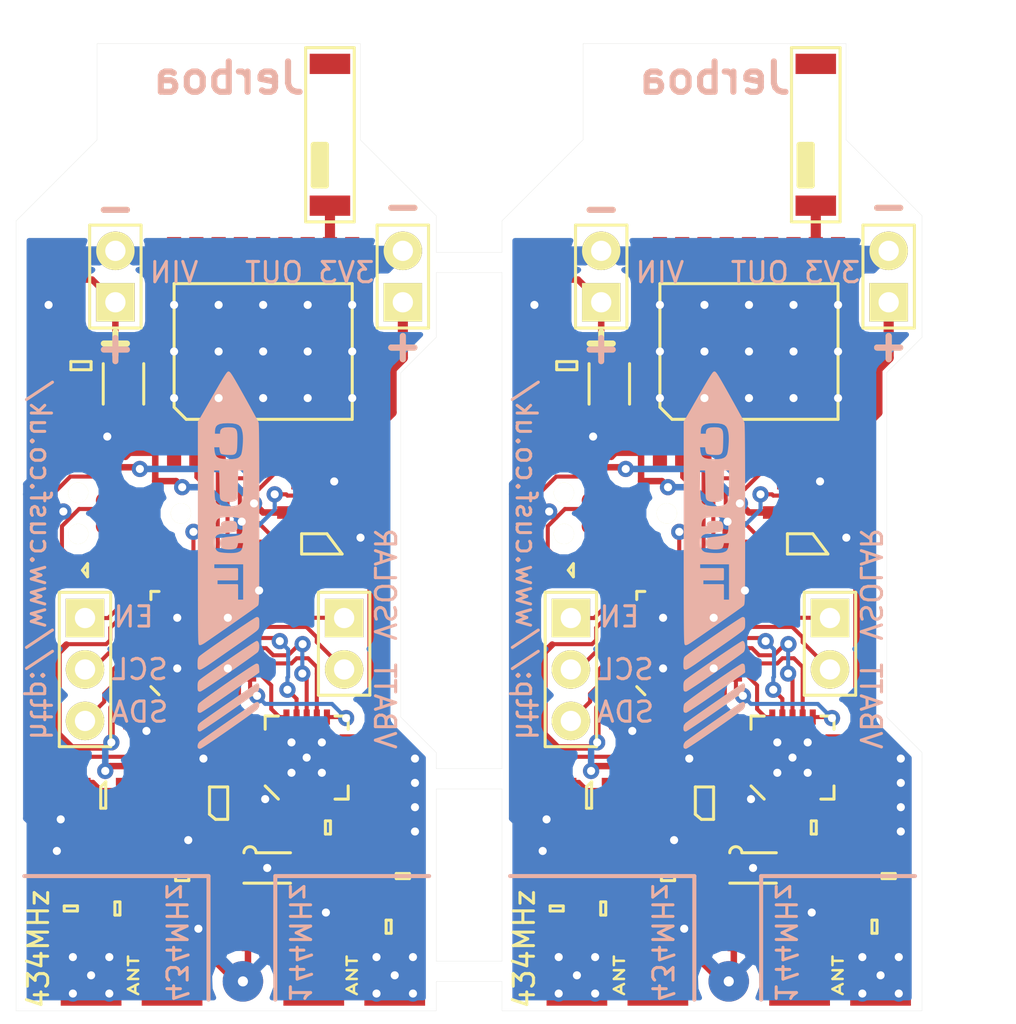
<source format=kicad_pcb>
(kicad_pcb (version 20171130) (host pcbnew 5.0.0-rc2-unknown-68f6e3a~65~ubuntu16.04.1)
  (layers (0 F.Cu signal) (31 B.Cu signal) (34 B.Paste user) (35 F.Paste user) (36 B.SilkS user) (37 F.SilkS user) (38 B.Mask user) (39 F.Mask user) (44 Edge.Cuts user))
  (net 0 "")
  (net 1 3v3)
  (net 2 /SWDIO)
  (net 3 /NRST)
  (net 4 /SWCLK)
  (net 5 GND)
  (net 6 "Net-(P1-Pad6)")
  (net 7 /I2C_SCL)
  (net 8 /I2C_SDA)
  (net 9 /WSPR_ENABLE)
  (net 10 "Net-(C12-Pad1)")
  (net 11 /SOLAR_CELL_VOLTAGE)
  (net 12 /BATT_V)
  (net 13 "Net-(U1-Pad3)")
  (net 14 "Net-(U1-Pad6)")
  (net 15 /FREQ_CTRL)
  (net 16 /MCU_SHUTDOWN_TO_RADIO)
  (net 17 /MCU_nIRQ_TO_RADIO)
  (net 18 /SI4460_NSS)
  (net 19 /MCU_SCK)
  (net 20 /MCU_MISO)
  (net 21 /MCU_MOSI)
  (net 22 /GPS_~RESET)
  (net 23 /TX_GPS_from_MCU)
  (net 24 /RX_GPS_from_MCU)
  (net 25 "Net-(U1-Pad22)")
  (net 26 "Net-(U1-Pad26)")
  (net 27 "Net-(U1-Pad27)")
  (net 28 "Net-(R6-Pad1)")
  (net 29 "Net-(C20-Pad1)")
  (net 30 "Net-(IC3-Pad5)")
  (net 31 "Net-(IC3-Pad7)")
  (net 32 "Net-(IC3-Pad9)")
  (net 33 "Net-(IC3-Pad10)")
  (net 34 "Net-(IC3-Pad16)")
  (net 35 "Net-(IC3-Pad19)")
  (net 36 "Net-(IC3-Pad20)")
  (net 37 "Net-(IC2-Pad4)")
  (net 38 "Net-(AE1-Pad2)")
  (net 39 "Net-(IC2-Pad13)")
  (net 40 "Net-(IC2-Pad14)")
  (net 41 "Net-(IC2-Pad15)")
  (net 42 "Net-(IC2-Pad16)")
  (net 43 "Net-(IC2-Pad17)")
  (net 44 "Net-(IC2-Pad18)")
  (net 45 "Net-(D1-Pad2)")
  (net 46 "Net-(C33-Pad2)")
  (net 47 "Net-(C32-Pad2)")
  (net 48 "Net-(C29-Pad2)")
  (net 49 "Net-(C30-Pad1)")
  (net 50 "Net-(C28-Pad1)")
  (net 51 "Net-(C27-Pad1)")
  (net 52 "Net-(C26-Pad1)")
  (net 53 "Net-(C25-Pad1)")
  (net 54 "Net-(C23-Pad2)")
  (net 55 /radio/RADIO_TX_144)
  (net 56 "Net-(C21-Pad2)")
  (net 57 /radio/RADIO_TX_434)
  (net 58 "Net-(C20-Pad2)")
  (net 59 "Net-(C2-Pad1)")
  (net 60 "Net-(Y1-Pad1)")
  (net 61 "Net-(AE1-Pad1)")
  (net 62 "Net-(D2-Pad1)")
  (net 63 "Net-(D3-Pad1)")
  (net 64 3v3_switched)
  (net 65 1v8)
  (net 66 "Net-(C14-Pad1)")
  (net 67 "Net-(C14-Pad2)")
  (net 68 "Net-(IC1-Pad3)")
  (net 69 "Net-(IC1-Pad5)")
  (net 70 "Net-(R4-Pad1)")
  (net 71 /RADIO_PWR_EN)
  (net 72 "Net-(U3-Pad2)")
  (net 73 "Net-(U1-Pad32)")
  (net 74 /GPS_EXTINT)
  (module agg:0402 (layer F.Cu) (at 69.5 66.8 180)
    (fp_text reference C20)
    (fp_text value 10nF)
    (pad 1 smd rect (at -0.45 0 180) (size 0.62 0.62) (layers F.Cu F.Paste F.Mask) (net 29 "Net-(C20-Pad1)"))
    (pad 2 smd rect (at 0.45 0 180) (size 0.62 0.62) (layers F.Cu F.Paste F.Mask) (net 58 "Net-(C20-Pad2)"))
  )
  (module agg:SIL-254P-03 (layer F.Cu) (at 58.1 57.6 270)
    (fp_text reference J2)
    (fp_text value CONN_01x03)
    (pad 3 thru_hole circle (at 2.54 0 270) (size 1.9 1.9) (drill 1) (layers *.Cu *.Mask F.SilkS) (net 8 /I2C_SDA))
    (pad 2 thru_hole circle (at 0 0 270) (size 1.9 1.9) (drill 1) (layers *.Cu *.Mask F.SilkS) (net 7 /I2C_SCL))
    (pad 1 thru_hole rect (at -2.54 0 270) (size 1.9 1.9) (drill 1) (layers *.Cu *.Mask F.SilkS) (net 9 /WSPR_ENABLE))
  )
  (module agg:0603 (layer F.Cu) (at 57.4 69.4 270)
    (fp_text reference C35)
    (fp_text value C)
    (pad 1 smd rect (at -0.8 0 270) (size 0.95 1) (layers F.Cu F.Paste F.Mask) (net 49 "Net-(C30-Pad1)"))
    (pad 2 smd rect (at 0.8 0 270) (size 0.95 1) (layers F.Cu F.Paste F.Mask) (net 5 GND))
  )
  (module agg:SC-70-5 (layer F.Cu) (at 59 63.8)
    (fp_text reference U3)
    (fp_text value NCP4620)
    (pad 1 smd rect (at -1.1 -0.65) (size 0.95 0.4) (layers F.Cu F.Paste F.Mask) (net 64 3v3_switched))
    (pad 2 smd rect (at -1.1 0) (size 0.95 0.4) (layers F.Cu F.Paste F.Mask) (net 72 "Net-(U3-Pad2)"))
    (pad 3 smd rect (at -1.1 0.65) (size 0.95 0.4) (layers F.Cu F.Paste F.Mask) (net 5 GND))
    (pad 4 smd rect (at 1.1 0.65) (size 0.95 0.4) (layers F.Cu F.Paste F.Mask) (net 65 1v8))
    (pad 5 smd rect (at 1.1 -0.65) (size 0.95 0.4) (layers F.Cu F.Paste F.Mask) (net 64 3v3_switched))
  )
  (module Jerboa:1575AT43A0040E (layer F.Cu) (at 70.2 31.2 270)
    (fp_text reference AE1)
    (fp_text value Antenna_Chip)
    (pad 1 smd rect (at -3.5 0 270) (size 1 2) (layers F.Cu F.Paste F.Mask) (net 61 "Net-(AE1-Pad1)"))
    (pad 2 smd rect (at 3.5 0 270) (size 1 2) (layers F.Cu F.Paste F.Mask) (net 38 "Net-(AE1-Pad2)"))
  )
  (module agg:0402 (layer F.Cu) (at 65.8 61.5 90)
    (fp_text reference C14)
    (fp_text value 100pF)
    (pad 1 smd rect (at -0.45 0 90) (size 0.62 0.62) (layers F.Cu F.Paste F.Mask) (net 66 "Net-(C14-Pad1)"))
    (pad 2 smd rect (at 0.45 0 90) (size 0.62 0.62) (layers F.Cu F.Paste F.Mask) (net 67 "Net-(C14-Pad2)"))
  )
  (module agg:0402 (layer F.Cu) (at 67.9 50.3 90)
    (fp_text reference C2)
    (fp_text value 470pF)
    (pad 1 smd rect (at -0.45 0 90) (size 0.62 0.62) (layers F.Cu F.Paste F.Mask) (net 59 "Net-(C2-Pad1)"))
    (pad 2 smd rect (at 0.45 0 90) (size 0.62 0.62) (layers F.Cu F.Paste F.Mask) (net 64 3v3_switched))
  )
  (module agg:0402 (layer F.Cu) (at 73 65.6)
    (fp_text reference C31)
    (fp_text value 18pF)
    (pad 2 smd rect (at 0.45 0) (size 0.62 0.62) (layers F.Cu F.Paste F.Mask) (net 5 GND))
    (pad 1 smd rect (at -0.45 0) (size 0.62 0.62) (layers F.Cu F.Paste F.Mask) (net 48 "Net-(C29-Pad2)"))
  )
  (module agg:0402 (layer F.Cu) (at 56.4 63.65 90)
    (fp_text reference C3)
    (fp_text value 1uF)
    (pad 1 smd rect (at -0.45 0 90) (size 0.62 0.62) (layers F.Cu F.Paste F.Mask) (net 5 GND))
    (pad 2 smd rect (at 0.45 0 90) (size 0.62 0.62) (layers F.Cu F.Paste F.Mask) (net 64 3v3_switched))
  )
  (module agg:0402 (layer F.Cu) (at 62 59.8 180)
    (fp_text reference C10)
    (fp_text value 100nF)
    (pad 2 smd rect (at 0.45 0 180) (size 0.62 0.62) (layers F.Cu F.Paste F.Mask) (net 5 GND))
    (pad 1 smd rect (at -0.45 0 180) (size 0.62 0.62) (layers F.Cu F.Paste F.Mask) (net 3 /NRST))
  )
  (module agg:MAX-M8Q (layer F.Cu) (at 66.9 41.9 90)
    (fp_text reference IC2)
    (fp_text value MAX-M8Q)
    (pad 1 smd rect (at -4.75 -4.4 90) (size 1.8 0.7) (layers F.Cu F.Paste F.Mask) (net 5 GND))
    (pad 2 smd rect (at -4.75 -3.3 90) (size 1.8 0.7) (layers F.Cu F.Paste F.Mask) (net 24 /RX_GPS_from_MCU))
    (pad 3 smd rect (at -4.75 -2.2 90) (size 1.8 0.7) (layers F.Cu F.Paste F.Mask) (net 23 /TX_GPS_from_MCU))
    (pad 4 smd rect (at -4.75 -1.1 90) (size 1.8 0.7) (layers F.Cu F.Paste F.Mask) (net 37 "Net-(IC2-Pad4)"))
    (pad 5 smd rect (at -4.75 0 90) (size 1.8 0.7) (layers F.Cu F.Paste F.Mask) (net 74 /GPS_EXTINT))
    (pad 6 smd rect (at -4.75 1.1 90) (size 1.8 0.7) (layers F.Cu F.Paste F.Mask) (net 1 3v3))
    (pad 7 smd rect (at -4.75 2.2 90) (size 1.8 0.7) (layers F.Cu F.Paste F.Mask) (net 1 3v3))
    (pad 8 smd rect (at -4.75 3.3 90) (size 1.8 0.7) (layers F.Cu F.Paste F.Mask) (net 1 3v3))
    (pad 9 smd rect (at -4.75 4.4 90) (size 1.8 0.7) (layers F.Cu F.Paste F.Mask) (net 22 /GPS_~RESET))
    (pad 10 smd rect (at 4.75 4.4 90) (size 1.8 0.7) (layers F.Cu F.Paste F.Mask) (net 5 GND))
    (pad 11 smd rect (at 4.75 3.3 90) (size 1.8 0.7) (layers F.Cu F.Paste F.Mask) (net 38 "Net-(AE1-Pad2)"))
    (pad 12 smd rect (at 4.75 2.2 90) (size 1.8 0.7) (layers F.Cu F.Paste F.Mask) (net 5 GND))
    (pad 13 smd rect (at 4.75 1.1 90) (size 1.8 0.7) (layers F.Cu F.Paste F.Mask) (net 39 "Net-(IC2-Pad13)"))
    (pad 14 smd rect (at 4.75 0 90) (size 1.8 0.7) (layers F.Cu F.Paste F.Mask) (net 40 "Net-(IC2-Pad14)"))
    (pad 15 smd rect (at 4.75 -1.1 90) (size 1.8 0.7) (layers F.Cu F.Paste F.Mask) (net 41 "Net-(IC2-Pad15)"))
    (pad 16 smd rect (at 4.75 -2.2 90) (size 1.8 0.7) (layers F.Cu F.Paste F.Mask) (net 42 "Net-(IC2-Pad16)"))
    (pad 17 smd rect (at 4.75 -3.3 90) (size 1.8 0.7) (layers F.Cu F.Paste F.Mask) (net 43 "Net-(IC2-Pad17)"))
    (pad 18 smd rect (at 4.75 -4.4 90) (size 1.8 0.7) (layers F.Cu F.Paste F.Mask) (net 44 "Net-(IC2-Pad18)"))
  )
  (module agg:0402 (layer F.Cu) (at 70.5 70.5 180)
    (fp_text reference D3)
    (fp_text value ESD_DIODE)
    (pad 2 smd rect (at 0.45 0 180) (size 0.62 0.62) (layers F.Cu F.Paste F.Mask) (net 5 GND))
    (pad 1 smd rect (at -0.45 0 180) (size 0.62 0.62) (layers F.Cu F.Paste F.Mask) (net 63 "Net-(D3-Pad1)"))
  )
  (module agg:0603 (layer F.Cu) (at 73.8 67.8 90)
    (fp_text reference C34)
    (fp_text value C)
    (pad 1 smd rect (at -0.8 0 90) (size 0.95 1) (layers F.Cu F.Paste F.Mask) (net 46 "Net-(C33-Pad2)"))
    (pad 2 smd rect (at 0.8 0 90) (size 0.95 1) (layers F.Cu F.Paste F.Mask) (net 5 GND))
  )
  (module agg:0402 (layer F.Cu) (at 72.4 68.5 270)
    (fp_text reference C33)
    (fp_text value 470pF)
    (pad 2 smd rect (at 0.45 0 270) (size 0.62 0.62) (layers F.Cu F.Paste F.Mask) (net 46 "Net-(C33-Pad2)"))
    (pad 1 smd rect (at -0.45 0 270) (size 0.62 0.62) (layers F.Cu F.Paste F.Mask) (net 47 "Net-(C32-Pad2)"))
  )
  (module agg:0402 (layer F.Cu) (at 60.45 46.1 180)
    (fp_text reference C1)
    (fp_text value 10uF)
    (pad 2 smd rect (at 0.45 0 180) (size 0.62 0.62) (layers F.Cu F.Paste F.Mask) (net 5 GND))
    (pad 1 smd rect (at -0.45 0 180) (size 0.62 0.62) (layers F.Cu F.Paste F.Mask) (net 1 3v3))
  )
  (module agg:0603 (layer F.Cu) (at 59.7 69.4)
    (fp_text reference L14)
    (fp_text value L)
    (pad 2 smd rect (at 0.8 0) (size 0.95 1) (layers F.Cu F.Paste F.Mask) (net 62 "Net-(D2-Pad1)"))
    (pad 1 smd rect (at -0.8 0) (size 0.95 1) (layers F.Cu F.Paste F.Mask) (net 49 "Net-(C30-Pad1)"))
  )
  (module agg:0402 (layer F.Cu) (at 71.9 66.8)
    (fp_text reference C32)
    (fp_text value 2pF)
    (pad 1 smd rect (at -0.45 0) (size 0.62 0.62) (layers F.Cu F.Paste F.Mask) (net 48 "Net-(C29-Pad2)"))
    (pad 2 smd rect (at 0.45 0) (size 0.62 0.62) (layers F.Cu F.Paste F.Mask) (net 47 "Net-(C32-Pad2)"))
  )
  (module agg:0603-LED (layer F.Cu) (at 58.1 52.7)
    (fp_text reference D1)
    (fp_text value LED_GREEN)
    (pad 2 smd rect (at 0.8 0) (size 0.95 1) (layers F.Cu F.Paste F.Mask) (net 45 "Net-(D1-Pad2)"))
    (pad 1 smd rect (at -0.8 0) (size 0.95 1) (layers F.Cu F.Paste F.Mask) (net 5 GND))
  )
  (module agg:0402 (layer F.Cu) (at 61.9 65.6)
    (fp_text reference C4)
    (fp_text value 1uF)
    (pad 2 smd rect (at 0.45 0) (size 0.62 0.62) (layers F.Cu F.Paste F.Mask) (net 5 GND))
    (pad 1 smd rect (at -0.45 0) (size 0.62 0.62) (layers F.Cu F.Paste F.Mask) (net 65 1v8))
  )
  (module agg:0402 (layer F.Cu) (at 69.05 48.4)
    (fp_text reference C16)
    (fp_text value 100nF)
    (pad 2 smd rect (at 0.45 0) (size 0.62 0.62) (layers F.Cu F.Paste F.Mask) (net 5 GND))
    (pad 1 smd rect (at -0.45 0) (size 0.62 0.62) (layers F.Cu F.Paste F.Mask) (net 1 3v3))
  )
  (module agg:0603 (layer F.Cu) (at 73.1 70.3 180)
    (fp_text reference L13)
    (fp_text value L)
    (pad 2 smd rect (at 0.8 0 180) (size 0.95 1) (layers F.Cu F.Paste F.Mask) (net 63 "Net-(D3-Pad1)"))
    (pad 1 smd rect (at -0.8 0 180) (size 0.95 1) (layers F.Cu F.Paste F.Mask) (net 46 "Net-(C33-Pad2)"))
  )
  (module agg:0402 (layer F.Cu) (at 61.9 64.4 180)
    (fp_text reference C13)
    (fp_text value 10nF)
    (pad 2 smd rect (at 0.45 0 180) (size 0.62 0.62) (layers F.Cu F.Paste F.Mask) (net 65 1v8))
    (pad 1 smd rect (at -0.45 0 180) (size 0.62 0.62) (layers F.Cu F.Paste F.Mask) (net 5 GND))
  )
  (module agg:0402 (layer F.Cu) (at 64.7 67 180)
    (fp_text reference C21)
    (fp_text value 18pF)
    (pad 2 smd rect (at 0.45 0 180) (size 0.62 0.62) (layers F.Cu F.Paste F.Mask) (net 56 "Net-(C21-Pad2)"))
    (pad 1 smd rect (at -0.45 0 180) (size 0.62 0.62) (layers F.Cu F.Paste F.Mask) (net 57 /radio/RADIO_TX_434))
  )
  (module agg:TC2030-NL (layer F.Cu) (at 60.3 49.897128 180)
    (fp_text reference P1)
    (fp_text value SWD_TC)
    (pad "" np_thru_hole circle (at 2.54 -1.011 180) (size 1 1) (drill 1) (layers *.Cu *.Mask F.SilkS))
    (pad "" np_thru_hole circle (at 2.54 1.021 180) (size 1 1) (drill 1) (layers *.Cu *.Mask F.SilkS))
    (pad "" np_thru_hole circle (at -2.54 0.005 180) (size 1 1) (drill 1) (layers *.Cu *.Mask F.SilkS))
    (pad 6 smd circle (at 1.27 -0.63 180) (size 0.787 0.787) (layers F.Cu F.Mask) (net 6 "Net-(P1-Pad6)"))
    (pad 5 smd circle (at 1.27 0.64 180) (size 0.787 0.787) (layers F.Cu F.Mask) (net 5 GND))
    (pad 4 smd circle (at 0 -0.63 180) (size 0.787 0.787) (layers F.Cu F.Mask) (net 4 /SWCLK))
    (pad 3 smd circle (at 0 0.64 180) (size 0.787 0.787) (layers F.Cu F.Mask) (net 3 /NRST))
    (pad 2 smd circle (at -1.27 -0.63 180) (size 0.787 0.787) (layers F.Cu F.Mask) (net 2 /SWDIO))
    (pad 1 smd circle (at -1.27 0.64 180) (size 0.787 0.787) (layers F.Cu F.Mask) (net 1 3v3))
  )
  (module agg:0402 (layer F.Cu) (at 73 64.4 180)
    (fp_text reference C19)
    (fp_text value 1uF)
    (pad 1 smd rect (at -0.45 0 180) (size 0.62 0.62) (layers F.Cu F.Paste F.Mask) (net 5 GND))
    (pad 2 smd rect (at 0.45 0 180) (size 0.62 0.62) (layers F.Cu F.Paste F.Mask) (net 64 3v3_switched))
  )
  (module agg:0402 (layer F.Cu) (at 57.8 46.1 180)
    (fp_text reference C11)
    (fp_text value 100nF)
    (pad 2 smd rect (at 0.45 0 180) (size 0.62 0.62) (layers F.Cu F.Paste F.Mask) (net 1 3v3))
    (pad 1 smd rect (at -0.45 0 180) (size 0.62 0.62) (layers F.Cu F.Paste F.Mask) (net 5 GND))
  )
  (module agg:0402 (layer F.Cu) (at 60.1 65.8)
    (fp_text reference C27)
    (fp_text value 15pF)
    (pad 1 smd rect (at -0.45 0) (size 0.62 0.62) (layers F.Cu F.Paste F.Mask) (net 51 "Net-(C27-Pad1)"))
    (pad 2 smd rect (at 0.45 0) (size 0.62 0.62) (layers F.Cu F.Paste F.Mask) (net 5 GND))
  )
  (module agg:0402 (layer F.Cu) (at 73 63.2 180)
    (fp_text reference C18)
    (fp_text value 100nF)
    (pad 1 smd rect (at -0.45 0 180) (size 0.62 0.62) (layers F.Cu F.Paste F.Mask) (net 5 GND))
    (pad 2 smd rect (at 0.45 0 180) (size 0.62 0.62) (layers F.Cu F.Paste F.Mask) (net 64 3v3_switched))
  )
  (module agg:0402 (layer F.Cu) (at 64.7 68.2 180)
    (fp_text reference C23)
    (fp_text value 39pF)
    (pad 1 smd rect (at -0.45 0 180) (size 0.62 0.62) (layers F.Cu F.Paste F.Mask) (net 55 /radio/RADIO_TX_144))
    (pad 2 smd rect (at 0.45 0 180) (size 0.62 0.62) (layers F.Cu F.Paste F.Mask) (net 54 "Net-(C23-Pad2)"))
  )
  (module agg:0402 (layer F.Cu) (at 68.8 69.5 90)
    (fp_text reference C29)
    (fp_text value 3pF)
    (pad 1 smd rect (at -0.45 0 90) (size 0.62 0.62) (layers F.Cu F.Paste F.Mask) (net 50 "Net-(C28-Pad1)"))
    (pad 2 smd rect (at 0.45 0 90) (size 0.62 0.62) (layers F.Cu F.Paste F.Mask) (net 48 "Net-(C29-Pad2)"))
  )
  (module agg:0402 (layer F.Cu) (at 66.2 51.5 180)
    (fp_text reference C5)
    (fp_text value 10uF)
    (pad 2 smd rect (at 0.45 0 180) (size 0.62 0.62) (layers F.Cu F.Paste F.Mask) (net 1 3v3))
    (pad 1 smd rect (at -0.45 0 180) (size 0.62 0.62) (layers F.Cu F.Paste F.Mask) (net 5 GND))
  )
  (module agg:QFN-32-EP-ST (layer F.Cu) (at 63.905905 56.297128 90)
    (fp_text reference U1)
    (fp_text value STM32L051K8U6)
    (pad EP smd rect (at 0 0 90) (size 3.45 3.45) (layers F.Cu) (net 5 GND))
    (pad EP thru_hole circle (at 1.25 1.25 90) (size 0.6 0.6) (drill 0.4) (layers *.Cu) (net 5 GND))
    (pad EP thru_hole circle (at 1.25 -1.25 90) (size 0.6 0.6) (drill 0.4) (layers *.Cu) (net 5 GND))
    (pad EP thru_hole circle (at -1.25 1.25 90) (size 0.6 0.6) (drill 0.4) (layers *.Cu) (net 5 GND))
    (pad EP thru_hole circle (at -1.25 -1.25 90) (size 0.6 0.6) (drill 0.4) (layers *.Cu) (net 5 GND))
    (pad 32 smd rect (at -1.75 -2.35 90) (size 0.3 0.6) (layers F.Cu F.Paste F.Mask) (net 73 "Net-(U1-Pad32)"))
    (pad 31 smd rect (at -1.25 -2.35 90) (size 0.3 0.6) (layers F.Cu F.Paste F.Mask) (net 5 GND))
    (pad 30 smd rect (at -0.75 -2.35 90) (size 0.3 0.6) (layers F.Cu F.Paste F.Mask) (net 8 /I2C_SDA))
    (pad 29 smd rect (at -0.25 -2.35 90) (size 0.3 0.6) (layers F.Cu F.Paste F.Mask) (net 7 /I2C_SCL))
    (pad 28 smd rect (at 0.25 -2.35 90) (size 0.3 0.6) (layers F.Cu F.Paste F.Mask) (net 9 /WSPR_ENABLE))
    (pad 27 smd rect (at 0.75 -2.35 90) (size 0.3 0.6) (layers F.Cu F.Paste F.Mask) (net 27 "Net-(U1-Pad27)"))
    (pad 26 smd rect (at 1.25 -2.35 90) (size 0.3 0.6) (layers F.Cu F.Paste F.Mask) (net 26 "Net-(U1-Pad26)"))
    (pad 25 smd rect (at 1.75 -2.35 90) (size 0.3 0.6) (layers F.Cu F.Paste F.Mask) (net 28 "Net-(R6-Pad1)"))
    (pad 24 smd rect (at 2.35 -1.75 90) (size 0.6 0.3) (layers F.Cu F.Paste F.Mask) (net 4 /SWCLK))
    (pad 23 smd rect (at 2.35 -1.25 90) (size 0.6 0.3) (layers F.Cu F.Paste F.Mask) (net 2 /SWDIO))
    (pad 22 smd rect (at 2.35 -0.75 90) (size 0.6 0.3) (layers F.Cu F.Paste F.Mask) (net 25 "Net-(U1-Pad22)"))
    (pad 21 smd rect (at 2.35 -0.25 90) (size 0.6 0.3) (layers F.Cu F.Paste F.Mask) (net 22 /GPS_~RESET))
    (pad 20 smd rect (at 2.35 0.25 90) (size 0.6 0.3) (layers F.Cu F.Paste F.Mask) (net 24 /RX_GPS_from_MCU))
    (pad 19 smd rect (at 2.35 0.75 90) (size 0.6 0.3) (layers F.Cu F.Paste F.Mask) (net 23 /TX_GPS_from_MCU))
    (pad 18 smd rect (at 2.35 1.25 90) (size 0.6 0.3) (layers F.Cu F.Paste F.Mask) (net 74 /GPS_EXTINT))
    (pad 17 smd rect (at 2.35 1.75 90) (size 0.6 0.3) (layers F.Cu F.Paste F.Mask) (net 1 3v3))
    (pad 16 smd rect (at 1.75 2.35 90) (size 0.3 0.6) (layers F.Cu F.Paste F.Mask) (net 71 /RADIO_PWR_EN))
    (pad 15 smd rect (at 1.25 2.35 90) (size 0.3 0.6) (layers F.Cu F.Paste F.Mask) (net 11 /SOLAR_CELL_VOLTAGE))
    (pad 14 smd rect (at 0.75 2.35 90) (size 0.3 0.6) (layers F.Cu F.Paste F.Mask) (net 12 /BATT_V))
    (pad 13 smd rect (at 0.25 2.35 90) (size 0.3 0.6) (layers F.Cu F.Paste F.Mask) (net 21 /MCU_MOSI))
    (pad 12 smd rect (at -0.25 2.35 90) (size 0.3 0.6) (layers F.Cu F.Paste F.Mask) (net 20 /MCU_MISO))
    (pad 11 smd rect (at -0.75 2.35 90) (size 0.3 0.6) (layers F.Cu F.Paste F.Mask) (net 19 /MCU_SCK))
    (pad 10 smd rect (at -1.25 2.35 90) (size 0.3 0.6) (layers F.Cu F.Paste F.Mask) (net 18 /SI4460_NSS))
    (pad 9 smd rect (at -1.75 2.35 90) (size 0.3 0.6) (layers F.Cu F.Paste F.Mask) (net 17 /MCU_nIRQ_TO_RADIO))
    (pad 8 smd rect (at -2.35 1.75 90) (size 0.6 0.3) (layers F.Cu F.Paste F.Mask) (net 16 /MCU_SHUTDOWN_TO_RADIO))
    (pad 7 smd rect (at -2.35 1.25 90) (size 0.6 0.3) (layers F.Cu F.Paste F.Mask) (net 15 /FREQ_CTRL))
    (pad 6 smd rect (at -2.35 0.75 90) (size 0.6 0.3) (layers F.Cu F.Paste F.Mask) (net 14 "Net-(U1-Pad6)"))
    (pad 5 smd rect (at -2.35 0.25 90) (size 0.6 0.3) (layers F.Cu F.Paste F.Mask) (net 1 3v3))
    (pad 4 smd rect (at -2.35 -0.25 90) (size 0.6 0.3) (layers F.Cu F.Paste F.Mask) (net 3 /NRST))
    (pad 3 smd rect (at -2.35 -0.75 90) (size 0.6 0.3) (layers F.Cu F.Paste F.Mask) (net 13 "Net-(U1-Pad3)"))
    (pad 2 smd rect (at -2.35 -1.25 90) (size 0.6 0.3) (layers F.Cu F.Paste F.Mask) (net 5 GND))
    (pad 1 smd rect (at -2.35 -1.75 90) (size 0.6 0.3) (layers F.Cu F.Paste F.Mask) (net 1 3v3))
  )
  (module agg:0402 (layer F.Cu) (at 57.4 37.9 90)
    (fp_text reference C12)
    (fp_text value 10uF)
    (pad 2 smd rect (at 0.45 0 90) (size 0.62 0.62) (layers F.Cu F.Paste F.Mask) (net 5 GND))
    (pad 1 smd rect (at -0.45 0 90) (size 0.62 0.62) (layers F.Cu F.Paste F.Mask) (net 10 "Net-(C12-Pad1)"))
  )
  (module agg:0402 (layer F.Cu) (at 62.3 70.1)
    (fp_text reference D2)
    (fp_text value ESD_DIODE)
    (pad 2 smd rect (at 0.45 0) (size 0.62 0.62) (layers F.Cu F.Paste F.Mask) (net 5 GND))
    (pad 1 smd rect (at -0.45 0) (size 0.62 0.62) (layers F.Cu F.Paste F.Mask) (net 62 "Net-(D2-Pad1)"))
  )
  (module agg:0402 (layer F.Cu) (at 61.5 67.5 90)
    (fp_text reference C25)
    (fp_text value 8.2pF)
    (pad 2 smd rect (at 0.45 0 90) (size 0.62 0.62) (layers F.Cu F.Paste F.Mask) (net 5 GND))
    (pad 1 smd rect (at -0.45 0 90) (size 0.62 0.62) (layers F.Cu F.Paste F.Mask) (net 53 "Net-(C25-Pad1)"))
  )
  (module agg:0402 (layer F.Cu) (at 64 60.3 90)
    (fp_text reference C9)
    (fp_text value 100nF)
    (pad 1 smd rect (at -0.45 0 90) (size 0.62 0.62) (layers F.Cu F.Paste F.Mask) (net 5 GND))
    (pad 2 smd rect (at 0.45 0 90) (size 0.62 0.62) (layers F.Cu F.Paste F.Mask) (net 1 3v3))
  )
  (module agg:0402 (layer F.Cu) (at 60.3 59.8 90)
    (fp_text reference C6)
    (fp_text value 100nF)
    (pad 2 smd rect (at 0.45 0 90) (size 0.62 0.62) (layers F.Cu F.Paste F.Mask) (net 1 3v3))
    (pad 1 smd rect (at -0.45 0 90) (size 0.62 0.62) (layers F.Cu F.Paste F.Mask) (net 5 GND))
  )
  (module agg:0402 (layer F.Cu) (at 66.2 52.7 180)
    (fp_text reference C8)
    (fp_text value 100nF)
    (pad 1 smd rect (at -0.45 0 180) (size 0.62 0.62) (layers F.Cu F.Paste F.Mask) (net 5 GND))
    (pad 2 smd rect (at 0.45 0 180) (size 0.62 0.62) (layers F.Cu F.Paste F.Mask) (net 1 3v3))
  )
  (module agg:SIL-254P-02 (layer F.Cu) (at 73.8 38.2 90)
    (fp_text reference J1)
    (fp_text value CONN_01x02)
    (pad 1 thru_hole rect (at -1.27 0 90) (size 1.9 1.9) (drill 1) (layers *.Cu *.Mask F.SilkS) (net 1 3v3))
    (pad 2 thru_hole circle (at 1.27 0 90) (size 1.9 1.9) (drill 1) (layers *.Cu *.Mask F.SilkS) (net 5 GND))
  )
  (module agg:0402 (layer F.Cu) (at 73 62 180)
    (fp_text reference C17)
    (fp_text value 100pF)
    (pad 1 smd rect (at -0.45 0 180) (size 0.62 0.62) (layers F.Cu F.Paste F.Mask) (net 5 GND))
    (pad 2 smd rect (at 0.45 0 180) (size 0.62 0.62) (layers F.Cu F.Paste F.Mask) (net 64 3v3_switched))
  )
  (module agg:0402 (layer F.Cu) (at 64.7 69.4)
    (fp_text reference L6)
    (fp_text value 22nH)
    (pad 1 smd rect (at -0.45 0) (size 0.62 0.62) (layers F.Cu F.Paste F.Mask) (net 54 "Net-(C23-Pad2)"))
    (pad 2 smd rect (at 0.45 0) (size 0.62 0.62) (layers F.Cu F.Paste F.Mask) (net 52 "Net-(C26-Pad1)"))
  )
  (module agg:0402 (layer F.Cu) (at 64.7 71.1 270)
    (fp_text reference C26)
    (fp_text value 6.8pF)
    (pad 2 smd rect (at 0.45 0 270) (size 0.62 0.62) (layers F.Cu F.Paste F.Mask) (net 5 GND))
    (pad 1 smd rect (at -0.45 0 270) (size 0.62 0.62) (layers F.Cu F.Paste F.Mask) (net 52 "Net-(C26-Pad1)"))
  )
  (module agg:0402 (layer F.Cu) (at 67.5 65.3 180)
    (fp_text reference R9)
    (fp_text value 1M)
    (pad 1 smd rect (at -0.45 0 180) (size 0.62 0.62) (layers F.Cu F.Paste F.Mask) (net 16 /MCU_SHUTDOWN_TO_RADIO))
    (pad 2 smd rect (at 0.45 0 180) (size 0.62 0.62) (layers F.Cu F.Paste F.Mask) (net 5 GND))
  )
  (module agg:0603 (layer F.Cu) (at 62.9 67.9 270)
    (fp_text reference L4)
    (fp_text value 56nH)
    (pad 2 smd rect (at 0.8 0 270) (size 0.95 1) (layers F.Cu F.Paste F.Mask) (net 53 "Net-(C25-Pad1)"))
    (pad 1 smd rect (at -0.8 0 270) (size 0.95 1) (layers F.Cu F.Paste F.Mask) (net 56 "Net-(C21-Pad2)"))
  )
  (module agg:0402 (layer F.Cu) (at 66.6 71.2 180)
    (fp_text reference C28)
    (fp_text value 18pF)
    (pad 1 smd rect (at -0.45 0 180) (size 0.62 0.62) (layers F.Cu F.Paste F.Mask) (net 50 "Net-(C28-Pad1)"))
    (pad 2 smd rect (at 0.45 0 180) (size 0.62 0.62) (layers F.Cu F.Paste F.Mask) (net 5 GND))
  )
  (module agg:0402 (layer F.Cu) (at 56.3 44.4 90)
    (fp_text reference R1)
    (fp_text value 953k)
    (pad 2 smd rect (at 0.45 0 90) (size 0.62 0.62) (layers F.Cu F.Paste F.Mask) (net 68 "Net-(IC1-Pad3)"))
    (pad 1 smd rect (at -0.45 0 90) (size 0.62 0.62) (layers F.Cu F.Paste F.Mask) (net 1 3v3))
  )
  (module Jerboa:GND_PLANE_ANT (layer F.Cu) (at 71.4 72.7 270)
    (fp_text reference P3)
    (fp_text value 144MHz)
    (fp_text user ANT (at 0 0.1 270) (layer F.SilkS) (effects (font (size 0.5 0.75) (thickness 0.125))))
    (pad 2 smd rect (at 0 -2 270) (size 3 3) (layers F.Cu F.Paste F.Mask) (net 5 GND))
    (pad 1 smd rect (at 0 2 270) (size 3 3) (layers F.Cu F.Paste F.Mask) (net 63 "Net-(D3-Pad1)"))
  )
  (module Jerboa:GND_PLANE_ANT (layer F.Cu) (at 60.4 72.7 90)
    (fp_text reference P2)
    (fp_text value 434MHz (at 1.3 -4.6 -90) (layer F.SilkS))
    (fp_text user ANT (at 0 0.1 90) (layer F.SilkS) (effects (font (size 0.5 0.75) (thickness 0.125))))
    (pad 1 smd rect (at 0 2 90) (size 3 3) (layers F.Cu F.Paste F.Mask) (net 62 "Net-(D2-Pad1)"))
    (pad 2 smd rect (at 0 -2 90) (size 3 3) (layers F.Cu F.Paste F.Mask) (net 5 GND))
  )
  (module Jerboa:SuperSOT-6 (layer F.Cu) (at 69.8 51.4 180)
    (fp_text reference U2)
    (fp_text value FDC6329L)
    (pad 6 smd rect (at -0.95 -1.295 180) (size 0.69 0.99) (layers F.Cu F.Paste F.Mask) (net 59 "Net-(C2-Pad1)"))
    (pad 5 smd rect (at 0 -1.295 180) (size 0.69 0.99) (layers F.Cu F.Paste F.Mask) (net 71 /RADIO_PWR_EN))
    (pad 4 smd rect (at 0.95 -1.295 180) (size 0.69 0.99) (layers F.Cu F.Paste F.Mask) (net 1 3v3))
    (pad 3 smd rect (at 0.95 1.295 180) (size 0.69 0.99) (layers F.Cu F.Paste F.Mask) (net 64 3v3_switched))
    (pad 2 smd rect (at 0 1.295 180) (size 0.69 0.99) (layers F.Cu F.Paste F.Mask) (net 64 3v3_switched))
    (pad 1 smd rect (at -0.95 1.295 180) (size 0.69 0.99) (layers F.Cu F.Paste F.Mask) (net 70 "Net-(R4-Pad1)"))
  )
  (module agg:0402 (layer F.Cu) (at 71.7 49.85 270)
    (fp_text reference R4)
    (fp_text value 4k7)
    (pad 1 smd rect (at -0.45 0 270) (size 0.62 0.62) (layers F.Cu F.Paste F.Mask) (net 70 "Net-(R4-Pad1)"))
    (pad 2 smd rect (at 0.45 0 270) (size 0.62 0.62) (layers F.Cu F.Paste F.Mask) (net 5 GND))
  )
  (module agg:0402 (layer F.Cu) (at 67.9 52.4 270)
    (fp_text reference R3)
    (fp_text value 470k)
    (pad 2 smd rect (at 0.45 0 270) (size 0.62 0.62) (layers F.Cu F.Paste F.Mask) (net 1 3v3))
    (pad 1 smd rect (at -0.45 0 270) (size 0.62 0.62) (layers F.Cu F.Paste F.Mask) (net 59 "Net-(C2-Pad1)"))
  )
  (module agg:SIL-254P-02 (layer F.Cu) (at 59.6 38.2 90)
    (fp_text reference J3)
    (fp_text value CONN_01x02)
    (pad 2 thru_hole circle (at 1.27 0 90) (size 1.9 1.9) (drill 1) (layers *.Cu *.Mask F.SilkS) (net 5 GND))
    (pad 1 thru_hole rect (at -1.27 0 90) (size 1.9 1.9) (drill 1) (layers *.Cu *.Mask F.SilkS) (net 10 "Net-(C12-Pad1)"))
  )
  (module agg:0402 (layer F.Cu) (at 60.3 53.3 90)
    (fp_text reference R6)
    (fp_text value 120)
    (pad 2 smd rect (at 0.45 0 90) (size 0.62 0.62) (layers F.Cu F.Paste F.Mask) (net 45 "Net-(D1-Pad2)"))
    (pad 1 smd rect (at -0.45 0 90) (size 0.62 0.62) (layers F.Cu F.Paste F.Mask) (net 28 "Net-(R6-Pad1)"))
  )
  (module agg:M2.5_HOLE (layer F.Cu) (at 65.2 32 180)
    (fp_text reference X1 hide)
    (fp_text value MOUNT hide)
    (pad "" np_thru_hole circle (at 0 0 180) (size 2.75 2.75) (drill 2.75) (layers *.Cu F.Mask))
  )
  (module agg:SIL-254P-02 (layer F.Cu) (at 70.9 56.33 270)
    (fp_text reference J4)
    (fp_text value CONN_01x02)
    (pad 1 thru_hole rect (at -1.27 0 270) (size 1.9 1.9) (drill 1) (layers *.Cu *.Mask F.SilkS) (net 11 /SOLAR_CELL_VOLTAGE))
    (pad 2 thru_hole circle (at 1.27 0 270) (size 1.9 1.9) (drill 1) (layers *.Cu *.Mask F.SilkS) (net 12 /BATT_V))
  )
  (module Jerboa:cusf_logo (layer B.Cu) (at 65.2 52.2 180)
    (fp_text reference X2 hide)
    (fp_text value CUSF_LOGO hide)
  )
  (module agg:0402 (layer F.Cu) (at 60.4 57.65 270)
    (fp_text reference R8)
    (fp_text value 4k7)
    (pad 1 smd rect (at -0.45 0 270) (size 0.62 0.62) (layers F.Cu F.Paste F.Mask) (net 8 /I2C_SDA))
    (pad 2 smd rect (at 0.45 0 270) (size 0.62 0.62) (layers F.Cu F.Paste F.Mask) (net 1 3v3))
  )
  (module agg:TG-5006CG (layer F.Cu) (at 64.7 64.2 90)
    (fp_text reference Y1)
    (fp_text value TCXO)
    (pad 1 smd rect (at -0.7 -1.05 90) (size 1 0.8) (layers F.Cu F.Paste F.Mask) (net 60 "Net-(Y1-Pad1)"))
    (pad 4 smd rect (at 0.7 -1.05 90) (size 1 0.8) (layers F.Cu F.Paste F.Mask) (net 65 1v8))
    (pad 2 smd rect (at -0.7 1.05 90) (size 1 0.8) (layers F.Cu F.Paste F.Mask) (net 5 GND))
    (pad 3 smd rect (at 0.7 1.05 90) (size 1 0.8) (layers F.Cu F.Paste F.Mask) (net 66 "Net-(C14-Pad1)"))
  )
  (module agg:TSLP7-4 (layer F.Cu) (at 67.1 67.4)
    (fp_text reference IC4)
    (fp_text value BGS12AL7)
    (pad 1 smd rect (at -0.95 -0.55) (size 0.3 0.3) (layers F.Cu F.Paste F.Mask) (net 57 /radio/RADIO_TX_434))
    (pad 2 smd rect (at -0.95 0) (size 0.3 0.3) (layers F.Cu F.Paste F.Mask) (net 5 GND))
    (pad 3 smd rect (at -0.95 0.55) (size 0.3 0.3) (layers F.Cu F.Paste F.Mask) (net 55 /radio/RADIO_TX_144))
    (pad 4 smd rect (at 0.95 0.55) (size 0.3 0.3) (layers F.Cu F.Paste F.Mask) (net 64 3v3_switched))
    (pad 5 smd rect (at 0.95 0) (size 0.3 0.3) (layers F.Cu F.Paste F.Mask) (net 58 "Net-(C20-Pad2)"))
    (pad 6 smd rect (at 0.95 -0.55) (size 0.3 0.3) (layers F.Cu F.Paste F.Mask) (net 15 /FREQ_CTRL))
    (pad EP smd rect (at 0 0) (size 1.1 1.4) (layers F.Cu) (net 5 GND))
  )
  (module agg:QFN-20-EP-SI (layer F.Cu) (at 69.05 61.95 90)
    (fp_text reference IC3)
    (fp_text value Si4460)
    (pad EP smd rect (at 0 0 90) (size 2.6 2.6) (layers F.Cu F.Mask) (net 5 GND))
    (pad 20 smd rect (at -1 -2 90) (size 0.3 0.75) (layers F.Cu F.Paste F.Mask) (net 36 "Net-(IC3-Pad20)"))
    (pad 19 smd rect (at -0.5 -2 90) (size 0.3 0.75) (layers F.Cu F.Paste F.Mask) (net 35 "Net-(IC3-Pad19)"))
    (pad 18 smd rect (at 0 -2 90) (size 0.3 0.75) (layers F.Cu F.Paste F.Mask) (net 5 GND))
    (pad 17 smd rect (at 0.5 -2 90) (size 0.3 0.75) (layers F.Cu F.Paste F.Mask) (net 67 "Net-(C14-Pad2)"))
    (pad 16 smd rect (at 1 -2 90) (size 0.3 0.75) (layers F.Cu F.Paste F.Mask) (net 34 "Net-(IC3-Pad16)"))
    (pad 15 smd rect (at 2 -1 90) (size 0.75 0.3) (layers F.Cu F.Paste F.Mask) (net 18 /SI4460_NSS))
    (pad 14 smd rect (at 2 -0.5 90) (size 0.75 0.3) (layers F.Cu F.Paste F.Mask) (net 21 /MCU_MOSI))
    (pad 13 smd rect (at 2 0 90) (size 0.75 0.3) (layers F.Cu F.Paste F.Mask) (net 20 /MCU_MISO))
    (pad 12 smd rect (at 2 0.5 90) (size 0.75 0.3) (layers F.Cu F.Paste F.Mask) (net 19 /MCU_SCK))
    (pad 11 smd rect (at 2 1 90) (size 0.75 0.3) (layers F.Cu F.Paste F.Mask) (net 17 /MCU_nIRQ_TO_RADIO))
    (pad 10 smd rect (at 1 2 90) (size 0.3 0.75) (layers F.Cu F.Paste F.Mask) (net 33 "Net-(IC3-Pad10)"))
    (pad 9 smd rect (at 0.5 2 90) (size 0.3 0.75) (layers F.Cu F.Paste F.Mask) (net 32 "Net-(IC3-Pad9)"))
    (pad 8 smd rect (at 0 2 90) (size 0.3 0.75) (layers F.Cu F.Paste F.Mask) (net 64 3v3_switched))
    (pad 7 smd rect (at -0.5 2 90) (size 0.3 0.75) (layers F.Cu F.Paste F.Mask) (net 31 "Net-(IC3-Pad7)"))
    (pad 6 smd rect (at -1 2 90) (size 0.3 0.75) (layers F.Cu F.Paste F.Mask) (net 64 3v3_switched))
    (pad 5 smd rect (at -2 1 90) (size 0.75 0.3) (layers F.Cu F.Paste F.Mask) (net 30 "Net-(IC3-Pad5)"))
    (pad 4 smd rect (at -2 0.5 90) (size 0.75 0.3) (layers F.Cu F.Paste F.Mask) (net 29 "Net-(C20-Pad1)"))
    (pad 3 smd rect (at -2 0 90) (size 0.75 0.3) (layers F.Cu F.Paste F.Mask) (net 5 GND))
    (pad 2 smd rect (at -2 -0.5 90) (size 0.75 0.3) (layers F.Cu F.Paste F.Mask) (net 5 GND))
    (pad 1 smd rect (at -2 -1 90) (size 0.75 0.3) (layers F.Cu F.Paste F.Mask) (net 16 /MCU_SHUTDOWN_TO_RADIO))
  )
  (module agg:0402 (layer F.Cu) (at 57.7 66.75 90)
    (fp_text reference C30)
    (fp_text value 8.2pF)
    (pad 1 smd rect (at -0.45 0 90) (size 0.62 0.62) (layers F.Cu F.Paste F.Mask) (net 49 "Net-(C30-Pad1)"))
    (pad 2 smd rect (at 0.45 0 90) (size 0.62 0.62) (layers F.Cu F.Paste F.Mask) (net 5 GND))
  )
  (module Jerboa:LFCSP-2x2 (layer F.Cu) (at 60 43.5 270)
    (fp_text reference IC1)
    (fp_text value ADP1607)
    (pad 6 smd rect (at 0.9 -0.65 270) (size 0.5 0.4) (layers F.Cu F.Paste F.Mask) (net 1 3v3))
    (pad 5 smd rect (at 0.9 0 270) (size 0.5 0.4) (layers F.Cu F.Paste F.Mask) (net 69 "Net-(IC1-Pad5)"))
    (pad 4 smd rect (at 0.9 0.65 270) (size 0.5 0.4) (layers F.Cu F.Paste F.Mask) (net 5 GND))
    (pad 3 smd rect (at -0.9 0.65 270) (size 0.5 0.4) (layers F.Cu F.Paste F.Mask) (net 68 "Net-(IC1-Pad3)"))
    (pad 2 smd rect (at -0.9 0 270) (size 0.5 0.4) (layers F.Cu F.Paste F.Mask) (net 10 "Net-(C12-Pad1)"))
    (pad 1 smd rect (at -0.9 -0.65 270) (size 0.5 0.4) (layers F.Cu F.Paste F.Mask) (net 10 "Net-(C12-Pad1)"))
    (pad 7 smd rect (at 0 0 270) (size 1 1.6) (layers F.Cu F.Paste F.Mask) (net 5 GND))
  )
  (module agg:0402 (layer F.Cu) (at 62.8 61.5 90)
    (fp_text reference C7)
    (fp_text value 1uF)
    (pad 1 smd rect (at -0.45 0 90) (size 0.62 0.62) (layers F.Cu F.Paste F.Mask) (net 5 GND))
    (pad 2 smd rect (at 0.45 0 90) (size 0.62 0.62) (layers F.Cu F.Paste F.Mask) (net 1 3v3))
  )
  (module Jerboa:0806 (layer F.Cu) (at 57.9 42.6 270)
    (fp_text reference L1)
    (fp_text value 2.2uH)
    (pad 2 smd rect (at 0.9 0 270) (size 0.8 1.6) (layers F.Cu F.Paste F.Mask) (net 69 "Net-(IC1-Pad5)"))
    (pad 1 smd rect (at -0.9 0 270) (size 0.8 1.6) (layers F.Cu F.Paste F.Mask) (net 10 "Net-(C12-Pad1)"))
  )
  (module agg:0402 (layer F.Cu) (at 67.6 69.5 90)
    (fp_text reference L11)
    (fp_text value 68nH)
    (pad 2 smd rect (at 0.45 0 90) (size 0.62 0.62) (layers F.Cu F.Paste F.Mask) (net 48 "Net-(C29-Pad2)"))
    (pad 1 smd rect (at -0.45 0 90) (size 0.62 0.62) (layers F.Cu F.Paste F.Mask) (net 50 "Net-(C28-Pad1)"))
  )
  (module agg:0603 (layer F.Cu) (at 70.1 65.4 180)
    (fp_text reference L2)
    (fp_text value 250nH)
    (pad 1 smd rect (at -0.8 0 180) (size 0.95 1) (layers F.Cu F.Paste F.Mask) (net 64 3v3_switched))
    (pad 2 smd rect (at 0.8 0 180) (size 0.95 1) (layers F.Cu F.Paste F.Mask) (net 29 "Net-(C20-Pad1)"))
  )
  (module agg:0402 (layer F.Cu) (at 70.6 68.6)
    (fp_text reference L12)
    (fp_text value 47nH)
    (pad 1 smd rect (at -0.45 0) (size 0.62 0.62) (layers F.Cu F.Paste F.Mask) (net 48 "Net-(C29-Pad2)"))
    (pad 2 smd rect (at 0.45 0) (size 0.62 0.62) (layers F.Cu F.Paste F.Mask) (net 47 "Net-(C32-Pad2)"))
  )
  (module Jerboa:ANT_GND_PASSTHROUGH (layer F.Cu) (at 65.9 73 180)
    (fp_text reference TP1 hide)
    (fp_text value TESTPAD hide)
    (pad 1 thru_hole circle (at 0 0 180) (size 2 2) (drill 0.5) (layers *.Cu *.Mask) (net 5 GND))
  )
  (module agg:0402 (layer F.Cu) (at 58.9 67.5 270)
    (fp_text reference L10)
    (fp_text value 18nH)
    (pad 2 smd rect (at 0.45 0 270) (size 0.62 0.62) (layers F.Cu F.Paste F.Mask) (net 49 "Net-(C30-Pad1)"))
    (pad 1 smd rect (at -0.45 0 270) (size 0.62 0.62) (layers F.Cu F.Paste F.Mask) (net 51 "Net-(C27-Pad1)"))
  )
  (module agg:0402 (layer F.Cu) (at 60.3 67.5 90)
    (fp_text reference L7)
    (fp_text value 18nH)
    (pad 2 smd rect (at 0.45 0 90) (size 0.62 0.62) (layers F.Cu F.Paste F.Mask) (net 51 "Net-(C27-Pad1)"))
    (pad 1 smd rect (at -0.45 0 90) (size 0.62 0.62) (layers F.Cu F.Paste F.Mask) (net 53 "Net-(C25-Pad1)"))
  )
  (module agg:0402 (layer F.Cu) (at 57.4 40 90)
    (fp_text reference R2)
    (fp_text value 620k)
    (pad 1 smd rect (at -0.45 0 90) (size 0.62 0.62) (layers F.Cu F.Paste F.Mask) (net 68 "Net-(IC1-Pad3)"))
    (pad 2 smd rect (at 0.45 0 90) (size 0.62 0.62) (layers F.Cu F.Paste F.Mask) (net 5 GND))
  )
  (module agg:0402 (layer F.Cu) (at 66.4 69.5 270)
    (fp_text reference L3)
    (fp_text value 100nH)
    (pad 2 smd rect (at 0.45 0 270) (size 0.62 0.62) (layers F.Cu F.Paste F.Mask) (net 50 "Net-(C28-Pad1)"))
    (pad 1 smd rect (at -0.45 0 270) (size 0.62 0.62) (layers F.Cu F.Paste F.Mask) (net 52 "Net-(C26-Pad1)"))
  )
  (module agg:0402 (layer F.Cu) (at 60.3 55.55 90)
    (fp_text reference R7)
    (fp_text value 4k7)
    (pad 2 smd rect (at 0.45 0 90) (size 0.62 0.62) (layers F.Cu F.Paste F.Mask) (net 1 3v3))
    (pad 1 smd rect (at -0.45 0 90) (size 0.62 0.62) (layers F.Cu F.Paste F.Mask) (net 7 /I2C_SCL))
  )
  (module agg:0402 (layer F.Cu) (at 33.7 66.75 90)
    (fp_text reference C30)
    (fp_text value 8.2pF)
    (pad 2 smd rect (at 0.45 0 90) (size 0.62 0.62) (layers F.Cu F.Paste F.Mask) (net 5 GND))
    (pad 1 smd rect (at -0.45 0 90) (size 0.62 0.62) (layers F.Cu F.Paste F.Mask) (net 49 "Net-(C30-Pad1)"))
  )
  (module agg:SIL-254P-02 (layer F.Cu) (at 49.8 38.2 90)
    (fp_text reference J1)
    (fp_text value CONN_01x02)
    (pad 2 thru_hole circle (at 1.27 0 90) (size 1.9 1.9) (drill 1) (layers *.Cu *.Mask F.SilkS) (net 5 GND))
    (pad 1 thru_hole rect (at -1.27 0 90) (size 1.9 1.9) (drill 1) (layers *.Cu *.Mask F.SilkS) (net 1 3v3))
  )
  (module agg:0402 (layer F.Cu) (at 36.4 57.65 270)
    (fp_text reference R8)
    (fp_text value 4k7)
    (pad 2 smd rect (at 0.45 0 270) (size 0.62 0.62) (layers F.Cu F.Paste F.Mask) (net 1 3v3))
    (pad 1 smd rect (at -0.45 0 270) (size 0.62 0.62) (layers F.Cu F.Paste F.Mask) (net 8 /I2C_SDA))
  )
  (module agg:QFN-32-EP-ST (layer F.Cu) (at 39.905905 56.297128 90)
    (fp_text reference U1)
    (fp_text value STM32L051K8U6)
    (pad 1 smd rect (at -2.35 -1.75 90) (size 0.6 0.3) (layers F.Cu F.Paste F.Mask) (net 1 3v3))
    (pad 2 smd rect (at -2.35 -1.25 90) (size 0.6 0.3) (layers F.Cu F.Paste F.Mask) (net 5 GND))
    (pad 3 smd rect (at -2.35 -0.75 90) (size 0.6 0.3) (layers F.Cu F.Paste F.Mask) (net 13 "Net-(U1-Pad3)"))
    (pad 4 smd rect (at -2.35 -0.25 90) (size 0.6 0.3) (layers F.Cu F.Paste F.Mask) (net 3 /NRST))
    (pad 5 smd rect (at -2.35 0.25 90) (size 0.6 0.3) (layers F.Cu F.Paste F.Mask) (net 1 3v3))
    (pad 6 smd rect (at -2.35 0.75 90) (size 0.6 0.3) (layers F.Cu F.Paste F.Mask) (net 14 "Net-(U1-Pad6)"))
    (pad 7 smd rect (at -2.35 1.25 90) (size 0.6 0.3) (layers F.Cu F.Paste F.Mask) (net 15 /FREQ_CTRL))
    (pad 8 smd rect (at -2.35 1.75 90) (size 0.6 0.3) (layers F.Cu F.Paste F.Mask) (net 16 /MCU_SHUTDOWN_TO_RADIO))
    (pad 9 smd rect (at -1.75 2.35 90) (size 0.3 0.6) (layers F.Cu F.Paste F.Mask) (net 17 /MCU_nIRQ_TO_RADIO))
    (pad 10 smd rect (at -1.25 2.35 90) (size 0.3 0.6) (layers F.Cu F.Paste F.Mask) (net 18 /SI4460_NSS))
    (pad 11 smd rect (at -0.75 2.35 90) (size 0.3 0.6) (layers F.Cu F.Paste F.Mask) (net 19 /MCU_SCK))
    (pad 12 smd rect (at -0.25 2.35 90) (size 0.3 0.6) (layers F.Cu F.Paste F.Mask) (net 20 /MCU_MISO))
    (pad 13 smd rect (at 0.25 2.35 90) (size 0.3 0.6) (layers F.Cu F.Paste F.Mask) (net 21 /MCU_MOSI))
    (pad 14 smd rect (at 0.75 2.35 90) (size 0.3 0.6) (layers F.Cu F.Paste F.Mask) (net 12 /BATT_V))
    (pad 15 smd rect (at 1.25 2.35 90) (size 0.3 0.6) (layers F.Cu F.Paste F.Mask) (net 11 /SOLAR_CELL_VOLTAGE))
    (pad 16 smd rect (at 1.75 2.35 90) (size 0.3 0.6) (layers F.Cu F.Paste F.Mask) (net 71 /RADIO_PWR_EN))
    (pad 17 smd rect (at 2.35 1.75 90) (size 0.6 0.3) (layers F.Cu F.Paste F.Mask) (net 1 3v3))
    (pad 18 smd rect (at 2.35 1.25 90) (size 0.6 0.3) (layers F.Cu F.Paste F.Mask) (net 74 /GPS_EXTINT))
    (pad 19 smd rect (at 2.35 0.75 90) (size 0.6 0.3) (layers F.Cu F.Paste F.Mask) (net 23 /TX_GPS_from_MCU))
    (pad 20 smd rect (at 2.35 0.25 90) (size 0.6 0.3) (layers F.Cu F.Paste F.Mask) (net 24 /RX_GPS_from_MCU))
    (pad 21 smd rect (at 2.35 -0.25 90) (size 0.6 0.3) (layers F.Cu F.Paste F.Mask) (net 22 /GPS_~RESET))
    (pad 22 smd rect (at 2.35 -0.75 90) (size 0.6 0.3) (layers F.Cu F.Paste F.Mask) (net 25 "Net-(U1-Pad22)"))
    (pad 23 smd rect (at 2.35 -1.25 90) (size 0.6 0.3) (layers F.Cu F.Paste F.Mask) (net 2 /SWDIO))
    (pad 24 smd rect (at 2.35 -1.75 90) (size 0.6 0.3) (layers F.Cu F.Paste F.Mask) (net 4 /SWCLK))
    (pad 25 smd rect (at 1.75 -2.35 90) (size 0.3 0.6) (layers F.Cu F.Paste F.Mask) (net 28 "Net-(R6-Pad1)"))
    (pad 26 smd rect (at 1.25 -2.35 90) (size 0.3 0.6) (layers F.Cu F.Paste F.Mask) (net 26 "Net-(U1-Pad26)"))
    (pad 27 smd rect (at 0.75 -2.35 90) (size 0.3 0.6) (layers F.Cu F.Paste F.Mask) (net 27 "Net-(U1-Pad27)"))
    (pad 28 smd rect (at 0.25 -2.35 90) (size 0.3 0.6) (layers F.Cu F.Paste F.Mask) (net 9 /WSPR_ENABLE))
    (pad 29 smd rect (at -0.25 -2.35 90) (size 0.3 0.6) (layers F.Cu F.Paste F.Mask) (net 7 /I2C_SCL))
    (pad 30 smd rect (at -0.75 -2.35 90) (size 0.3 0.6) (layers F.Cu F.Paste F.Mask) (net 8 /I2C_SDA))
    (pad 31 smd rect (at -1.25 -2.35 90) (size 0.3 0.6) (layers F.Cu F.Paste F.Mask) (net 5 GND))
    (pad 32 smd rect (at -1.75 -2.35 90) (size 0.3 0.6) (layers F.Cu F.Paste F.Mask) (net 73 "Net-(U1-Pad32)"))
    (pad EP thru_hole circle (at -1.25 -1.25 90) (size 0.6 0.6) (drill 0.4) (layers *.Cu) (net 5 GND))
    (pad EP thru_hole circle (at -1.25 1.25 90) (size 0.6 0.6) (drill 0.4) (layers *.Cu) (net 5 GND))
    (pad EP thru_hole circle (at 1.25 -1.25 90) (size 0.6 0.6) (drill 0.4) (layers *.Cu) (net 5 GND))
    (pad EP thru_hole circle (at 1.25 1.25 90) (size 0.6 0.6) (drill 0.4) (layers *.Cu) (net 5 GND))
    (pad EP smd rect (at 0 0 90) (size 3.45 3.45) (layers F.Cu) (net 5 GND))
  )
  (module Jerboa:1575AT43A0040E (layer F.Cu) (at 46.2 31.2 270)
    (fp_text reference AE1)
    (fp_text value Antenna_Chip)
    (pad 2 smd rect (at 3.5 0 270) (size 1 2) (layers F.Cu F.Paste F.Mask) (net 38 "Net-(AE1-Pad2)"))
    (pad 1 smd rect (at -3.5 0 270) (size 1 2) (layers F.Cu F.Paste F.Mask) (net 61 "Net-(AE1-Pad1)"))
  )
  (module agg:0402 (layer F.Cu) (at 36.45 46.1 180)
    (fp_text reference C1)
    (fp_text value 10uF)
    (pad 1 smd rect (at -0.45 0 180) (size 0.62 0.62) (layers F.Cu F.Paste F.Mask) (net 1 3v3))
    (pad 2 smd rect (at 0.45 0 180) (size 0.62 0.62) (layers F.Cu F.Paste F.Mask) (net 5 GND))
  )
  (module agg:0402 (layer F.Cu) (at 43.9 50.3 90)
    (fp_text reference C2)
    (fp_text value 470pF)
    (pad 2 smd rect (at 0.45 0 90) (size 0.62 0.62) (layers F.Cu F.Paste F.Mask) (net 64 3v3_switched))
    (pad 1 smd rect (at -0.45 0 90) (size 0.62 0.62) (layers F.Cu F.Paste F.Mask) (net 59 "Net-(C2-Pad1)"))
  )
  (module agg:0402 (layer F.Cu) (at 32.4 63.65 90)
    (fp_text reference C3)
    (fp_text value 1uF)
    (pad 2 smd rect (at 0.45 0 90) (size 0.62 0.62) (layers F.Cu F.Paste F.Mask) (net 64 3v3_switched))
    (pad 1 smd rect (at -0.45 0 90) (size 0.62 0.62) (layers F.Cu F.Paste F.Mask) (net 5 GND))
  )
  (module agg:0402 (layer F.Cu) (at 37.9 65.6)
    (fp_text reference C4)
    (fp_text value 1uF)
    (pad 1 smd rect (at -0.45 0) (size 0.62 0.62) (layers F.Cu F.Paste F.Mask) (net 65 1v8))
    (pad 2 smd rect (at 0.45 0) (size 0.62 0.62) (layers F.Cu F.Paste F.Mask) (net 5 GND))
  )
  (module agg:0402 (layer F.Cu) (at 42.2 51.5 180)
    (fp_text reference C5)
    (fp_text value 10uF)
    (pad 1 smd rect (at -0.45 0 180) (size 0.62 0.62) (layers F.Cu F.Paste F.Mask) (net 5 GND))
    (pad 2 smd rect (at 0.45 0 180) (size 0.62 0.62) (layers F.Cu F.Paste F.Mask) (net 1 3v3))
  )
  (module agg:0402 (layer F.Cu) (at 36.3 59.8 90)
    (fp_text reference C6)
    (fp_text value 100nF)
    (pad 1 smd rect (at -0.45 0 90) (size 0.62 0.62) (layers F.Cu F.Paste F.Mask) (net 5 GND))
    (pad 2 smd rect (at 0.45 0 90) (size 0.62 0.62) (layers F.Cu F.Paste F.Mask) (net 1 3v3))
  )
  (module agg:0402 (layer F.Cu) (at 38.8 61.5 90)
    (fp_text reference C7)
    (fp_text value 1uF)
    (pad 2 smd rect (at 0.45 0 90) (size 0.62 0.62) (layers F.Cu F.Paste F.Mask) (net 1 3v3))
    (pad 1 smd rect (at -0.45 0 90) (size 0.62 0.62) (layers F.Cu F.Paste F.Mask) (net 5 GND))
  )
  (module agg:0402 (layer F.Cu) (at 42.2 52.7 180)
    (fp_text reference C8)
    (fp_text value 100nF)
    (pad 2 smd rect (at 0.45 0 180) (size 0.62 0.62) (layers F.Cu F.Paste F.Mask) (net 1 3v3))
    (pad 1 smd rect (at -0.45 0 180) (size 0.62 0.62) (layers F.Cu F.Paste F.Mask) (net 5 GND))
  )
  (module agg:0402 (layer F.Cu) (at 40 60.3 90)
    (fp_text reference C9)
    (fp_text value 100nF)
    (pad 2 smd rect (at 0.45 0 90) (size 0.62 0.62) (layers F.Cu F.Paste F.Mask) (net 1 3v3))
    (pad 1 smd rect (at -0.45 0 90) (size 0.62 0.62) (layers F.Cu F.Paste F.Mask) (net 5 GND))
  )
  (module agg:0402 (layer F.Cu) (at 38 59.8 180)
    (fp_text reference C10)
    (fp_text value 100nF)
    (pad 1 smd rect (at -0.45 0 180) (size 0.62 0.62) (layers F.Cu F.Paste F.Mask) (net 3 /NRST))
    (pad 2 smd rect (at 0.45 0 180) (size 0.62 0.62) (layers F.Cu F.Paste F.Mask) (net 5 GND))
  )
  (module agg:0402 (layer F.Cu) (at 33.8 46.1 180)
    (fp_text reference C11)
    (fp_text value 100nF)
    (pad 1 smd rect (at -0.45 0 180) (size 0.62 0.62) (layers F.Cu F.Paste F.Mask) (net 5 GND))
    (pad 2 smd rect (at 0.45 0 180) (size 0.62 0.62) (layers F.Cu F.Paste F.Mask) (net 1 3v3))
  )
  (module agg:0402 (layer F.Cu) (at 33.4 37.9 90)
    (fp_text reference C12)
    (fp_text value 10uF)
    (pad 1 smd rect (at -0.45 0 90) (size 0.62 0.62) (layers F.Cu F.Paste F.Mask) (net 10 "Net-(C12-Pad1)"))
    (pad 2 smd rect (at 0.45 0 90) (size 0.62 0.62) (layers F.Cu F.Paste F.Mask) (net 5 GND))
  )
  (module agg:0402 (layer F.Cu) (at 37.9 64.4 180)
    (fp_text reference C13)
    (fp_text value 10nF)
    (pad 1 smd rect (at -0.45 0 180) (size 0.62 0.62) (layers F.Cu F.Paste F.Mask) (net 5 GND))
    (pad 2 smd rect (at 0.45 0 180) (size 0.62 0.62) (layers F.Cu F.Paste F.Mask) (net 65 1v8))
  )
  (module agg:0402 (layer F.Cu) (at 41.8 61.5 90)
    (fp_text reference C14)
    (fp_text value 100pF)
    (pad 2 smd rect (at 0.45 0 90) (size 0.62 0.62) (layers F.Cu F.Paste F.Mask) (net 67 "Net-(C14-Pad2)"))
    (pad 1 smd rect (at -0.45 0 90) (size 0.62 0.62) (layers F.Cu F.Paste F.Mask) (net 66 "Net-(C14-Pad1)"))
  )
  (module agg:0402 (layer F.Cu) (at 45.05 48.4)
    (fp_text reference C16)
    (fp_text value 100nF)
    (pad 1 smd rect (at -0.45 0) (size 0.62 0.62) (layers F.Cu F.Paste F.Mask) (net 1 3v3))
    (pad 2 smd rect (at 0.45 0) (size 0.62 0.62) (layers F.Cu F.Paste F.Mask) (net 5 GND))
  )
  (module agg:0402 (layer F.Cu) (at 49 62 180)
    (fp_text reference C17)
    (fp_text value 100pF)
    (pad 2 smd rect (at 0.45 0 180) (size 0.62 0.62) (layers F.Cu F.Paste F.Mask) (net 64 3v3_switched))
    (pad 1 smd rect (at -0.45 0 180) (size 0.62 0.62) (layers F.Cu F.Paste F.Mask) (net 5 GND))
  )
  (module agg:0402 (layer F.Cu) (at 49 63.2 180)
    (fp_text reference C18)
    (fp_text value 100nF)
    (pad 2 smd rect (at 0.45 0 180) (size 0.62 0.62) (layers F.Cu F.Paste F.Mask) (net 64 3v3_switched))
    (pad 1 smd rect (at -0.45 0 180) (size 0.62 0.62) (layers F.Cu F.Paste F.Mask) (net 5 GND))
  )
  (module agg:0402 (layer F.Cu) (at 49 64.4 180)
    (fp_text reference C19)
    (fp_text value 1uF)
    (pad 2 smd rect (at 0.45 0 180) (size 0.62 0.62) (layers F.Cu F.Paste F.Mask) (net 64 3v3_switched))
    (pad 1 smd rect (at -0.45 0 180) (size 0.62 0.62) (layers F.Cu F.Paste F.Mask) (net 5 GND))
  )
  (module agg:0402 (layer F.Cu) (at 45.5 66.8 180)
    (fp_text reference C20)
    (fp_text value 10nF)
    (pad 2 smd rect (at 0.45 0 180) (size 0.62 0.62) (layers F.Cu F.Paste F.Mask) (net 58 "Net-(C20-Pad2)"))
    (pad 1 smd rect (at -0.45 0 180) (size 0.62 0.62) (layers F.Cu F.Paste F.Mask) (net 29 "Net-(C20-Pad1)"))
  )
  (module agg:0402 (layer F.Cu) (at 40.7 67 180)
    (fp_text reference C21)
    (fp_text value 18pF)
    (pad 1 smd rect (at -0.45 0 180) (size 0.62 0.62) (layers F.Cu F.Paste F.Mask) (net 57 /radio/RADIO_TX_434))
    (pad 2 smd rect (at 0.45 0 180) (size 0.62 0.62) (layers F.Cu F.Paste F.Mask) (net 56 "Net-(C21-Pad2)"))
  )
  (module agg:0402 (layer F.Cu) (at 40.7 68.2 180)
    (fp_text reference C23)
    (fp_text value 39pF)
    (pad 2 smd rect (at 0.45 0 180) (size 0.62 0.62) (layers F.Cu F.Paste F.Mask) (net 54 "Net-(C23-Pad2)"))
    (pad 1 smd rect (at -0.45 0 180) (size 0.62 0.62) (layers F.Cu F.Paste F.Mask) (net 55 /radio/RADIO_TX_144))
  )
  (module agg:0402 (layer F.Cu) (at 37.5 67.5 90)
    (fp_text reference C25)
    (fp_text value 8.2pF)
    (pad 1 smd rect (at -0.45 0 90) (size 0.62 0.62) (layers F.Cu F.Paste F.Mask) (net 53 "Net-(C25-Pad1)"))
    (pad 2 smd rect (at 0.45 0 90) (size 0.62 0.62) (layers F.Cu F.Paste F.Mask) (net 5 GND))
  )
  (module agg:0402 (layer F.Cu) (at 40.7 71.1 270)
    (fp_text reference C26)
    (fp_text value 6.8pF)
    (pad 1 smd rect (at -0.45 0 270) (size 0.62 0.62) (layers F.Cu F.Paste F.Mask) (net 52 "Net-(C26-Pad1)"))
    (pad 2 smd rect (at 0.45 0 270) (size 0.62 0.62) (layers F.Cu F.Paste F.Mask) (net 5 GND))
  )
  (module agg:0402 (layer F.Cu) (at 36.1 65.8)
    (fp_text reference C27)
    (fp_text value 15pF)
    (pad 2 smd rect (at 0.45 0) (size 0.62 0.62) (layers F.Cu F.Paste F.Mask) (net 5 GND))
    (pad 1 smd rect (at -0.45 0) (size 0.62 0.62) (layers F.Cu F.Paste F.Mask) (net 51 "Net-(C27-Pad1)"))
  )
  (module agg:0402 (layer F.Cu) (at 42.6 71.2 180)
    (fp_text reference C28)
    (fp_text value 18pF)
    (pad 2 smd rect (at 0.45 0 180) (size 0.62 0.62) (layers F.Cu F.Paste F.Mask) (net 5 GND))
    (pad 1 smd rect (at -0.45 0 180) (size 0.62 0.62) (layers F.Cu F.Paste F.Mask) (net 50 "Net-(C28-Pad1)"))
  )
  (module agg:0402 (layer F.Cu) (at 44.8 69.5 90)
    (fp_text reference C29)
    (fp_text value 3pF)
    (pad 2 smd rect (at 0.45 0 90) (size 0.62 0.62) (layers F.Cu F.Paste F.Mask) (net 48 "Net-(C29-Pad2)"))
    (pad 1 smd rect (at -0.45 0 90) (size 0.62 0.62) (layers F.Cu F.Paste F.Mask) (net 50 "Net-(C28-Pad1)"))
  )
  (module agg:0402 (layer F.Cu) (at 49 65.6)
    (fp_text reference C31)
    (fp_text value 18pF)
    (pad 1 smd rect (at -0.45 0) (size 0.62 0.62) (layers F.Cu F.Paste F.Mask) (net 48 "Net-(C29-Pad2)"))
    (pad 2 smd rect (at 0.45 0) (size 0.62 0.62) (layers F.Cu F.Paste F.Mask) (net 5 GND))
  )
  (module agg:0402 (layer F.Cu) (at 47.9 66.8)
    (fp_text reference C32)
    (fp_text value 2pF)
    (pad 2 smd rect (at 0.45 0) (size 0.62 0.62) (layers F.Cu F.Paste F.Mask) (net 47 "Net-(C32-Pad2)"))
    (pad 1 smd rect (at -0.45 0) (size 0.62 0.62) (layers F.Cu F.Paste F.Mask) (net 48 "Net-(C29-Pad2)"))
  )
  (module agg:0402 (layer F.Cu) (at 48.4 68.5 270)
    (fp_text reference C33)
    (fp_text value 470pF)
    (pad 1 smd rect (at -0.45 0 270) (size 0.62 0.62) (layers F.Cu F.Paste F.Mask) (net 47 "Net-(C32-Pad2)"))
    (pad 2 smd rect (at 0.45 0 270) (size 0.62 0.62) (layers F.Cu F.Paste F.Mask) (net 46 "Net-(C33-Pad2)"))
  )
  (module agg:0603 (layer F.Cu) (at 49.8 67.8 90)
    (fp_text reference C34)
    (fp_text value C)
    (pad 2 smd rect (at 0.8 0 90) (size 0.95 1) (layers F.Cu F.Paste F.Mask) (net 5 GND))
    (pad 1 smd rect (at -0.8 0 90) (size 0.95 1) (layers F.Cu F.Paste F.Mask) (net 46 "Net-(C33-Pad2)"))
  )
  (module agg:0603 (layer F.Cu) (at 33.4 69.4 270)
    (fp_text reference C35)
    (fp_text value C)
    (pad 2 smd rect (at 0.8 0 270) (size 0.95 1) (layers F.Cu F.Paste F.Mask) (net 5 GND))
    (pad 1 smd rect (at -0.8 0 270) (size 0.95 1) (layers F.Cu F.Paste F.Mask) (net 49 "Net-(C30-Pad1)"))
  )
  (module agg:0603-LED (layer F.Cu) (at 34.1 52.7)
    (fp_text reference D1)
    (fp_text value LED_GREEN)
    (pad 1 smd rect (at -0.8 0) (size 0.95 1) (layers F.Cu F.Paste F.Mask) (net 5 GND))
    (pad 2 smd rect (at 0.8 0) (size 0.95 1) (layers F.Cu F.Paste F.Mask) (net 45 "Net-(D1-Pad2)"))
  )
  (module agg:0402 (layer F.Cu) (at 38.3 70.1)
    (fp_text reference D2)
    (fp_text value ESD_DIODE)
    (pad 1 smd rect (at -0.45 0) (size 0.62 0.62) (layers F.Cu F.Paste F.Mask) (net 62 "Net-(D2-Pad1)"))
    (pad 2 smd rect (at 0.45 0) (size 0.62 0.62) (layers F.Cu F.Paste F.Mask) (net 5 GND))
  )
  (module agg:0402 (layer F.Cu) (at 46.5 70.5 180)
    (fp_text reference D3)
    (fp_text value ESD_DIODE)
    (pad 1 smd rect (at -0.45 0 180) (size 0.62 0.62) (layers F.Cu F.Paste F.Mask) (net 63 "Net-(D3-Pad1)"))
    (pad 2 smd rect (at 0.45 0 180) (size 0.62 0.62) (layers F.Cu F.Paste F.Mask) (net 5 GND))
  )
  (module agg:MAX-M8Q (layer F.Cu) (at 42.9 41.9 90)
    (fp_text reference IC2)
    (fp_text value MAX-M8Q)
    (pad 18 smd rect (at 4.75 -4.4 90) (size 1.8 0.7) (layers F.Cu F.Paste F.Mask) (net 44 "Net-(IC2-Pad18)"))
    (pad 17 smd rect (at 4.75 -3.3 90) (size 1.8 0.7) (layers F.Cu F.Paste F.Mask) (net 43 "Net-(IC2-Pad17)"))
    (pad 16 smd rect (at 4.75 -2.2 90) (size 1.8 0.7) (layers F.Cu F.Paste F.Mask) (net 42 "Net-(IC2-Pad16)"))
    (pad 15 smd rect (at 4.75 -1.1 90) (size 1.8 0.7) (layers F.Cu F.Paste F.Mask) (net 41 "Net-(IC2-Pad15)"))
    (pad 14 smd rect (at 4.75 0 90) (size 1.8 0.7) (layers F.Cu F.Paste F.Mask) (net 40 "Net-(IC2-Pad14)"))
    (pad 13 smd rect (at 4.75 1.1 90) (size 1.8 0.7) (layers F.Cu F.Paste F.Mask) (net 39 "Net-(IC2-Pad13)"))
    (pad 12 smd rect (at 4.75 2.2 90) (size 1.8 0.7) (layers F.Cu F.Paste F.Mask) (net 5 GND))
    (pad 11 smd rect (at 4.75 3.3 90) (size 1.8 0.7) (layers F.Cu F.Paste F.Mask) (net 38 "Net-(AE1-Pad2)"))
    (pad 10 smd rect (at 4.75 4.4 90) (size 1.8 0.7) (layers F.Cu F.Paste F.Mask) (net 5 GND))
    (pad 9 smd rect (at -4.75 4.4 90) (size 1.8 0.7) (layers F.Cu F.Paste F.Mask) (net 22 /GPS_~RESET))
    (pad 8 smd rect (at -4.75 3.3 90) (size 1.8 0.7) (layers F.Cu F.Paste F.Mask) (net 1 3v3))
    (pad 7 smd rect (at -4.75 2.2 90) (size 1.8 0.7) (layers F.Cu F.Paste F.Mask) (net 1 3v3))
    (pad 6 smd rect (at -4.75 1.1 90) (size 1.8 0.7) (layers F.Cu F.Paste F.Mask) (net 1 3v3))
    (pad 5 smd rect (at -4.75 0 90) (size 1.8 0.7) (layers F.Cu F.Paste F.Mask) (net 74 /GPS_EXTINT))
    (pad 4 smd rect (at -4.75 -1.1 90) (size 1.8 0.7) (layers F.Cu F.Paste F.Mask) (net 37 "Net-(IC2-Pad4)"))
    (pad 3 smd rect (at -4.75 -2.2 90) (size 1.8 0.7) (layers F.Cu F.Paste F.Mask) (net 23 /TX_GPS_from_MCU))
    (pad 2 smd rect (at -4.75 -3.3 90) (size 1.8 0.7) (layers F.Cu F.Paste F.Mask) (net 24 /RX_GPS_from_MCU))
    (pad 1 smd rect (at -4.75 -4.4 90) (size 1.8 0.7) (layers F.Cu F.Paste F.Mask) (net 5 GND))
  )
  (module agg:QFN-20-EP-SI (layer F.Cu) (at 45.05 61.95 90)
    (fp_text reference IC3)
    (fp_text value Si4460)
    (pad 1 smd rect (at -2 -1 90) (size 0.75 0.3) (layers F.Cu F.Paste F.Mask) (net 16 /MCU_SHUTDOWN_TO_RADIO))
    (pad 2 smd rect (at -2 -0.5 90) (size 0.75 0.3) (layers F.Cu F.Paste F.Mask) (net 5 GND))
    (pad 3 smd rect (at -2 0 90) (size 0.75 0.3) (layers F.Cu F.Paste F.Mask) (net 5 GND))
    (pad 4 smd rect (at -2 0.5 90) (size 0.75 0.3) (layers F.Cu F.Paste F.Mask) (net 29 "Net-(C20-Pad1)"))
    (pad 5 smd rect (at -2 1 90) (size 0.75 0.3) (layers F.Cu F.Paste F.Mask) (net 30 "Net-(IC3-Pad5)"))
    (pad 6 smd rect (at -1 2 90) (size 0.3 0.75) (layers F.Cu F.Paste F.Mask) (net 64 3v3_switched))
    (pad 7 smd rect (at -0.5 2 90) (size 0.3 0.75) (layers F.Cu F.Paste F.Mask) (net 31 "Net-(IC3-Pad7)"))
    (pad 8 smd rect (at 0 2 90) (size 0.3 0.75) (layers F.Cu F.Paste F.Mask) (net 64 3v3_switched))
    (pad 9 smd rect (at 0.5 2 90) (size 0.3 0.75) (layers F.Cu F.Paste F.Mask) (net 32 "Net-(IC3-Pad9)"))
    (pad 10 smd rect (at 1 2 90) (size 0.3 0.75) (layers F.Cu F.Paste F.Mask) (net 33 "Net-(IC3-Pad10)"))
    (pad 11 smd rect (at 2 1 90) (size 0.75 0.3) (layers F.Cu F.Paste F.Mask) (net 17 /MCU_nIRQ_TO_RADIO))
    (pad 12 smd rect (at 2 0.5 90) (size 0.75 0.3) (layers F.Cu F.Paste F.Mask) (net 19 /MCU_SCK))
    (pad 13 smd rect (at 2 0 90) (size 0.75 0.3) (layers F.Cu F.Paste F.Mask) (net 20 /MCU_MISO))
    (pad 14 smd rect (at 2 -0.5 90) (size 0.75 0.3) (layers F.Cu F.Paste F.Mask) (net 21 /MCU_MOSI))
    (pad 15 smd rect (at 2 -1 90) (size 0.75 0.3) (layers F.Cu F.Paste F.Mask) (net 18 /SI4460_NSS))
    (pad 16 smd rect (at 1 -2 90) (size 0.3 0.75) (layers F.Cu F.Paste F.Mask) (net 34 "Net-(IC3-Pad16)"))
    (pad 17 smd rect (at 0.5 -2 90) (size 0.3 0.75) (layers F.Cu F.Paste F.Mask) (net 67 "Net-(C14-Pad2)"))
    (pad 18 smd rect (at 0 -2 90) (size 0.3 0.75) (layers F.Cu F.Paste F.Mask) (net 5 GND))
    (pad 19 smd rect (at -0.5 -2 90) (size 0.3 0.75) (layers F.Cu F.Paste F.Mask) (net 35 "Net-(IC3-Pad19)"))
    (pad 20 smd rect (at -1 -2 90) (size 0.3 0.75) (layers F.Cu F.Paste F.Mask) (net 36 "Net-(IC3-Pad20)"))
    (pad EP smd rect (at 0 0 90) (size 2.6 2.6) (layers F.Cu F.Mask) (net 5 GND))
  )
  (module agg:TSLP7-4 (layer F.Cu) (at 43.1 67.4)
    (fp_text reference IC4)
    (fp_text value BGS12AL7)
    (pad EP smd rect (at 0 0) (size 1.1 1.4) (layers F.Cu) (net 5 GND))
    (pad 6 smd rect (at 0.95 -0.55) (size 0.3 0.3) (layers F.Cu F.Paste F.Mask) (net 15 /FREQ_CTRL))
    (pad 5 smd rect (at 0.95 0) (size 0.3 0.3) (layers F.Cu F.Paste F.Mask) (net 58 "Net-(C20-Pad2)"))
    (pad 4 smd rect (at 0.95 0.55) (size 0.3 0.3) (layers F.Cu F.Paste F.Mask) (net 64 3v3_switched))
    (pad 3 smd rect (at -0.95 0.55) (size 0.3 0.3) (layers F.Cu F.Paste F.Mask) (net 55 /radio/RADIO_TX_144))
    (pad 2 smd rect (at -0.95 0) (size 0.3 0.3) (layers F.Cu F.Paste F.Mask) (net 5 GND))
    (pad 1 smd rect (at -0.95 -0.55) (size 0.3 0.3) (layers F.Cu F.Paste F.Mask) (net 57 /radio/RADIO_TX_434))
  )
  (module agg:SIL-254P-03 (layer F.Cu) (at 34.1 57.6 270)
    (fp_text reference J2)
    (fp_text value CONN_01x03)
    (pad 1 thru_hole rect (at -2.54 0 270) (size 1.9 1.9) (drill 1) (layers *.Cu *.Mask F.SilkS) (net 9 /WSPR_ENABLE))
    (pad 2 thru_hole circle (at 0 0 270) (size 1.9 1.9) (drill 1) (layers *.Cu *.Mask F.SilkS) (net 7 /I2C_SCL))
    (pad 3 thru_hole circle (at 2.54 0 270) (size 1.9 1.9) (drill 1) (layers *.Cu *.Mask F.SilkS) (net 8 /I2C_SDA))
  )
  (module agg:SIL-254P-02 (layer F.Cu) (at 35.6 38.2 90)
    (fp_text reference J3)
    (fp_text value CONN_01x02)
    (pad 1 thru_hole rect (at -1.27 0 90) (size 1.9 1.9) (drill 1) (layers *.Cu *.Mask F.SilkS) (net 10 "Net-(C12-Pad1)"))
    (pad 2 thru_hole circle (at 1.27 0 90) (size 1.9 1.9) (drill 1) (layers *.Cu *.Mask F.SilkS) (net 5 GND))
  )
  (module agg:SIL-254P-02 (layer F.Cu) (at 46.9 56.33 270)
    (fp_text reference J4)
    (fp_text value CONN_01x02)
    (pad 2 thru_hole circle (at 1.27 0 270) (size 1.9 1.9) (drill 1) (layers *.Cu *.Mask F.SilkS) (net 12 /BATT_V))
    (pad 1 thru_hole rect (at -1.27 0 270) (size 1.9 1.9) (drill 1) (layers *.Cu *.Mask F.SilkS) (net 11 /SOLAR_CELL_VOLTAGE))
  )
  (module agg:0603 (layer F.Cu) (at 46.1 65.4 180)
    (fp_text reference L2)
    (fp_text value 250nH)
    (pad 2 smd rect (at 0.8 0 180) (size 0.95 1) (layers F.Cu F.Paste F.Mask) (net 29 "Net-(C20-Pad1)"))
    (pad 1 smd rect (at -0.8 0 180) (size 0.95 1) (layers F.Cu F.Paste F.Mask) (net 64 3v3_switched))
  )
  (module agg:0402 (layer F.Cu) (at 42.4 69.5 270)
    (fp_text reference L3)
    (fp_text value 100nH)
    (pad 1 smd rect (at -0.45 0 270) (size 0.62 0.62) (layers F.Cu F.Paste F.Mask) (net 52 "Net-(C26-Pad1)"))
    (pad 2 smd rect (at 0.45 0 270) (size 0.62 0.62) (layers F.Cu F.Paste F.Mask) (net 50 "Net-(C28-Pad1)"))
  )
  (module agg:0603 (layer F.Cu) (at 38.9 67.9 270)
    (fp_text reference L4)
    (fp_text value 56nH)
    (pad 1 smd rect (at -0.8 0 270) (size 0.95 1) (layers F.Cu F.Paste F.Mask) (net 56 "Net-(C21-Pad2)"))
    (pad 2 smd rect (at 0.8 0 270) (size 0.95 1) (layers F.Cu F.Paste F.Mask) (net 53 "Net-(C25-Pad1)"))
  )
  (module agg:0402 (layer F.Cu) (at 40.7 69.4)
    (fp_text reference L6)
    (fp_text value 22nH)
    (pad 2 smd rect (at 0.45 0) (size 0.62 0.62) (layers F.Cu F.Paste F.Mask) (net 52 "Net-(C26-Pad1)"))
    (pad 1 smd rect (at -0.45 0) (size 0.62 0.62) (layers F.Cu F.Paste F.Mask) (net 54 "Net-(C23-Pad2)"))
  )
  (module agg:0402 (layer F.Cu) (at 36.3 67.5 90)
    (fp_text reference L7)
    (fp_text value 18nH)
    (pad 1 smd rect (at -0.45 0 90) (size 0.62 0.62) (layers F.Cu F.Paste F.Mask) (net 53 "Net-(C25-Pad1)"))
    (pad 2 smd rect (at 0.45 0 90) (size 0.62 0.62) (layers F.Cu F.Paste F.Mask) (net 51 "Net-(C27-Pad1)"))
  )
  (module agg:0402 (layer F.Cu) (at 34.9 67.5 270)
    (fp_text reference L10)
    (fp_text value 18nH)
    (pad 1 smd rect (at -0.45 0 270) (size 0.62 0.62) (layers F.Cu F.Paste F.Mask) (net 51 "Net-(C27-Pad1)"))
    (pad 2 smd rect (at 0.45 0 270) (size 0.62 0.62) (layers F.Cu F.Paste F.Mask) (net 49 "Net-(C30-Pad1)"))
  )
  (module agg:0402 (layer F.Cu) (at 43.6 69.5 90)
    (fp_text reference L11)
    (fp_text value 68nH)
    (pad 1 smd rect (at -0.45 0 90) (size 0.62 0.62) (layers F.Cu F.Paste F.Mask) (net 50 "Net-(C28-Pad1)"))
    (pad 2 smd rect (at 0.45 0 90) (size 0.62 0.62) (layers F.Cu F.Paste F.Mask) (net 48 "Net-(C29-Pad2)"))
  )
  (module agg:0402 (layer F.Cu) (at 46.6 68.6)
    (fp_text reference L12)
    (fp_text value 47nH)
    (pad 2 smd rect (at 0.45 0) (size 0.62 0.62) (layers F.Cu F.Paste F.Mask) (net 47 "Net-(C32-Pad2)"))
    (pad 1 smd rect (at -0.45 0) (size 0.62 0.62) (layers F.Cu F.Paste F.Mask) (net 48 "Net-(C29-Pad2)"))
  )
  (module agg:0603 (layer F.Cu) (at 49.1 70.3 180)
    (fp_text reference L13)
    (fp_text value L)
    (pad 1 smd rect (at -0.8 0 180) (size 0.95 1) (layers F.Cu F.Paste F.Mask) (net 46 "Net-(C33-Pad2)"))
    (pad 2 smd rect (at 0.8 0 180) (size 0.95 1) (layers F.Cu F.Paste F.Mask) (net 63 "Net-(D3-Pad1)"))
  )
  (module agg:0603 (layer F.Cu) (at 35.7 69.4)
    (fp_text reference L14)
    (fp_text value L)
    (pad 1 smd rect (at -0.8 0) (size 0.95 1) (layers F.Cu F.Paste F.Mask) (net 49 "Net-(C30-Pad1)"))
    (pad 2 smd rect (at 0.8 0) (size 0.95 1) (layers F.Cu F.Paste F.Mask) (net 62 "Net-(D2-Pad1)"))
  )
  (module agg:TC2030-NL (layer F.Cu) (at 36.3 49.897128 180)
    (fp_text reference P1)
    (fp_text value SWD_TC)
    (pad 1 smd circle (at -1.27 0.64 180) (size 0.787 0.787) (layers F.Cu F.Mask) (net 1 3v3))
    (pad 2 smd circle (at -1.27 -0.63 180) (size 0.787 0.787) (layers F.Cu F.Mask) (net 2 /SWDIO))
    (pad 3 smd circle (at 0 0.64 180) (size 0.787 0.787) (layers F.Cu F.Mask) (net 3 /NRST))
    (pad 4 smd circle (at 0 -0.63 180) (size 0.787 0.787) (layers F.Cu F.Mask) (net 4 /SWCLK))
    (pad 5 smd circle (at 1.27 0.64 180) (size 0.787 0.787) (layers F.Cu F.Mask) (net 5 GND))
    (pad 6 smd circle (at 1.27 -0.63 180) (size 0.787 0.787) (layers F.Cu F.Mask) (net 6 "Net-(P1-Pad6)"))
    (pad "" np_thru_hole circle (at -2.54 0.005 180) (size 1 1) (drill 1) (layers *.Cu *.Mask F.SilkS))
    (pad "" np_thru_hole circle (at 2.54 1.021 180) (size 1 1) (drill 1) (layers *.Cu *.Mask F.SilkS))
    (pad "" np_thru_hole circle (at 2.54 -1.011 180) (size 1 1) (drill 1) (layers *.Cu *.Mask F.SilkS))
  )
  (module Jerboa:GND_PLANE_ANT (layer F.Cu) (at 36.4 72.7 90)
    (fp_text reference P2)
    (fp_text value 434MHz (at 1.3 -4.6 -90) (layer F.SilkS))
    (fp_text user ANT (at 0 0.1 90) (layer F.SilkS) (effects (font (size 0.5 0.75) (thickness 0.125))))
    (pad 2 smd rect (at 0 -2 90) (size 3 3) (layers F.Cu F.Paste F.Mask) (net 5 GND))
    (pad 1 smd rect (at 0 2 90) (size 3 3) (layers F.Cu F.Paste F.Mask) (net 62 "Net-(D2-Pad1)"))
  )
  (module Jerboa:GND_PLANE_ANT (layer F.Cu) (at 47.4 72.7 270)
    (fp_text reference P3)
    (fp_text value 144MHz)
    (fp_text user ANT (at 0 0.1 270) (layer F.SilkS) (effects (font (size 0.5 0.75) (thickness 0.125))))
    (pad 1 smd rect (at 0 2 270) (size 3 3) (layers F.Cu F.Paste F.Mask) (net 63 "Net-(D3-Pad1)"))
    (pad 2 smd rect (at 0 -2 270) (size 3 3) (layers F.Cu F.Paste F.Mask) (net 5 GND))
  )
  (module agg:0402 (layer F.Cu) (at 32.3 44.4 90)
    (fp_text reference R1)
    (fp_text value 953k)
    (pad 1 smd rect (at -0.45 0 90) (size 0.62 0.62) (layers F.Cu F.Paste F.Mask) (net 1 3v3))
    (pad 2 smd rect (at 0.45 0 90) (size 0.62 0.62) (layers F.Cu F.Paste F.Mask) (net 68 "Net-(IC1-Pad3)"))
  )
  (module agg:0402 (layer F.Cu) (at 33.4 40 90)
    (fp_text reference R2)
    (fp_text value 620k)
    (pad 2 smd rect (at 0.45 0 90) (size 0.62 0.62) (layers F.Cu F.Paste F.Mask) (net 5 GND))
    (pad 1 smd rect (at -0.45 0 90) (size 0.62 0.62) (layers F.Cu F.Paste F.Mask) (net 68 "Net-(IC1-Pad3)"))
  )
  (module agg:0402 (layer F.Cu) (at 36.3 55.55 90)
    (fp_text reference R7)
    (fp_text value 4k7)
    (pad 1 smd rect (at -0.45 0 90) (size 0.62 0.62) (layers F.Cu F.Paste F.Mask) (net 7 /I2C_SCL))
    (pad 2 smd rect (at 0.45 0 90) (size 0.62 0.62) (layers F.Cu F.Paste F.Mask) (net 1 3v3))
  )
  (module agg:0402 (layer F.Cu) (at 43.5 65.3 180)
    (fp_text reference R9)
    (fp_text value 1M)
    (pad 2 smd rect (at 0.45 0 180) (size 0.62 0.62) (layers F.Cu F.Paste F.Mask) (net 5 GND))
    (pad 1 smd rect (at -0.45 0 180) (size 0.62 0.62) (layers F.Cu F.Paste F.Mask) (net 16 /MCU_SHUTDOWN_TO_RADIO))
  )
  (module Jerboa:ANT_GND_PASSTHROUGH (layer F.Cu) (at 41.9 73 180)
    (fp_text reference TP1 hide)
    (fp_text value TESTPAD hide)
    (pad 1 thru_hole circle (at 0 0 180) (size 2 2) (drill 0.5) (layers *.Cu *.Mask) (net 5 GND))
  )
  (module agg:M2.5_HOLE (layer F.Cu) (at 41.2 32 180)
    (fp_text reference X1 hide)
    (fp_text value MOUNT hide)
    (pad "" np_thru_hole circle (at 0 0 180) (size 2.75 2.75) (drill 2.75) (layers *.Cu F.Mask))
  )
  (module agg:0402 (layer F.Cu) (at 36.3 53.3 90)
    (fp_text reference R6)
    (fp_text value 120)
    (pad 1 smd rect (at -0.45 0 90) (size 0.62 0.62) (layers F.Cu F.Paste F.Mask) (net 28 "Net-(R6-Pad1)"))
    (pad 2 smd rect (at 0.45 0 90) (size 0.62 0.62) (layers F.Cu F.Paste F.Mask) (net 45 "Net-(D1-Pad2)"))
  )
  (module Jerboa:LFCSP-2x2 (layer F.Cu) (at 36 43.5 270)
    (fp_text reference IC1)
    (fp_text value ADP1607)
    (pad 7 smd rect (at 0 0 270) (size 1 1.6) (layers F.Cu F.Paste F.Mask) (net 5 GND))
    (pad 1 smd rect (at -0.9 -0.65 270) (size 0.5 0.4) (layers F.Cu F.Paste F.Mask) (net 10 "Net-(C12-Pad1)"))
    (pad 2 smd rect (at -0.9 0 270) (size 0.5 0.4) (layers F.Cu F.Paste F.Mask) (net 10 "Net-(C12-Pad1)"))
    (pad 3 smd rect (at -0.9 0.65 270) (size 0.5 0.4) (layers F.Cu F.Paste F.Mask) (net 68 "Net-(IC1-Pad3)"))
    (pad 4 smd rect (at 0.9 0.65 270) (size 0.5 0.4) (layers F.Cu F.Paste F.Mask) (net 5 GND))
    (pad 5 smd rect (at 0.9 0 270) (size 0.5 0.4) (layers F.Cu F.Paste F.Mask) (net 69 "Net-(IC1-Pad5)"))
    (pad 6 smd rect (at 0.9 -0.65 270) (size 0.5 0.4) (layers F.Cu F.Paste F.Mask) (net 1 3v3))
  )
  (module Jerboa:0806 (layer F.Cu) (at 33.9 42.6 270)
    (fp_text reference L1)
    (fp_text value 2.2uH)
    (pad 1 smd rect (at -0.9 0 270) (size 0.8 1.6) (layers F.Cu F.Paste F.Mask) (net 10 "Net-(C12-Pad1)"))
    (pad 2 smd rect (at 0.9 0 270) (size 0.8 1.6) (layers F.Cu F.Paste F.Mask) (net 69 "Net-(IC1-Pad5)"))
  )
  (module agg:0402 (layer F.Cu) (at 43.9 52.4 270)
    (fp_text reference R3)
    (fp_text value 470k)
    (pad 1 smd rect (at -0.45 0 270) (size 0.62 0.62) (layers F.Cu F.Paste F.Mask) (net 59 "Net-(C2-Pad1)"))
    (pad 2 smd rect (at 0.45 0 270) (size 0.62 0.62) (layers F.Cu F.Paste F.Mask) (net 1 3v3))
  )
  (module agg:0402 (layer F.Cu) (at 47.7 49.85 270)
    (fp_text reference R4)
    (fp_text value 4k7)
    (pad 2 smd rect (at 0.45 0 270) (size 0.62 0.62) (layers F.Cu F.Paste F.Mask) (net 5 GND))
    (pad 1 smd rect (at -0.45 0 270) (size 0.62 0.62) (layers F.Cu F.Paste F.Mask) (net 70 "Net-(R4-Pad1)"))
  )
  (module Jerboa:SuperSOT-6 (layer F.Cu) (at 45.8 51.4 180)
    (fp_text reference U2)
    (fp_text value FDC6329L)
    (pad 1 smd rect (at -0.95 1.295 180) (size 0.69 0.99) (layers F.Cu F.Paste F.Mask) (net 70 "Net-(R4-Pad1)"))
    (pad 2 smd rect (at 0 1.295 180) (size 0.69 0.99) (layers F.Cu F.Paste F.Mask) (net 64 3v3_switched))
    (pad 3 smd rect (at 0.95 1.295 180) (size 0.69 0.99) (layers F.Cu F.Paste F.Mask) (net 64 3v3_switched))
    (pad 4 smd rect (at 0.95 -1.295 180) (size 0.69 0.99) (layers F.Cu F.Paste F.Mask) (net 1 3v3))
    (pad 5 smd rect (at 0 -1.295 180) (size 0.69 0.99) (layers F.Cu F.Paste F.Mask) (net 71 /RADIO_PWR_EN))
    (pad 6 smd rect (at -0.95 -1.295 180) (size 0.69 0.99) (layers F.Cu F.Paste F.Mask) (net 59 "Net-(C2-Pad1)"))
  )
  (module agg:SC-70-5 (layer F.Cu) (at 35 63.8)
    (fp_text reference U3)
    (fp_text value NCP4620)
    (pad 5 smd rect (at 1.1 -0.65) (size 0.95 0.4) (layers F.Cu F.Paste F.Mask) (net 64 3v3_switched))
    (pad 4 smd rect (at 1.1 0.65) (size 0.95 0.4) (layers F.Cu F.Paste F.Mask) (net 65 1v8))
    (pad 3 smd rect (at -1.1 0.65) (size 0.95 0.4) (layers F.Cu F.Paste F.Mask) (net 5 GND))
    (pad 2 smd rect (at -1.1 0) (size 0.95 0.4) (layers F.Cu F.Paste F.Mask) (net 72 "Net-(U3-Pad2)"))
    (pad 1 smd rect (at -1.1 -0.65) (size 0.95 0.4) (layers F.Cu F.Paste F.Mask) (net 64 3v3_switched))
  )
  (module agg:TG-5006CG (layer F.Cu) (at 40.7 64.2 90)
    (fp_text reference Y1)
    (fp_text value TCXO)
    (pad 3 smd rect (at 0.7 1.05 90) (size 1 0.8) (layers F.Cu F.Paste F.Mask) (net 66 "Net-(C14-Pad1)"))
    (pad 2 smd rect (at -0.7 1.05 90) (size 1 0.8) (layers F.Cu F.Paste F.Mask) (net 5 GND))
    (pad 4 smd rect (at 0.7 -1.05 90) (size 1 0.8) (layers F.Cu F.Paste F.Mask) (net 65 1v8))
    (pad 1 smd rect (at -0.7 -1.05 90) (size 1 0.8) (layers F.Cu F.Paste F.Mask) (net 60 "Net-(Y1-Pad1)"))
  )
  (module Jerboa:cusf_logo (layer B.Cu) (at 41.2 52.2 180)
    (fp_text reference X2 hide)
    (fp_text value CUSF_LOGO hide)
  )
  (gr_line (start 51.45 37) (end 51.45 35.2) (layer Edge.Cuts) (width 0.01))
  (gr_line (start 51.45 41.2) (end 51.45 38) (layer Edge.Cuts) (width 0.01))
  (gr_line (start 51.45 62.5) (end 51.45 61.7) (layer Edge.Cuts) (width 0.01))
  (gr_line (start 51.45 72) (end 51.45 63.5) (layer Edge.Cuts) (width 0.01))
  (gr_line (start 51.45 74.45) (end 51.45 73) (layer Edge.Cuts) (width 0.01))
  (gr_line (start 54.7 37) (end 54.7 35.45) (layer Edge.Cuts) (width 0.01))
  (gr_line (start 54.7 62.5) (end 54.7 38) (layer Edge.Cuts) (width 0.01))
  (gr_line (start 54.7 72) (end 54.7 63.5) (layer Edge.Cuts) (width 0.01))
  (gr_line (start 54.7 74.45) (end 54.7 73) (layer Edge.Cuts) (width 0.01))
  (gr_line (start 54.7 73) (end 51.45 73) (layer Edge.Cuts) (width 0.01))
  (gr_line (start 51.45 72) (end 54.7 72) (layer Edge.Cuts) (width 0.01))
  (gr_line (start 54.7 63.5) (end 51.45 63.5) (layer Edge.Cuts) (width 0.01))
  (gr_line (start 51.45 62.5) (end 54.7 62.5) (layer Edge.Cuts) (width 0.01))
  (gr_line (start 54.7 38) (end 51.45 38) (layer Edge.Cuts) (width 0.01))
  (gr_line (start 51.45 37) (end 54.7 37) (layer Edge.Cuts) (width 0.01))
  (gr_line (start 75.45 35.2) (end 71.7 31.45) (layer Edge.Cuts) (width 0.01))
  (gr_line (start 71.7 31.45) (end 71.7 26.7) (layer Edge.Cuts) (width 0.01))
  (gr_line (start 58.7 31.45) (end 58.7 26.7) (layer Edge.Cuts) (width 0.01))
  (gr_line (start 54.7 35.45) (end 58.7 31.45) (layer Edge.Cuts) (width 0.01))
  (gr_line (start 71.7 26.7) (end 58.7 26.7) (layer Edge.Cuts) (width 0.01))
  (gr_line (start 73.7 59.95) (end 73.7 42.95) (layer Edge.Cuts) (width 0.01))
  (gr_text 434MHz (at 62.6 71.1 270) (layer B.SilkS) (effects (font (size 1 1)) (justify mirror)))
  (gr_text "3V3 OUT" (at 69.2 38) (layer B.SilkS) (effects (font (size 1 1)) (justify mirror)))
  (gr_text + (at 73.8 41.6) (layer B.SilkS) (effects (font (size 1.5 1.5) (thickness 0.3)) (justify mirror)))
  (gr_text - (at 73.8 34.7) (layer B.SilkS) (effects (font (size 1.5 1.5) (thickness 0.3)) (justify mirror)))
  (gr_text + (at 59.6 41.7) (layer B.SilkS) (effects (font (size 1.5 1.5) (thickness 0.3)) (justify mirror)))
  (gr_text - (at 59.6 34.8) (layer B.SilkS) (effects (font (size 1.5 1.5) (thickness 0.3)) (justify mirror)))
  (gr_text VIN (at 62.5 38) (layer B.SilkS) (effects (font (size 1 1)) (justify mirror)))
  (gr_text 144MHz (at 68.7 71.1 270) (layer B.SilkS) (effects (font (size 1 1)) (justify mirror)))
  (gr_text http://www.cusf.co.uk/ (at 55.9 52.2 270) (layer B.SilkS) (effects (font (size 1 1)) (justify mirror)))
  (gr_text EN (at 60.5 55) (layer B.SilkS) (effects (font (size 1 1)) (justify mirror)))
  (gr_text SCL (at 60.8 57.6) (layer B.SilkS) (effects (font (size 1 1)) (justify mirror)))
  (gr_text SDA (at 60.8 59.7) (layer B.SilkS) (effects (font (size 1 1)) (justify mirror)))
  (gr_text VBATT (at 72.9 59.4 270) (layer B.SilkS) (effects (font (size 1 1)) (justify mirror)))
  (gr_text VSOLAR (at 72.9 53.4 270) (layer B.SilkS) (effects (font (size 1 1)) (justify mirror)))
  (gr_text - (at 59.6 34.8) (layer F.SilkS) (effects (font (size 1.5 1.5) (thickness 0.3))))
  (gr_text - (at 73.8 34.7) (layer F.SilkS) (effects (font (size 1.5 1.5) (thickness 0.3))))
  (gr_text + (at 73.8 41.6) (layer F.SilkS) (effects (font (size 1.5 1.5) (thickness 0.3)) (justify mirror)))
  (gr_text + (at 59.6 41.4) (layer F.SilkS) (effects (font (size 1.5 1.5) (thickness 0.3)) (justify mirror)))
  (gr_line (start 67.5 73.9) (end 67.5 67.8) (layer B.SilkS) (width 0.2))
  (gr_line (start 67.5 67.8) (end 75.1 67.8) (layer B.SilkS) (width 0.2))
  (gr_line (start 64.2 67.8) (end 55.1 67.8) (layer B.SilkS) (width 0.2))
  (gr_line (start 64.2 73.9) (end 64.2 67.8) (layer B.SilkS) (width 0.2))
  (gr_line (start 54.7 74.45) (end 75.45 74.45) (layer Edge.Cuts) (width 0.01))
  (gr_line (start 75.45 74.45) (end 75.45 61.7) (layer Edge.Cuts) (width 0.01))
  (gr_line (start 75.45 61.7) (end 73.7 59.95) (layer Edge.Cuts) (width 0.01))
  (gr_line (start 73.7 42.95) (end 75.45 41.2) (layer Edge.Cuts) (width 0.01))
  (gr_line (start 75.45 41.2) (end 75.45 35.2) (layer Edge.Cuts) (width 0.01))
  (gr_text Jerboa (at 65.2 28.4) (layer B.SilkS) (effects (font (size 1.5 1.5) (thickness 0.3)) (justify mirror)))
  (gr_text Jerboa (at 41.2 28.4) (layer B.SilkS) (effects (font (size 1.5 1.5) (thickness 0.3)) (justify mirror)))
  (gr_text http://www.cusf.co.uk/ (at 31.9 52.2 270) (layer B.SilkS) (effects (font (size 1 1)) (justify mirror)))
  (gr_line (start 40.2 73.9) (end 40.2 67.8) (layer B.SilkS) (width 0.2))
  (gr_line (start 40.2 67.8) (end 31.1 67.8) (layer B.SilkS) (width 0.2))
  (gr_line (start 43.5 67.8) (end 51.1 67.8) (layer B.SilkS) (width 0.2))
  (gr_line (start 43.5 73.9) (end 43.5 67.8) (layer B.SilkS) (width 0.2))
  (gr_text + (at 35.6 41.4) (layer F.SilkS) (effects (font (size 1.5 1.5) (thickness 0.3)) (justify mirror)))
  (gr_text + (at 49.8 41.6) (layer F.SilkS) (effects (font (size 1.5 1.5) (thickness 0.3)) (justify mirror)))
  (gr_text - (at 49.8 34.7) (layer F.SilkS) (effects (font (size 1.5 1.5) (thickness 0.3))))
  (gr_text - (at 35.6 34.8) (layer F.SilkS) (effects (font (size 1.5 1.5) (thickness 0.3))))
  (gr_text VSOLAR (at 48.9 53.4 270) (layer B.SilkS) (effects (font (size 1 1)) (justify mirror)))
  (gr_text VBATT (at 48.9 59.4 270) (layer B.SilkS) (effects (font (size 1 1)) (justify mirror)))
  (gr_text SDA (at 36.8 59.7) (layer B.SilkS) (effects (font (size 1 1)) (justify mirror)))
  (gr_text SCL (at 36.8 57.6) (layer B.SilkS) (effects (font (size 1 1)) (justify mirror)))
  (gr_text EN (at 36.5 55) (layer B.SilkS) (effects (font (size 1 1)) (justify mirror)))
  (gr_text 144MHz (at 44.7 71.1 270) (layer B.SilkS) (effects (font (size 1 1)) (justify mirror)))
  (gr_text VIN (at 38.5 38) (layer B.SilkS) (effects (font (size 1 1)) (justify mirror)))
  (gr_text - (at 35.6 34.8) (layer B.SilkS) (effects (font (size 1.5 1.5) (thickness 0.3)) (justify mirror)))
  (gr_text + (at 35.6 41.7) (layer B.SilkS) (effects (font (size 1.5 1.5) (thickness 0.3)) (justify mirror)))
  (gr_text - (at 49.8 34.7) (layer B.SilkS) (effects (font (size 1.5 1.5) (thickness 0.3)) (justify mirror)))
  (gr_text + (at 49.8 41.6) (layer B.SilkS) (effects (font (size 1.5 1.5) (thickness 0.3)) (justify mirror)))
  (gr_text "3V3 OUT" (at 45.2 38) (layer B.SilkS) (effects (font (size 1 1)) (justify mirror)))
  (gr_text 434MHz (at 38.6 71.1 270) (layer B.SilkS) (effects (font (size 1 1)) (justify mirror)))
  (gr_line (start 49.7 59.95) (end 49.7 42.95) (layer Edge.Cuts) (width 0.01))
  (gr_line (start 47.7 26.7) (end 34.7 26.7) (layer Edge.Cuts) (width 0.01))
  (gr_line (start 30.7 35.45) (end 34.7 31.45) (layer Edge.Cuts) (width 0.01))
  (gr_line (start 34.7 31.45) (end 34.7 26.7) (layer Edge.Cuts) (width 0.01))
  (gr_line (start 47.7 31.45) (end 47.7 26.7) (layer Edge.Cuts) (width 0.01))
  (gr_line (start 51.45 35.2) (end 47.7 31.45) (layer Edge.Cuts) (width 0.01))
  (gr_line (start 49.7 42.95) (end 51.45 41.2) (layer Edge.Cuts) (width 0.01))
  (gr_line (start 51.45 61.7) (end 49.7 59.95) (layer Edge.Cuts) (width 0.01))
  (gr_line (start 30.7 74.45) (end 51.45 74.45) (layer Edge.Cuts) (width 0.01))
  (gr_line (start 30.7 35.45) (end 30.7 74.45) (layer Edge.Cuts) (width 0.01))
  (segment (start 35.350001 55.539999) (end 35.350001 56.149999) (width 0.2) (layer F.Cu) (net 1))
  (segment (start 36.3 55.1) (end 35.79 55.1) (width 0.2) (layer F.Cu) (net 1))
  (segment (start 35.79 55.1) (end 35.350001 55.539999) (width 0.2) (layer F.Cu) (net 1))
  (segment (start 35.350001 56.149999) (end 35.150001 56.349999) (width 0.2) (layer F.Cu) (net 1))
  (segment (start 33.2 56.349999) (end 33.179998 56.370001) (width 0.2) (layer F.Cu) (net 1))
  (segment (start 35.150001 56.349999) (end 33.2 56.349999) (width 0.2) (layer F.Cu) (net 1))
  (segment (start 35.410001 60.965197) (end 35.410001 59.480551) (width 0.32) (layer F.Cu) (net 1))
  (segment (start 35.410001 59.480551) (end 35.540552 59.35) (width 0.2) (layer F.Cu) (net 1))
  (segment (start 35.540552 59.35) (end 35.540552 58.874595) (width 0.2) (layer F.Cu) (net 1))
  (segment (start 35.540552 58.874595) (end 35.715147 58.7) (width 0.2) (layer F.Cu) (net 1))
  (segment (start 36.4 58.1) (end 36.4 58.7) (width 0.2) (layer F.Cu) (net 1))
  (segment (start 35.715147 58.7) (end 36.4 58.7) (width 0.2) (layer F.Cu) (net 1))
  (segment (start 38.103033 58.7) (end 38.155905 58.647128) (width 0.2) (layer F.Cu) (net 1))
  (segment (start 37.5 58.7) (end 38.103033 58.7) (width 0.2) (layer F.Cu) (net 1))
  (segment (start 36.4 58.7) (end 37.3 58.7) (width 0.2) (layer F.Cu) (net 1))
  (segment (start 37.3 58.7) (end 37.5 58.7) (width 0.2) (layer F.Cu) (net 1))
  (segment (start 35.410001 60.965197) (end 35.410001 61.189999) (width 0.32) (layer F.Cu) (net 1))
  (segment (start 35.410001 61.189999) (end 35.4 61.2) (width 0.32) (layer F.Cu) (net 1))
  (segment (start 40.155905 59.694095) (end 40 59.85) (width 0.2) (layer F.Cu) (net 1))
  (segment (start 40.155905 58.647128) (end 40.155905 59.694095) (width 0.2) (layer F.Cu) (net 1))
  (segment (start 38.8 60.54) (end 38.8 61.05) (width 0.2) (layer F.Cu) (net 1))
  (segment (start 39.49 59.85) (end 38.8 60.54) (width 0.2) (layer F.Cu) (net 1))
  (segment (start 40 59.85) (end 39.49 59.85) (width 0.2) (layer F.Cu) (net 1))
  (segment (start 38.431998 61.05) (end 38.8 61.05) (width 0.32) (layer F.Cu) (net 1))
  (segment (start 36.32 58.7) (end 36.4 58.7) (width 0.32) (layer F.Cu) (net 1))
  (segment (start 36.3 58.72) (end 36.32 58.7) (width 0.32) (layer F.Cu) (net 1))
  (segment (start 36.3 59.35) (end 36.3 58.72) (width 0.32) (layer F.Cu) (net 1))
  (segment (start 41.655905 53.947128) (end 41.655905 53.447128) (width 0.2) (layer F.Cu) (net 1))
  (segment (start 41.75 51.5) (end 41.75 52.7) (width 0.2) (layer F.Cu) (net 1))
  (segment (start 41.75 53.353033) (end 41.75 52.7) (width 0.2) (layer F.Cu) (net 1))
  (segment (start 41.655905 53.447128) (end 41.75 53.353033) (width 0.2) (layer F.Cu) (net 1))
  (segment (start 44.055 52.695) (end 43.9 52.85) (width 0.32) (layer F.Cu) (net 1))
  (segment (start 44.85 52.695) (end 44.055 52.695) (width 0.32) (layer F.Cu) (net 1))
  (segment (start 41.75 51.5) (end 41.75 50.15) (width 0.32) (layer F.Cu) (net 1))
  (segment (start 44 46.65) (end 44 47.385929) (width 0.2) (layer F.Cu) (net 1))
  (segment (start 42.685929 48.7) (end 41.8 48.7) (width 0.2) (layer F.Cu) (net 1))
  (segment (start 41.75 48.75) (end 41.75 50.15) (width 0.2) (layer F.Cu) (net 1))
  (segment (start 41.8 48.7) (end 41.75 48.75) (width 0.2) (layer F.Cu) (net 1))
  (via (at 41.839999 50.3) (size 0.8) (drill 0.4) (layers F.Cu B.Cu) (net 1))
  (segment (start 41.75 50.15) (end 41.75 50.210001) (width 0.32) (layer F.Cu) (net 1))
  (segment (start 41.75 50.210001) (end 41.839999 50.3) (width 0.32) (layer F.Cu) (net 1))
  (segment (start 44.6 47.89) (end 44.69 47.8) (width 0.2) (layer F.Cu) (net 1))
  (segment (start 44.6 48.4) (end 44.6 47.89) (width 0.2) (layer F.Cu) (net 1))
  (segment (start 45.1 47.75) (end 45.1 46.65) (width 0.2) (layer F.Cu) (net 1))
  (segment (start 45.05 47.8) (end 45.1 47.75) (width 0.2) (layer F.Cu) (net 1))
  (segment (start 44 47.75) (end 44 46.65) (width 0.2) (layer F.Cu) (net 1))
  (segment (start 44.14 47.89) (end 44 47.75) (width 0.2) (layer F.Cu) (net 1))
  (segment (start 44.6 47.89) (end 44.14 47.89) (width 0.2) (layer F.Cu) (net 1))
  (segment (start 43.495929 47.89) (end 44.14 47.89) (width 0.2) (layer F.Cu) (net 1))
  (segment (start 42.685929 48.7) (end 43.495929 47.89) (width 0.2) (layer F.Cu) (net 1))
  (segment (start 43.39 52.85) (end 43.9 52.85) (width 0.2) (layer F.Cu) (net 1))
  (segment (start 43.289999 52.749999) (end 43.39 52.85) (width 0.2) (layer F.Cu) (net 1))
  (segment (start 43.289999 50.979997) (end 43.289999 52.749999) (width 0.2) (layer F.Cu) (net 1))
  (segment (start 42.610002 50.3) (end 43.289999 50.979997) (width 0.2) (layer F.Cu) (net 1))
  (segment (start 41.839999 50.3) (end 42.610002 50.3) (width 0.2) (layer F.Cu) (net 1))
  (via (at 35.4 61.2) (size 0.8) (drill 0.4) (layers F.Cu B.Cu) (net 1))
  (segment (start 41.839999 50.3) (end 40.572126 49.032127) (width 0.32) (layer B.Cu) (net 1))
  (via (at 38.9 48.6) (size 0.8) (drill 0.4) (layers F.Cu B.Cu) (net 1))
  (segment (start 38.6 48.3) (end 38.9 48.6) (width 0.32) (layer F.Cu) (net 1))
  (segment (start 37.57 48.3) (end 38.6 48.3) (width 0.32) (layer F.Cu) (net 1))
  (segment (start 37.57 49.257128) (end 37.57 48.3) (width 0.32) (layer F.Cu) (net 1))
  (segment (start 40.139999 48.6) (end 41.839999 50.3) (width 0.32) (layer B.Cu) (net 1))
  (segment (start 38.9 48.6) (end 40.139999 48.6) (width 0.32) (layer B.Cu) (net 1))
  (segment (start 36.3 46.9) (end 36.103893 47.096107) (width 0.32) (layer F.Cu) (net 1))
  (segment (start 37.57 46.9) (end 36.3 46.9) (width 0.32) (layer F.Cu) (net 1))
  (segment (start 37.57 48.3) (end 37.57 46.9) (width 0.32) (layer F.Cu) (net 1))
  (segment (start 32.970062 47.096107) (end 32.6 47.46617) (width 0.32) (layer F.Cu) (net 1))
  (segment (start 31.349971 48.7162) (end 31.349971 61.386479) (width 0.32) (layer F.Cu) (net 1))
  (segment (start 32.789999 56.76) (end 33.179998 56.370001) (width 0.32) (layer F.Cu) (net 1))
  (segment (start 32.789999 60.789999) (end 32.789999 56.76) (width 0.32) (layer F.Cu) (net 1))
  (segment (start 33.450001 61.450001) (end 32.789999 60.789999) (width 0.32) (layer F.Cu) (net 1))
  (segment (start 35.4 61.2) (end 35.149999 61.450001) (width 0.32) (layer F.Cu) (net 1))
  (segment (start 35.149999 61.450001) (end 33.450001 61.450001) (width 0.32) (layer F.Cu) (net 1))
  (via (at 35.1 62.61001) (size 0.8) (drill 0.4) (layers F.Cu B.Cu) (net 1))
  (segment (start 35.33999 62.37002) (end 35.1 62.61001) (width 0.32) (layer F.Cu) (net 1))
  (segment (start 37.111978 62.37002) (end 35.33999 62.37002) (width 0.32) (layer F.Cu) (net 1))
  (segment (start 37.181998 62.3) (end 37.111978 62.37002) (width 0.32) (layer F.Cu) (net 1))
  (segment (start 37.181998 62.3) (end 38.431998 61.05) (width 0.32) (layer F.Cu) (net 1))
  (segment (start 35.1 61.5) (end 35.4 61.2) (width 0.32) (layer B.Cu) (net 1))
  (segment (start 35.1 62.61001) (end 35.1 61.5) (width 0.32) (layer B.Cu) (net 1))
  (segment (start 35.384999 63.949999) (end 35.034998 64.3) (width 0.2) (layer F.Cu) (net 1))
  (segment (start 36.515003 63.949999) (end 35.384999 63.949999) (width 0.2) (layer F.Cu) (net 1))
  (segment (start 35.034998 64.893002) (end 34.428 65.5) (width 0.32) (layer F.Cu) (net 1))
  (segment (start 35.034998 64.3) (end 35.034998 64.893002) (width 0.32) (layer F.Cu) (net 1))
  (segment (start 34.428 65.5) (end 33.524802 65.5) (width 0.32) (layer F.Cu) (net 1))
  (segment (start 31.349971 64.574773) (end 32.575198 65.8) (width 0.32) (layer F.Cu) (net 1))
  (segment (start 31.349971 61.386479) (end 31.349971 64.574773) (width 0.32) (layer F.Cu) (net 1))
  (segment (start 32.575198 65.8) (end 33.029999 65.8) (width 0.32) (layer F.Cu) (net 1))
  (segment (start 33.136002 65.8) (end 33.029999 65.8) (width 0.2) (layer F.Cu) (net 1))
  (segment (start 33.436002 65.5) (end 33.136002 65.8) (width 0.2) (layer F.Cu) (net 1))
  (segment (start 33.524802 65.5) (end 33.436002 65.5) (width 0.2) (layer F.Cu) (net 1))
  (segment (start 37.181998 63.283004) (end 37.1 63.365002) (width 0.32) (layer F.Cu) (net 1))
  (segment (start 37.181998 62.3) (end 37.181998 63.283004) (width 0.32) (layer F.Cu) (net 1))
  (segment (start 37.1 63.365002) (end 36.515003 63.949999) (width 0.2) (layer F.Cu) (net 1))
  (segment (start 33.3 47.096107) (end 33.35 47.046107) (width 0.2) (layer F.Cu) (net 1))
  (segment (start 33.3 47.096107) (end 32.970062 47.096107) (width 0.32) (layer F.Cu) (net 1))
  (segment (start 37.47 46.1) (end 37.57 46.2) (width 0.2) (layer F.Cu) (net 1))
  (segment (start 36.9 46.1) (end 37.47 46.1) (width 0.2) (layer F.Cu) (net 1))
  (segment (start 37.57 46.9) (end 37.57 46.2) (width 0.32) (layer F.Cu) (net 1))
  (segment (start 33.35 47.046107) (end 33.35 46.1) (width 0.2) (layer F.Cu) (net 1))
  (segment (start 36.103893 47.096107) (end 33.3 47.096107) (width 0.32) (layer F.Cu) (net 1))
  (segment (start 32.3 45.48) (end 32.3 47.76617) (width 0.32) (layer F.Cu) (net 1))
  (segment (start 32.3 44.85) (end 32.3 45.48) (width 0.32) (layer F.Cu) (net 1))
  (segment (start 32.6 47.46617) (end 32.3 47.76617) (width 0.32) (layer F.Cu) (net 1))
  (segment (start 32.3 47.76617) (end 31.349971 48.7162) (width 0.32) (layer F.Cu) (net 1))
  (segment (start 36.65 44.95) (end 36.65 44.4) (width 0.2) (layer F.Cu) (net 1))
  (segment (start 37 45.3) (end 36.65 44.95) (width 0.2) (layer F.Cu) (net 1))
  (segment (start 36.9 46.1) (end 37 46) (width 0.2) (layer F.Cu) (net 1))
  (segment (start 37 46) (end 37 45.3) (width 0.2) (layer F.Cu) (net 1))
  (segment (start 45.899458 47.789999) (end 45.05 47.789999) (width 0.2) (layer F.Cu) (net 1))
  (segment (start 44.69 47.8) (end 45.05 47.789999) (width 0.2) (layer F.Cu) (net 1))
  (segment (start 45.05 47.789999) (end 45.05 47.8) (width 0.2) (layer F.Cu) (net 1))
  (segment (start 46.074329 47.425671) (end 46.2 47.3) (width 0.2) (layer F.Cu) (net 1))
  (segment (start 46.074329 47.615128) (end 46.074329 47.425671) (width 0.2) (layer F.Cu) (net 1))
  (segment (start 45.899458 47.789999) (end 46.074329 47.615128) (width 0.2) (layer F.Cu) (net 1))
  (segment (start 44 46.65) (end 44 45.43) (width 0.32) (layer F.Cu) (net 1))
  (segment (start 44 45.43) (end 44.040001 45.389999) (width 0.32) (layer F.Cu) (net 1))
  (segment (start 44.040001 45.389999) (end 48.3 45.389999) (width 0.32) (layer F.Cu) (net 1))
  (segment (start 49.8 39.47) (end 49.8 40.95) (width 0.5) (layer F.Cu) (net 1))
  (segment (start 48.760001 45.389999) (end 49.24499 44.90501) (width 0.5) (layer F.Cu) (net 1))
  (segment (start 48.3 45.389999) (end 48.760001 45.389999) (width 0.5) (layer F.Cu) (net 1))
  (segment (start 49.8 42.206519) (end 49.8 40.95) (width 0.5) (layer F.Cu) (net 1))
  (segment (start 49.24499 42.761529) (end 49.8 42.206519) (width 0.5) (layer F.Cu) (net 1))
  (segment (start 49.24499 44.90501) (end 49.24499 42.761529) (width 0.5) (layer F.Cu) (net 1))
  (segment (start 62.431998 61.05) (end 62.8 61.05) (width 0.32) (layer F.Cu) (net 1))
  (segment (start 60.32 58.7) (end 60.4 58.7) (width 0.32) (layer F.Cu) (net 1))
  (segment (start 60.3 58.72) (end 60.32 58.7) (width 0.32) (layer F.Cu) (net 1))
  (segment (start 60.3 59.35) (end 60.3 58.72) (width 0.32) (layer F.Cu) (net 1))
  (segment (start 65.655905 53.947128) (end 65.655905 53.447128) (width 0.2) (layer F.Cu) (net 1))
  (segment (start 65.75 51.5) (end 65.75 52.7) (width 0.2) (layer F.Cu) (net 1))
  (segment (start 65.75 53.353033) (end 65.75 52.7) (width 0.2) (layer F.Cu) (net 1))
  (segment (start 65.655905 53.447128) (end 65.75 53.353033) (width 0.2) (layer F.Cu) (net 1))
  (segment (start 68.055 52.695) (end 67.9 52.85) (width 0.32) (layer F.Cu) (net 1))
  (segment (start 68.85 52.695) (end 68.055 52.695) (width 0.32) (layer F.Cu) (net 1))
  (segment (start 65.75 51.5) (end 65.75 50.15) (width 0.32) (layer F.Cu) (net 1))
  (segment (start 68 46.65) (end 68 47.385929) (width 0.2) (layer F.Cu) (net 1))
  (segment (start 69.899458 47.789999) (end 70.074329 47.615128) (width 0.2) (layer F.Cu) (net 1))
  (segment (start 68 46.65) (end 68 45.43) (width 0.32) (layer F.Cu) (net 1))
  (segment (start 68 45.43) (end 68.040001 45.389999) (width 0.32) (layer F.Cu) (net 1))
  (segment (start 68.040001 45.389999) (end 72.3 45.389999) (width 0.32) (layer F.Cu) (net 1))
  (segment (start 73.8 39.47) (end 73.8 40.95) (width 0.5) (layer F.Cu) (net 1))
  (segment (start 72.760001 45.389999) (end 73.24499 44.90501) (width 0.5) (layer F.Cu) (net 1))
  (segment (start 72.3 45.389999) (end 72.760001 45.389999) (width 0.5) (layer F.Cu) (net 1))
  (segment (start 73.8 42.206519) (end 73.8 40.95) (width 0.5) (layer F.Cu) (net 1))
  (segment (start 73.24499 42.761529) (end 73.8 42.206519) (width 0.5) (layer F.Cu) (net 1))
  (segment (start 73.24499 44.90501) (end 73.24499 42.761529) (width 0.5) (layer F.Cu) (net 1))
  (segment (start 60.103893 47.096107) (end 57.3 47.096107) (width 0.32) (layer F.Cu) (net 1))
  (segment (start 56.3 45.48) (end 56.3 47.76617) (width 0.32) (layer F.Cu) (net 1))
  (segment (start 56.3 44.85) (end 56.3 45.48) (width 0.32) (layer F.Cu) (net 1))
  (segment (start 56.6 47.46617) (end 56.3 47.76617) (width 0.32) (layer F.Cu) (net 1))
  (segment (start 56.3 47.76617) (end 55.349971 48.7162) (width 0.32) (layer F.Cu) (net 1))
  (segment (start 60.65 44.95) (end 60.65 44.4) (width 0.2) (layer F.Cu) (net 1))
  (segment (start 61 45.3) (end 60.65 44.95) (width 0.2) (layer F.Cu) (net 1))
  (segment (start 60.9 46.1) (end 61 46) (width 0.2) (layer F.Cu) (net 1))
  (segment (start 61 46) (end 61 45.3) (width 0.2) (layer F.Cu) (net 1))
  (segment (start 69.899458 47.789999) (end 69.05 47.789999) (width 0.2) (layer F.Cu) (net 1))
  (segment (start 68.69 47.8) (end 69.05 47.789999) (width 0.2) (layer F.Cu) (net 1))
  (segment (start 69.05 47.789999) (end 69.05 47.8) (width 0.2) (layer F.Cu) (net 1))
  (segment (start 70.074329 47.425671) (end 70.2 47.3) (width 0.2) (layer F.Cu) (net 1))
  (segment (start 70.074329 47.615128) (end 70.074329 47.425671) (width 0.2) (layer F.Cu) (net 1))
  (segment (start 56.575198 65.8) (end 57.029999 65.8) (width 0.32) (layer F.Cu) (net 1))
  (segment (start 57.136002 65.8) (end 57.029999 65.8) (width 0.2) (layer F.Cu) (net 1))
  (segment (start 57.436002 65.5) (end 57.136002 65.8) (width 0.2) (layer F.Cu) (net 1))
  (segment (start 57.524802 65.5) (end 57.436002 65.5) (width 0.2) (layer F.Cu) (net 1))
  (segment (start 61.181998 63.283004) (end 61.1 63.365002) (width 0.32) (layer F.Cu) (net 1))
  (segment (start 61.181998 62.3) (end 61.181998 63.283004) (width 0.32) (layer F.Cu) (net 1))
  (segment (start 61.1 63.365002) (end 60.515003 63.949999) (width 0.2) (layer F.Cu) (net 1))
  (segment (start 57.3 47.096107) (end 57.35 47.046107) (width 0.2) (layer F.Cu) (net 1))
  (segment (start 57.3 47.096107) (end 56.970062 47.096107) (width 0.32) (layer F.Cu) (net 1))
  (segment (start 61.47 46.1) (end 61.57 46.2) (width 0.2) (layer F.Cu) (net 1))
  (segment (start 60.9 46.1) (end 61.47 46.1) (width 0.2) (layer F.Cu) (net 1))
  (segment (start 61.57 46.9) (end 61.57 46.2) (width 0.32) (layer F.Cu) (net 1))
  (segment (start 57.35 47.046107) (end 57.35 46.1) (width 0.2) (layer F.Cu) (net 1))
  (segment (start 59.33999 62.37002) (end 59.1 62.61001) (width 0.32) (layer F.Cu) (net 1))
  (segment (start 61.111978 62.37002) (end 59.33999 62.37002) (width 0.32) (layer F.Cu) (net 1))
  (segment (start 61.181998 62.3) (end 61.111978 62.37002) (width 0.32) (layer F.Cu) (net 1))
  (segment (start 61.181998 62.3) (end 62.431998 61.05) (width 0.32) (layer F.Cu) (net 1))
  (segment (start 59.1 61.5) (end 59.4 61.2) (width 0.32) (layer B.Cu) (net 1))
  (segment (start 59.1 62.61001) (end 59.1 61.5) (width 0.32) (layer B.Cu) (net 1))
  (segment (start 59.384999 63.949999) (end 59.034998 64.3) (width 0.2) (layer F.Cu) (net 1))
  (segment (start 60.515003 63.949999) (end 59.384999 63.949999) (width 0.2) (layer F.Cu) (net 1))
  (segment (start 59.034998 64.893002) (end 58.428 65.5) (width 0.32) (layer F.Cu) (net 1))
  (segment (start 59.034998 64.3) (end 59.034998 64.893002) (width 0.32) (layer F.Cu) (net 1))
  (segment (start 58.428 65.5) (end 57.524802 65.5) (width 0.32) (layer F.Cu) (net 1))
  (segment (start 55.349971 64.574773) (end 56.575198 65.8) (width 0.32) (layer F.Cu) (net 1))
  (segment (start 55.349971 61.386479) (end 55.349971 64.574773) (width 0.32) (layer F.Cu) (net 1))
  (segment (start 59.715147 58.7) (end 60.4 58.7) (width 0.2) (layer F.Cu) (net 1))
  (segment (start 62.103033 58.7) (end 62.155905 58.647128) (width 0.2) (layer F.Cu) (net 1))
  (segment (start 61.5 58.7) (end 62.103033 58.7) (width 0.2) (layer F.Cu) (net 1))
  (segment (start 60.4 58.7) (end 61.3 58.7) (width 0.2) (layer F.Cu) (net 1))
  (segment (start 61.3 58.7) (end 61.5 58.7) (width 0.2) (layer F.Cu) (net 1))
  (segment (start 59.410001 60.965197) (end 59.410001 61.189999) (width 0.32) (layer F.Cu) (net 1))
  (segment (start 59.410001 61.189999) (end 59.4 61.2) (width 0.32) (layer F.Cu) (net 1))
  (segment (start 64.155905 59.694095) (end 64 59.85) (width 0.2) (layer F.Cu) (net 1))
  (segment (start 64.155905 58.647128) (end 64.155905 59.694095) (width 0.2) (layer F.Cu) (net 1))
  (segment (start 62.8 60.54) (end 62.8 61.05) (width 0.2) (layer F.Cu) (net 1))
  (segment (start 63.49 59.85) (end 62.8 60.54) (width 0.2) (layer F.Cu) (net 1))
  (segment (start 64 59.85) (end 63.49 59.85) (width 0.2) (layer F.Cu) (net 1))
  (segment (start 60.3 55.1) (end 59.79 55.1) (width 0.2) (layer F.Cu) (net 1))
  (segment (start 59.79 55.1) (end 59.350001 55.539999) (width 0.2) (layer F.Cu) (net 1))
  (segment (start 59.350001 56.149999) (end 59.150001 56.349999) (width 0.2) (layer F.Cu) (net 1))
  (segment (start 57.2 56.349999) (end 57.179998 56.370001) (width 0.2) (layer F.Cu) (net 1))
  (segment (start 59.150001 56.349999) (end 57.2 56.349999) (width 0.2) (layer F.Cu) (net 1))
  (segment (start 59.410001 60.965197) (end 59.410001 59.480551) (width 0.32) (layer F.Cu) (net 1))
  (segment (start 59.410001 59.480551) (end 59.540552 59.35) (width 0.2) (layer F.Cu) (net 1))
  (segment (start 59.540552 59.35) (end 59.540552 58.874595) (width 0.2) (layer F.Cu) (net 1))
  (segment (start 59.540552 58.874595) (end 59.715147 58.7) (width 0.2) (layer F.Cu) (net 1))
  (segment (start 60.4 58.1) (end 60.4 58.7) (width 0.2) (layer F.Cu) (net 1))
  (segment (start 59.350001 55.539999) (end 59.350001 56.149999) (width 0.2) (layer F.Cu) (net 1))
  (segment (start 67.495929 47.89) (end 68.14 47.89) (width 0.2) (layer F.Cu) (net 1))
  (segment (start 66.685929 48.7) (end 67.495929 47.89) (width 0.2) (layer F.Cu) (net 1))
  (segment (start 67.39 52.85) (end 67.9 52.85) (width 0.2) (layer F.Cu) (net 1))
  (segment (start 67.289999 52.749999) (end 67.39 52.85) (width 0.2) (layer F.Cu) (net 1))
  (segment (start 67.289999 50.979997) (end 67.289999 52.749999) (width 0.2) (layer F.Cu) (net 1))
  (segment (start 66.610002 50.3) (end 67.289999 50.979997) (width 0.2) (layer F.Cu) (net 1))
  (segment (start 65.839999 50.3) (end 66.610002 50.3) (width 0.2) (layer F.Cu) (net 1))
  (via (at 59.4 61.2) (size 0.8) (drill 0.4) (layers F.Cu B.Cu) (net 1))
  (segment (start 65.839999 50.3) (end 64.572126 49.032127) (width 0.32) (layer B.Cu) (net 1))
  (via (at 62.9 48.6) (size 0.8) (drill 0.4) (layers F.Cu B.Cu) (net 1))
  (segment (start 62.6 48.3) (end 62.9 48.6) (width 0.32) (layer F.Cu) (net 1))
  (segment (start 61.57 48.3) (end 62.6 48.3) (width 0.32) (layer F.Cu) (net 1))
  (segment (start 61.57 49.257128) (end 61.57 48.3) (width 0.32) (layer F.Cu) (net 1))
  (segment (start 64.139999 48.6) (end 65.839999 50.3) (width 0.32) (layer B.Cu) (net 1))
  (segment (start 62.9 48.6) (end 64.139999 48.6) (width 0.32) (layer B.Cu) (net 1))
  (segment (start 60.3 46.9) (end 60.103893 47.096107) (width 0.32) (layer F.Cu) (net 1))
  (segment (start 61.57 46.9) (end 60.3 46.9) (width 0.32) (layer F.Cu) (net 1))
  (segment (start 61.57 48.3) (end 61.57 46.9) (width 0.32) (layer F.Cu) (net 1))
  (segment (start 56.970062 47.096107) (end 56.6 47.46617) (width 0.32) (layer F.Cu) (net 1))
  (segment (start 55.349971 48.7162) (end 55.349971 61.386479) (width 0.32) (layer F.Cu) (net 1))
  (segment (start 56.789999 56.76) (end 57.179998 56.370001) (width 0.32) (layer F.Cu) (net 1))
  (segment (start 56.789999 60.789999) (end 56.789999 56.76) (width 0.32) (layer F.Cu) (net 1))
  (segment (start 57.450001 61.450001) (end 56.789999 60.789999) (width 0.32) (layer F.Cu) (net 1))
  (segment (start 59.4 61.2) (end 59.149999 61.450001) (width 0.32) (layer F.Cu) (net 1))
  (segment (start 59.149999 61.450001) (end 57.450001 61.450001) (width 0.32) (layer F.Cu) (net 1))
  (via (at 59.1 62.61001) (size 0.8) (drill 0.4) (layers F.Cu B.Cu) (net 1))
  (segment (start 66.685929 48.7) (end 65.8 48.7) (width 0.2) (layer F.Cu) (net 1))
  (segment (start 65.75 48.75) (end 65.75 50.15) (width 0.2) (layer F.Cu) (net 1))
  (segment (start 65.8 48.7) (end 65.75 48.75) (width 0.2) (layer F.Cu) (net 1))
  (via (at 65.839999 50.3) (size 0.8) (drill 0.4) (layers F.Cu B.Cu) (net 1))
  (segment (start 65.75 50.15) (end 65.75 50.210001) (width 0.32) (layer F.Cu) (net 1))
  (segment (start 65.75 50.210001) (end 65.839999 50.3) (width 0.32) (layer F.Cu) (net 1))
  (segment (start 68.6 47.89) (end 68.69 47.8) (width 0.2) (layer F.Cu) (net 1))
  (segment (start 68.6 48.4) (end 68.6 47.89) (width 0.2) (layer F.Cu) (net 1))
  (segment (start 69.1 47.75) (end 69.1 46.65) (width 0.2) (layer F.Cu) (net 1))
  (segment (start 69.05 47.8) (end 69.1 47.75) (width 0.2) (layer F.Cu) (net 1))
  (segment (start 68 47.75) (end 68 46.65) (width 0.2) (layer F.Cu) (net 1))
  (segment (start 68.14 47.89) (end 68 47.75) (width 0.2) (layer F.Cu) (net 1))
  (segment (start 68.6 47.89) (end 68.14 47.89) (width 0.2) (layer F.Cu) (net 1))
  (segment (start 38.655905 51.613033) (end 37.57 50.527128) (width 0.2) (layer F.Cu) (net 2))
  (segment (start 38.655905 53.947128) (end 38.655905 51.613033) (width 0.2) (layer F.Cu) (net 2))
  (segment (start 62.655905 51.613033) (end 61.57 50.527128) (width 0.2) (layer F.Cu) (net 2))
  (segment (start 62.655905 53.947128) (end 62.655905 51.613033) (width 0.2) (layer F.Cu) (net 2))
  (segment (start 32.329989 60.980541) (end 32.329989 49.122137) (width 0.2) (layer F.Cu) (net 3))
  (segment (start 33.259458 61.91001) (end 32.329989 60.980541) (width 0.2) (layer F.Cu) (net 3))
  (segment (start 39.655905 59.147128) (end 39.503033 59.3) (width 0.2) (layer F.Cu) (net 3))
  (segment (start 39.655905 58.647128) (end 39.655905 59.147128) (width 0.2) (layer F.Cu) (net 3))
  (segment (start 39.503033 59.3) (end 38.6 59.3) (width 0.2) (layer F.Cu) (net 3))
  (segment (start 38.45 59.45) (end 38.45 59.8) (width 0.2) (layer F.Cu) (net 3))
  (segment (start 38.6 59.3) (end 38.45 59.45) (width 0.2) (layer F.Cu) (net 3))
  (segment (start 36.84999 61.91001) (end 33.259458 61.91001) (width 0.2) (layer F.Cu) (net 3))
  (segment (start 38.45 60.31) (end 36.84999 61.91001) (width 0.2) (layer F.Cu) (net 3))
  (segment (start 38.45 59.8) (end 38.45 60.31) (width 0.2) (layer F.Cu) (net 3))
  (segment (start 33.375999 48.076127) (end 32.329989 49.122137) (width 0.2) (layer F.Cu) (net 3))
  (segment (start 35.118999 48.076127) (end 33.375999 48.076127) (width 0.2) (layer F.Cu) (net 3))
  (segment (start 36.3 49.257128) (end 35.118999 48.076127) (width 0.2) (layer F.Cu) (net 3))
  (segment (start 57.259458 61.91001) (end 56.329989 60.980541) (width 0.2) (layer F.Cu) (net 3))
  (segment (start 63.655905 59.147128) (end 63.503033 59.3) (width 0.2) (layer F.Cu) (net 3))
  (segment (start 63.655905 58.647128) (end 63.655905 59.147128) (width 0.2) (layer F.Cu) (net 3))
  (segment (start 63.503033 59.3) (end 62.6 59.3) (width 0.2) (layer F.Cu) (net 3))
  (segment (start 62.45 59.45) (end 62.45 59.8) (width 0.2) (layer F.Cu) (net 3))
  (segment (start 62.6 59.3) (end 62.45 59.45) (width 0.2) (layer F.Cu) (net 3))
  (segment (start 60.84999 61.91001) (end 57.259458 61.91001) (width 0.2) (layer F.Cu) (net 3))
  (segment (start 62.45 60.31) (end 60.84999 61.91001) (width 0.2) (layer F.Cu) (net 3))
  (segment (start 62.45 59.8) (end 62.45 60.31) (width 0.2) (layer F.Cu) (net 3))
  (segment (start 57.375999 48.076127) (end 56.329989 49.122137) (width 0.2) (layer F.Cu) (net 3))
  (segment (start 59.118999 48.076127) (end 57.375999 48.076127) (width 0.2) (layer F.Cu) (net 3))
  (segment (start 60.3 49.257128) (end 59.118999 48.076127) (width 0.2) (layer F.Cu) (net 3))
  (segment (start 56.329989 60.980541) (end 56.329989 49.122137) (width 0.2) (layer F.Cu) (net 3))
  (segment (start 38.155905 53.947128) (end 38.155905 52.383033) (width 0.2) (layer F.Cu) (net 4))
  (segment (start 38.155905 52.383033) (end 36.3 50.527128) (width 0.2) (layer F.Cu) (net 4))
  (segment (start 62.155905 53.947128) (end 62.155905 52.383033) (width 0.2) (layer F.Cu) (net 4))
  (segment (start 62.155905 52.383033) (end 60.3 50.527128) (width 0.2) (layer F.Cu) (net 4))
  (segment (start 39.055905 57.547128) (end 40.305905 56.297128) (width 0.2) (layer F.Cu) (net 5))
  (segment (start 37.955905 57.547128) (end 39.055905 57.547128) (width 0.2) (layer F.Cu) (net 5))
  (via (at 45.05 61.95) (size 0.8) (drill 0.4) (layers F.Cu B.Cu) (net 5))
  (via (at 44.3 61.2) (size 0.8) (drill 0.4) (layers F.Cu B.Cu) (net 5))
  (segment (start 45.05 61.95) (end 44.025002 60.925002) (width 0.2) (layer F.Cu) (net 5))
  (via (at 45.8 62.7) (size 0.8) (drill 0.4) (layers F.Cu B.Cu) (net 5))
  (segment (start 45.05 61.95) (end 46.074998 62.974998) (width 0.2) (layer F.Cu) (net 5))
  (via (at 45.8 61.2) (size 0.8) (drill 0.4) (layers F.Cu B.Cu) (net 5))
  (segment (start 45.05 61.95) (end 46.074998 60.925002) (width 0.2) (layer B.Cu) (net 5))
  (via (at 44.3 62.7) (size 0.8) (drill 0.4) (layers F.Cu B.Cu) (net 5))
  (segment (start 45.05 61.95) (end 44.025002 62.974998) (width 0.2) (layer F.Cu) (net 5))
  (segment (start 43.05 61.95) (end 45.05 61.95) (width 0.2) (layer F.Cu) (net 5))
  (segment (start 44.55 62.45) (end 45.05 61.95) (width 0.2) (layer F.Cu) (net 5))
  (segment (start 44.55 63.95) (end 44.55 62.45) (width 0.2) (layer F.Cu) (net 5))
  (segment (start 45.05 63.95) (end 45.05 61.95) (width 0.2) (layer F.Cu) (net 5))
  (segment (start 37.955905 57.547128) (end 37.555905 57.547128) (width 0.2) (layer F.Cu) (net 5))
  (via (at 43 64) (size 0.8) (drill 0.4) (layers F.Cu B.Cu) (net 5))
  (segment (start 43.05 64.05) (end 43 64) (width 0.2) (layer F.Cu) (net 5))
  (segment (start 43.05 64.5) (end 43.05 64.05) (width 0.2) (layer F.Cu) (net 5))
  (segment (start 43.05 65.3) (end 43.05 64.6) (width 0.2) (layer F.Cu) (net 5))
  (segment (start 43.05 64.6) (end 43.05 64.5) (width 0.2) (layer F.Cu) (net 5))
  (segment (start 33.9 64.45) (end 33.225 64.45) (width 0.2) (layer F.Cu) (net 5))
  (segment (start 32.91 64.1) (end 32.4 64.1) (width 0.2) (layer F.Cu) (net 5))
  (segment (start 33 64.19) (end 32.91 64.1) (width 0.2) (layer F.Cu) (net 5))
  (segment (start 33 64.225) (end 33 64.19) (width 0.2) (layer F.Cu) (net 5))
  (via (at 32.9 65) (size 0.8) (drill 0.4) (layers F.Cu B.Cu) (net 5))
  (segment (start 33.1 64.8) (end 32.9 65) (width 0.32) (layer F.Cu) (net 5))
  (segment (start 33.1 64.325) (end 33.1 64.8) (width 0.32) (layer F.Cu) (net 5))
  (segment (start 33.1 64.325) (end 33 64.225) (width 0.2) (layer F.Cu) (net 5))
  (segment (start 33.225 64.45) (end 33.1 64.325) (width 0.2) (layer F.Cu) (net 5))
  (segment (start 38.655905 58.647128) (end 38.655905 57.547128) (width 0.2) (layer F.Cu) (net 5))
  (segment (start 43 64.55) (end 43.05 64.6) (width 0.2) (layer F.Cu) (net 5))
  (segment (start 42.7 64.55) (end 43 64.55) (width 0.2) (layer F.Cu) (net 5))
  (segment (start 42.35 64.9) (end 41.75 64.9) (width 0.2) (layer F.Cu) (net 5))
  (segment (start 42.7 64.55) (end 42.35 64.9) (width 0.2) (layer F.Cu) (net 5))
  (segment (start 49.5 65.65) (end 49.45 65.6) (width 0.32) (layer F.Cu) (net 5))
  (segment (start 49.45 65.6) (end 50.4 65.6) (width 0.32) (layer F.Cu) (net 5))
  (via (at 50.4 65.6) (size 0.8) (drill 0.4) (layers F.Cu B.Cu) (net 5))
  (segment (start 49.45 64.4) (end 50.4 64.4) (width 0.2) (layer F.Cu) (net 5))
  (via (at 50.4 64.4) (size 0.8) (drill 0.4) (layers F.Cu B.Cu) (net 5))
  (segment (start 49.45 63.2) (end 50.4 63.2) (width 0.2) (layer F.Cu) (net 5))
  (via (at 50.4 63.2) (size 0.8) (drill 0.4) (layers F.Cu B.Cu) (net 5))
  (segment (start 49.45 62) (end 50.4 62) (width 0.2) (layer F.Cu) (net 5))
  (via (at 50.4 62) (size 0.8) (drill 0.4) (layers F.Cu B.Cu) (net 5))
  (segment (start 49.5 66.1) (end 49.5 65.65) (width 0.32) (layer F.Cu) (net 5))
  (segment (start 49.8 67) (end 49.8 66.4) (width 0.32) (layer F.Cu) (net 5))
  (segment (start 49.8 66.4) (end 49.5 66.1) (width 0.32) (layer F.Cu) (net 5))
  (segment (start 40.7 72.18) (end 41.52 73) (width 0.32) (layer F.Cu) (net 5))
  (segment (start 40.7 71.55) (end 40.7 72.18) (width 0.32) (layer F.Cu) (net 5))
  (segment (start 41.52 73) (end 41.9 73) (width 0.32) (layer F.Cu) (net 5))
  (segment (start 42.15 71.2) (end 42.15 72.75) (width 0.32) (layer F.Cu) (net 5))
  (segment (start 42.15 67.4) (end 43.1 67.4) (width 0.2) (layer F.Cu) (net 5))
  (segment (start 42.15 72.75) (end 41.9 73) (width 0.32) (layer F.Cu) (net 5))
  (segment (start 46.05 69.65) (end 46 69.6) (width 0.32) (layer F.Cu) (net 5))
  (segment (start 39.4 70.1) (end 39.7 70.4) (width 0.32) (layer F.Cu) (net 5))
  (segment (start 33.4 71.7) (end 34.4 72.7) (width 0.32) (layer F.Cu) (net 5))
  (segment (start 46.05 70.5) (end 46.05 69.65) (width 0.32) (layer F.Cu) (net 5))
  (segment (start 33.4 70.2) (end 33.4 71.7) (width 0.32) (layer F.Cu) (net 5))
  (segment (start 38.75 70.1) (end 39.4 70.1) (width 0.32) (layer F.Cu) (net 5))
  (via (at 39.7 70.4) (size 0.8) (drill 0.4) (layers F.Cu B.Cu) (net 5))
  (via (at 43.1 67.4) (size 0.8) (drill 0.4) (layers F.Cu B.Cu) (net 5))
  (via (at 46 69.6) (size 0.8) (drill 0.4) (layers F.Cu B.Cu) (net 5))
  (via (at 39.949989 62) (size 0.8) (drill 0.4) (layers F.Cu B.Cu) (net 5))
  (segment (start 38.8 61.95) (end 39.899989 61.95) (width 0.2) (layer F.Cu) (net 5))
  (segment (start 39.899989 61.95) (end 39.949989 62) (width 0.2) (layer F.Cu) (net 5))
  (segment (start 40 61.949989) (end 39.949989 62) (width 0.2) (layer F.Cu) (net 5))
  (segment (start 40 60.75) (end 40 61.949989) (width 0.2) (layer F.Cu) (net 5))
  (via (at 37.135025 60.635025) (size 0.8) (drill 0.4) (layers F.Cu B.Cu) (net 5))
  (segment (start 36.3 60.25) (end 36.75 60.25) (width 0.32) (layer F.Cu) (net 5))
  (segment (start 36.75 60.25) (end 37.135025 60.635025) (width 0.32) (layer F.Cu) (net 5))
  (segment (start 37.55 60.22005) (end 37.135025 60.635025) (width 0.32) (layer F.Cu) (net 5))
  (segment (start 37.55 59.8) (end 37.55 60.22005) (width 0.32) (layer F.Cu) (net 5))
  (segment (start 33.3 52) (end 33.3 52.7) (width 0.2) (layer F.Cu) (net 5))
  (segment (start 32.959999 51.659999) (end 33.3 52) (width 0.2) (layer F.Cu) (net 5))
  (segment (start 32.959999 50.524127) (end 32.959999 51.659999) (width 0.2) (layer F.Cu) (net 5))
  (segment (start 34.610999 49.676129) (end 33.807997 49.676129) (width 0.2) (layer F.Cu) (net 5))
  (segment (start 35.03 49.257128) (end 34.610999 49.676129) (width 0.2) (layer F.Cu) (net 5))
  (via (at 33.029989 49.8) (size 0.8) (drill 0.4) (layers F.Cu B.Cu) (net 5))
  (segment (start 33.329989 50.1) (end 33.029989 49.8) (width 0.2) (layer F.Cu) (net 5))
  (segment (start 33.384126 50.1) (end 33.329989 50.1) (width 0.2) (layer F.Cu) (net 5))
  (segment (start 33.384126 50.1) (end 32.959999 50.524127) (width 0.2) (layer F.Cu) (net 5))
  (segment (start 33.807997 49.676129) (end 33.384126 50.1) (width 0.2) (layer F.Cu) (net 5))
  (via (at 46.41033 48.315129) (size 0.8) (drill 0.4) (layers F.Cu B.Cu) (net 5))
  (segment (start 45.5 48.4) (end 46.325459 48.4) (width 0.2) (layer F.Cu) (net 5))
  (segment (start 46.325459 48.4) (end 46.41033 48.315129) (width 0.2) (layer F.Cu) (net 5))
  (via (at 47.708903 51.091097) (size 0.8) (drill 0.4) (layers F.Cu B.Cu) (net 5))
  (segment (start 47.7 50.3) (end 47.7 51.082194) (width 0.2) (layer F.Cu) (net 5))
  (segment (start 47.7 51.082194) (end 47.708903 51.091097) (width 0.2) (layer F.Cu) (net 5))
  (via (at 42.7 53.7) (size 0.8) (drill 0.4) (layers F.Cu B.Cu) (net 5))
  (segment (start 42.65 52.7) (end 42.65 53.65) (width 0.2) (layer F.Cu) (net 5))
  (segment (start 42.65 53.65) (end 42.7 53.7) (width 0.2) (layer F.Cu) (net 5))
  (segment (start 42.65 52.7) (end 42.65 51.5) (width 0.2) (layer F.Cu) (net 5))
  (segment (start 38.35 64.4) (end 38.35 65.6) (width 0.2) (layer F.Cu) (net 5))
  (segment (start 37.5 66.54) (end 37.64 66.4) (width 0.2) (layer F.Cu) (net 5))
  (segment (start 37.5 67.05) (end 37.5 66.54) (width 0.2) (layer F.Cu) (net 5))
  (segment (start 38.35 66.11) (end 38.35 65.6) (width 0.2) (layer F.Cu) (net 5))
  (segment (start 37.64 66.4) (end 38.06 66.4) (width 0.2) (layer F.Cu) (net 5))
  (segment (start 36.64 66.4) (end 37.64 66.4) (width 0.2) (layer F.Cu) (net 5))
  (segment (start 36.55 66.31) (end 36.64 66.4) (width 0.2) (layer F.Cu) (net 5))
  (segment (start 36.55 65.8) (end 36.55 66.31) (width 0.2) (layer F.Cu) (net 5))
  (via (at 39.2 66.024998) (size 0.8) (drill 0.4) (layers F.Cu B.Cu) (net 5))
  (segment (start 39.2 66.1) (end 38.975001 66.324999) (width 0.2) (layer F.Cu) (net 5))
  (segment (start 39.2 66.024998) (end 39.2 66.1) (width 0.2) (layer F.Cu) (net 5))
  (segment (start 38.184999 66.324999) (end 38.16 66.3) (width 0.2) (layer F.Cu) (net 5))
  (segment (start 38.975001 66.324999) (end 38.184999 66.324999) (width 0.2) (layer F.Cu) (net 5))
  (segment (start 38.06 66.4) (end 38.16 66.3) (width 0.2) (layer F.Cu) (net 5))
  (segment (start 38.16 66.3) (end 38.35 66.11) (width 0.2) (layer F.Cu) (net 5))
  (via (at 49.4 72.7) (size 0.8) (drill 0.4) (layers F.Cu B.Cu) (net 5))
  (via (at 50.3 73.6) (size 0.8) (drill 0.4) (layers F.Cu B.Cu) (net 5))
  (segment (start 49.4 72.7) (end 50.3 73.6) (width 0.2) (layer F.Cu) (net 5))
  (via (at 48.5 73.6) (size 0.8) (drill 0.4) (layers F.Cu B.Cu) (net 5))
  (segment (start 49.4 72.7) (end 48.5 73.6) (width 0.2) (layer F.Cu) (net 5))
  (via (at 48.5 71.8) (size 0.8) (drill 0.4) (layers F.Cu B.Cu) (net 5))
  (segment (start 49.4 72.7) (end 48.5 71.8) (width 0.2) (layer F.Cu) (net 5))
  (via (at 50.3 71.8) (size 0.8) (drill 0.4) (layers F.Cu B.Cu) (net 5))
  (segment (start 49.4 72.7) (end 50.3 71.8) (width 0.2) (layer F.Cu) (net 5))
  (via (at 34.4 72.7) (size 0.8) (drill 0.4) (layers F.Cu B.Cu) (net 5))
  (via (at 33.5 73.6) (size 0.8) (drill 0.4) (layers F.Cu B.Cu) (net 5))
  (segment (start 34.4 72.7) (end 33.5 73.6) (width 0.2) (layer F.Cu) (net 5))
  (via (at 35.3 73.6) (size 0.8) (drill 0.4) (layers F.Cu B.Cu) (net 5))
  (segment (start 34.4 72.7) (end 35.3 73.6) (width 0.2) (layer F.Cu) (net 5))
  (via (at 35.3 71.8) (size 0.8) (drill 0.4) (layers F.Cu B.Cu) (net 5))
  (segment (start 34.4 72.7) (end 35.3 71.8) (width 0.2) (layer F.Cu) (net 5))
  (via (at 33.5 71.8) (size 0.8) (drill 0.4) (layers F.Cu B.Cu) (net 5))
  (segment (start 34.4 72.7) (end 33.5 71.8) (width 0.2) (layer F.Cu) (net 5))
  (via (at 32.708594 66.56) (size 0.8) (drill 0.4) (layers F.Cu B.Cu) (net 5))
  (segment (start 33.7 66.3) (end 32.968594 66.3) (width 0.2) (layer F.Cu) (net 5))
  (segment (start 32.968594 66.3) (end 32.708594 66.56) (width 0.2) (layer F.Cu) (net 5))
  (segment (start 36 46.1) (end 35.2 46.1) (width 0.2) (layer F.Cu) (net 5))
  (segment (start 35.2 46.1) (end 34.25 46.1) (width 0.2) (layer F.Cu) (net 5))
  (via (at 35.2 46.1) (size 0.8) (drill 0.4) (layers F.Cu B.Cu) (net 5))
  (segment (start 35.11 37.45) (end 35.6 36.96) (width 0.32) (layer F.Cu) (net 5))
  (segment (start 33.4 37.45) (end 35.11 37.45) (width 0.32) (layer F.Cu) (net 5))
  (via (at 32.3 39.6) (size 0.8) (drill 0.4) (layers F.Cu B.Cu) (net 5))
  (segment (start 33.4 39.55) (end 32.35 39.55) (width 0.32) (layer F.Cu) (net 5))
  (segment (start 32.35 39.55) (end 32.3 39.6) (width 0.32) (layer F.Cu) (net 5))
  (segment (start 35.6 36.96) (end 32.74 36.96) (width 0.5) (layer B.Cu) (net 5))
  (segment (start 35.6 36.96) (end 37.96 36.96) (width 0.5) (layer B.Cu) (net 5))
  (segment (start 35.6 36.96) (end 35.96 36.96) (width 0.5) (layer B.Cu) (net 5))
  (segment (start 35.6 36.96) (end 36.06 36.96) (width 0.5) (layer B.Cu) (net 5))
  (segment (start 36.06 36.96) (end 36.5 37.4) (width 0.5) (layer B.Cu) (net 5))
  (segment (start 36.5 37.4) (end 37.1 37.4) (width 0.5) (layer B.Cu) (net 5))
  (segment (start 35.6 36.96) (end 35.24 36.96) (width 0.5) (layer B.Cu) (net 5))
  (segment (start 35.24 36.96) (end 34.8 37.4) (width 0.5) (layer B.Cu) (net 5))
  (segment (start 34.8 37.4) (end 34.1 37.4) (width 0.5) (layer B.Cu) (net 5))
  (segment (start 35.35 43.55) (end 35.4 43.5) (width 0.2) (layer F.Cu) (net 5))
  (segment (start 35.35 44.4) (end 35.35 43.55) (width 0.2) (layer F.Cu) (net 5))
  (segment (start 48.456498 36.93) (end 48.426498 36.9) (width 0.5) (layer B.Cu) (net 5))
  (segment (start 49.8 36.93) (end 48.456498 36.93) (width 0.5) (layer B.Cu) (net 5))
  (segment (start 48.426498 36.9) (end 46.5 36.9) (width 0.5) (layer B.Cu) (net 5))
  (segment (start 49.8 36.93) (end 49.37 36.93) (width 0.5) (layer B.Cu) (net 5))
  (segment (start 49.37 36.93) (end 48.9 37.4) (width 0.5) (layer B.Cu) (net 5))
  (segment (start 48.9 37.4) (end 48.4 37.4) (width 0.5) (layer B.Cu) (net 5))
  (segment (start 49.8 36.93) (end 49.8 37) (width 0.5) (layer B.Cu) (net 5))
  (segment (start 49.8 37) (end 49 37.8) (width 0.5) (layer B.Cu) (net 5))
  (segment (start 49 37.8) (end 48.5 37.8) (width 0.5) (layer B.Cu) (net 5))
  (segment (start 32.308595 66.160001) (end 32.308595 66.058595) (width 0.32) (layer B.Cu) (net 5))
  (segment (start 32.708594 66.56) (end 32.308595 66.160001) (width 0.32) (layer B.Cu) (net 5))
  (segment (start 32.308595 66.058595) (end 31.2 64.95) (width 0.32) (layer B.Cu) (net 5))
  (segment (start 31.2 64.95) (end 31.2 48.95) (width 0.32) (layer B.Cu) (net 5))
  (segment (start 31.2 48.95) (end 31.2 48.45) (width 0.32) (layer B.Cu) (net 5))
  (segment (start 31.2 48.45) (end 31.45 48.2) (width 0.32) (layer B.Cu) (net 5))
  (via (at 47.3 41.9) (size 0.8) (drill 0.4) (layers F.Cu B.Cu) (net 5))
  (via (at 38.5 41.9) (size 0.8) (drill 0.4) (layers F.Cu B.Cu) (net 5))
  (via (at 47.3 39.6) (size 0.8) (drill 0.4) (layers F.Cu B.Cu) (net 5))
  (segment (start 47.3 41.9) (end 47.3 39.6) (width 0.32) (layer F.Cu) (net 5))
  (segment (start 47.3 37.15) (end 47.3 39.6) (width 0.32) (layer F.Cu) (net 5))
  (via (at 47.3 44.2) (size 0.8) (drill 0.4) (layers F.Cu B.Cu) (net 5))
  (segment (start 47.3 41.9) (end 47.3 44.2) (width 0.32) (layer F.Cu) (net 5))
  (via (at 45.1 41.9) (size 0.8) (drill 0.4) (layers F.Cu B.Cu) (net 5))
  (segment (start 47.3 41.9) (end 45.1 41.9) (width 0.32) (layer F.Cu) (net 5))
  (via (at 42.9 41.9) (size 0.8) (drill 0.4) (layers F.Cu B.Cu) (net 5))
  (segment (start 45.1 41.9) (end 42.9 41.9) (width 0.32) (layer B.Cu) (net 5))
  (via (at 40.7 41.9) (size 0.8) (drill 0.4) (layers F.Cu B.Cu) (net 5))
  (segment (start 42.9 41.9) (end 40.7 41.9) (width 0.32) (layer F.Cu) (net 5))
  (via (at 45.1 44.2) (size 0.8) (drill 0.4) (layers F.Cu B.Cu) (net 5))
  (segment (start 45.1 41.9) (end 45.1 44.2) (width 0.32) (layer F.Cu) (net 5))
  (via (at 42.9 44.2) (size 0.8) (drill 0.4) (layers F.Cu B.Cu) (net 5))
  (segment (start 42.9 41.9) (end 42.9 44.2) (width 0.32) (layer B.Cu) (net 5))
  (via (at 40.7 44.2) (size 0.8) (drill 0.4) (layers F.Cu B.Cu) (net 5))
  (segment (start 42.9 44.2) (end 40.7 44.2) (width 0.32) (layer F.Cu) (net 5))
  (via (at 38.5 44.2) (size 0.8) (drill 0.4) (layers F.Cu B.Cu) (net 5))
  (segment (start 40.7 44.2) (end 38.5 44.2) (width 0.32) (layer B.Cu) (net 5))
  (segment (start 38.5 46.65) (end 38.5 44.2) (width 0.32) (layer F.Cu) (net 5))
  (segment (start 38.5 44.2) (end 38.5 41.9) (width 0.32) (layer F.Cu) (net 5))
  (via (at 45.1 39.6) (size 0.8) (drill 0.4) (layers F.Cu B.Cu) (net 5))
  (segment (start 47.3 39.6) (end 45.1 39.6) (width 0.32) (layer B.Cu) (net 5))
  (via (at 42.9 39.6) (size 0.8) (drill 0.4) (layers F.Cu B.Cu) (net 5))
  (segment (start 45.1 39.6) (end 42.9 39.6) (width 0.32) (layer B.Cu) (net 5))
  (via (at 40.7 39.6) (size 0.8) (drill 0.4) (layers F.Cu B.Cu) (net 5))
  (segment (start 42.9 39.6) (end 40.7 39.6) (width 0.32) (layer F.Cu) (net 5))
  (via (at 38.5 39.6) (size 0.8) (drill 0.4) (layers F.Cu B.Cu) (net 5))
  (segment (start 40.7 39.6) (end 38.5 39.6) (width 0.32) (layer B.Cu) (net 5))
  (segment (start 36 43.5) (end 38.1 43.5) (width 0.5) (layer F.Cu) (net 5))
  (segment (start 73.4 72.7) (end 74.3 73.6) (width 0.2) (layer F.Cu) (net 5))
  (via (at 72.5 73.6) (size 0.8) (drill 0.4) (layers F.Cu B.Cu) (net 5))
  (segment (start 73.4 72.7) (end 72.5 73.6) (width 0.2) (layer F.Cu) (net 5))
  (via (at 72.5 71.8) (size 0.8) (drill 0.4) (layers F.Cu B.Cu) (net 5))
  (segment (start 73.4 72.7) (end 72.5 71.8) (width 0.2) (layer F.Cu) (net 5))
  (via (at 74.3 71.8) (size 0.8) (drill 0.4) (layers F.Cu B.Cu) (net 5))
  (segment (start 73.4 72.7) (end 74.3 71.8) (width 0.2) (layer F.Cu) (net 5))
  (via (at 69.8 62.7) (size 0.8) (drill 0.4) (layers F.Cu B.Cu) (net 5))
  (segment (start 69.05 61.95) (end 70.074998 62.974998) (width 0.2) (layer F.Cu) (net 5))
  (via (at 69.8 61.2) (size 0.8) (drill 0.4) (layers F.Cu B.Cu) (net 5))
  (segment (start 57.9 64.45) (end 57.225 64.45) (width 0.2) (layer F.Cu) (net 5))
  (segment (start 56.91 64.1) (end 56.4 64.1) (width 0.2) (layer F.Cu) (net 5))
  (segment (start 57 64.19) (end 56.91 64.1) (width 0.2) (layer F.Cu) (net 5))
  (segment (start 57 64.225) (end 57 64.19) (width 0.2) (layer F.Cu) (net 5))
  (via (at 56.9 65) (size 0.8) (drill 0.4) (layers F.Cu B.Cu) (net 5))
  (segment (start 57.1 64.8) (end 56.9 65) (width 0.32) (layer F.Cu) (net 5))
  (segment (start 57.1 64.325) (end 57.1 64.8) (width 0.32) (layer F.Cu) (net 5))
  (segment (start 57.1 64.325) (end 57 64.225) (width 0.2) (layer F.Cu) (net 5))
  (segment (start 57.225 64.45) (end 57.1 64.325) (width 0.2) (layer F.Cu) (net 5))
  (segment (start 62.655905 58.647128) (end 62.655905 57.547128) (width 0.2) (layer F.Cu) (net 5))
  (segment (start 67 64.55) (end 67.05 64.6) (width 0.2) (layer F.Cu) (net 5))
  (segment (start 66.7 64.55) (end 67 64.55) (width 0.2) (layer F.Cu) (net 5))
  (segment (start 66.35 64.9) (end 65.75 64.9) (width 0.2) (layer F.Cu) (net 5))
  (segment (start 69.05 61.95) (end 70.074998 60.925002) (width 0.2) (layer B.Cu) (net 5))
  (via (at 68.3 62.7) (size 0.8) (drill 0.4) (layers F.Cu B.Cu) (net 5))
  (segment (start 69.05 61.95) (end 68.025002 62.974998) (width 0.2) (layer F.Cu) (net 5))
  (segment (start 67.05 61.95) (end 69.05 61.95) (width 0.2) (layer F.Cu) (net 5))
  (segment (start 68.55 62.45) (end 69.05 61.95) (width 0.2) (layer F.Cu) (net 5))
  (segment (start 63.055905 57.547128) (end 64.305905 56.297128) (width 0.2) (layer F.Cu) (net 5))
  (segment (start 61.955905 57.547128) (end 63.055905 57.547128) (width 0.2) (layer F.Cu) (net 5))
  (via (at 69.05 61.95) (size 0.8) (drill 0.4) (layers F.Cu B.Cu) (net 5))
  (via (at 68.3 61.2) (size 0.8) (drill 0.4) (layers F.Cu B.Cu) (net 5))
  (segment (start 69.05 61.95) (end 68.025002 60.925002) (width 0.2) (layer F.Cu) (net 5))
  (segment (start 68.55 63.95) (end 68.55 62.45) (width 0.2) (layer F.Cu) (net 5))
  (segment (start 69.05 63.95) (end 69.05 61.95) (width 0.2) (layer F.Cu) (net 5))
  (segment (start 61.955905 57.547128) (end 61.555905 57.547128) (width 0.2) (layer F.Cu) (net 5))
  (via (at 67 64) (size 0.8) (drill 0.4) (layers F.Cu B.Cu) (net 5))
  (segment (start 67.05 64.05) (end 67 64) (width 0.2) (layer F.Cu) (net 5))
  (segment (start 67.05 64.5) (end 67.05 64.05) (width 0.2) (layer F.Cu) (net 5))
  (segment (start 67.05 65.3) (end 67.05 64.6) (width 0.2) (layer F.Cu) (net 5))
  (segment (start 67.05 64.6) (end 67.05 64.5) (width 0.2) (layer F.Cu) (net 5))
  (segment (start 64.7 71.55) (end 64.7 72.18) (width 0.32) (layer F.Cu) (net 5))
  (segment (start 65.52 73) (end 65.9 73) (width 0.32) (layer F.Cu) (net 5))
  (segment (start 66.15 71.2) (end 66.15 72.75) (width 0.32) (layer F.Cu) (net 5))
  (segment (start 66.15 67.4) (end 67.1 67.4) (width 0.2) (layer F.Cu) (net 5))
  (segment (start 66.15 72.75) (end 65.9 73) (width 0.32) (layer F.Cu) (net 5))
  (segment (start 70.05 69.65) (end 70 69.6) (width 0.32) (layer F.Cu) (net 5))
  (segment (start 63.4 70.1) (end 63.7 70.4) (width 0.32) (layer F.Cu) (net 5))
  (segment (start 57.4 71.7) (end 58.4 72.7) (width 0.32) (layer F.Cu) (net 5))
  (segment (start 70.05 70.5) (end 70.05 69.65) (width 0.32) (layer F.Cu) (net 5))
  (segment (start 57.4 70.2) (end 57.4 71.7) (width 0.32) (layer F.Cu) (net 5))
  (segment (start 62.75 70.1) (end 63.4 70.1) (width 0.32) (layer F.Cu) (net 5))
  (via (at 63.7 70.4) (size 0.8) (drill 0.4) (layers F.Cu B.Cu) (net 5))
  (via (at 67.1 67.4) (size 0.8) (drill 0.4) (layers F.Cu B.Cu) (net 5))
  (via (at 70 69.6) (size 0.8) (drill 0.4) (layers F.Cu B.Cu) (net 5))
  (segment (start 58.4 72.7) (end 57.5 71.8) (width 0.2) (layer F.Cu) (net 5))
  (via (at 56.708594 66.56) (size 0.8) (drill 0.4) (layers F.Cu B.Cu) (net 5))
  (segment (start 57.7 66.3) (end 56.968594 66.3) (width 0.2) (layer F.Cu) (net 5))
  (segment (start 56.968594 66.3) (end 56.708594 66.56) (width 0.2) (layer F.Cu) (net 5))
  (segment (start 60 46.1) (end 59.2 46.1) (width 0.2) (layer F.Cu) (net 5))
  (segment (start 59.2 46.1) (end 58.25 46.1) (width 0.2) (layer F.Cu) (net 5))
  (via (at 59.2 46.1) (size 0.8) (drill 0.4) (layers F.Cu B.Cu) (net 5))
  (segment (start 59.11 37.45) (end 59.6 36.96) (width 0.32) (layer F.Cu) (net 5))
  (segment (start 57.4 37.45) (end 59.11 37.45) (width 0.32) (layer F.Cu) (net 5))
  (via (at 56.3 39.6) (size 0.8) (drill 0.4) (layers F.Cu B.Cu) (net 5))
  (segment (start 57.4 39.55) (end 56.35 39.55) (width 0.32) (layer F.Cu) (net 5))
  (segment (start 56.35 39.55) (end 56.3 39.6) (width 0.32) (layer F.Cu) (net 5))
  (segment (start 59.6 36.96) (end 56.74 36.96) (width 0.5) (layer B.Cu) (net 5))
  (segment (start 59.6 36.96) (end 61.96 36.96) (width 0.5) (layer B.Cu) (net 5))
  (segment (start 59.6 36.96) (end 59.96 36.96) (width 0.5) (layer B.Cu) (net 5))
  (segment (start 66.7 64.55) (end 66.35 64.9) (width 0.2) (layer F.Cu) (net 5))
  (segment (start 73.5 65.65) (end 73.45 65.6) (width 0.32) (layer F.Cu) (net 5))
  (segment (start 73.45 65.6) (end 74.4 65.6) (width 0.32) (layer F.Cu) (net 5))
  (via (at 74.4 65.6) (size 0.8) (drill 0.4) (layers F.Cu B.Cu) (net 5))
  (segment (start 73.45 64.4) (end 74.4 64.4) (width 0.2) (layer F.Cu) (net 5))
  (via (at 74.4 64.4) (size 0.8) (drill 0.4) (layers F.Cu B.Cu) (net 5))
  (segment (start 73.45 63.2) (end 74.4 63.2) (width 0.2) (layer F.Cu) (net 5))
  (via (at 74.4 63.2) (size 0.8) (drill 0.4) (layers F.Cu B.Cu) (net 5))
  (segment (start 73.45 62) (end 74.4 62) (width 0.2) (layer F.Cu) (net 5))
  (via (at 74.4 62) (size 0.8) (drill 0.4) (layers F.Cu B.Cu) (net 5))
  (segment (start 73.5 66.1) (end 73.5 65.65) (width 0.32) (layer F.Cu) (net 5))
  (segment (start 73.8 67) (end 73.8 66.4) (width 0.32) (layer F.Cu) (net 5))
  (segment (start 73.8 66.4) (end 73.5 66.1) (width 0.32) (layer F.Cu) (net 5))
  (segment (start 64.7 72.18) (end 65.52 73) (width 0.32) (layer F.Cu) (net 5))
  (segment (start 72.9 37.4) (end 72.4 37.4) (width 0.5) (layer B.Cu) (net 5))
  (segment (start 73.8 36.93) (end 73.8 37) (width 0.5) (layer B.Cu) (net 5))
  (segment (start 73.8 37) (end 73 37.8) (width 0.5) (layer B.Cu) (net 5))
  (segment (start 73 37.8) (end 72.5 37.8) (width 0.5) (layer B.Cu) (net 5))
  (segment (start 56.308595 66.160001) (end 56.308595 66.058595) (width 0.32) (layer B.Cu) (net 5))
  (segment (start 56.708594 66.56) (end 56.308595 66.160001) (width 0.32) (layer B.Cu) (net 5))
  (segment (start 56.308595 66.058595) (end 55.2 64.95) (width 0.32) (layer B.Cu) (net 5))
  (segment (start 55.2 64.95) (end 55.2 48.95) (width 0.32) (layer B.Cu) (net 5))
  (segment (start 55.2 48.95) (end 55.2 48.45) (width 0.32) (layer B.Cu) (net 5))
  (segment (start 55.2 48.45) (end 55.45 48.2) (width 0.32) (layer B.Cu) (net 5))
  (via (at 71.3 41.9) (size 0.8) (drill 0.4) (layers F.Cu B.Cu) (net 5))
  (via (at 62.5 41.9) (size 0.8) (drill 0.4) (layers F.Cu B.Cu) (net 5))
  (via (at 71.3 39.6) (size 0.8) (drill 0.4) (layers F.Cu B.Cu) (net 5))
  (segment (start 71.3 41.9) (end 71.3 39.6) (width 0.32) (layer F.Cu) (net 5))
  (segment (start 71.3 37.15) (end 71.3 39.6) (width 0.32) (layer F.Cu) (net 5))
  (segment (start 59.6 36.96) (end 60.06 36.96) (width 0.5) (layer B.Cu) (net 5))
  (segment (start 60.06 36.96) (end 60.5 37.4) (width 0.5) (layer B.Cu) (net 5))
  (segment (start 60.5 37.4) (end 61.1 37.4) (width 0.5) (layer B.Cu) (net 5))
  (segment (start 59.6 36.96) (end 59.24 36.96) (width 0.5) (layer B.Cu) (net 5))
  (segment (start 59.24 36.96) (end 58.8 37.4) (width 0.5) (layer B.Cu) (net 5))
  (segment (start 58.8 37.4) (end 58.1 37.4) (width 0.5) (layer B.Cu) (net 5))
  (segment (start 59.35 43.55) (end 59.4 43.5) (width 0.2) (layer F.Cu) (net 5))
  (segment (start 59.35 44.4) (end 59.35 43.55) (width 0.2) (layer F.Cu) (net 5))
  (segment (start 72.456498 36.93) (end 72.426498 36.9) (width 0.5) (layer B.Cu) (net 5))
  (segment (start 73.8 36.93) (end 72.456498 36.93) (width 0.5) (layer B.Cu) (net 5))
  (segment (start 72.426498 36.9) (end 70.5 36.9) (width 0.5) (layer B.Cu) (net 5))
  (segment (start 73.8 36.93) (end 73.37 36.93) (width 0.5) (layer B.Cu) (net 5))
  (segment (start 73.37 36.93) (end 72.9 37.4) (width 0.5) (layer B.Cu) (net 5))
  (segment (start 66.65 53.65) (end 66.7 53.7) (width 0.2) (layer F.Cu) (net 5))
  (segment (start 66.65 52.7) (end 66.65 51.5) (width 0.2) (layer F.Cu) (net 5))
  (segment (start 62.35 64.4) (end 62.35 65.6) (width 0.2) (layer F.Cu) (net 5))
  (segment (start 61.5 66.54) (end 61.64 66.4) (width 0.2) (layer F.Cu) (net 5))
  (segment (start 61.5 67.05) (end 61.5 66.54) (width 0.2) (layer F.Cu) (net 5))
  (segment (start 62.35 66.11) (end 62.35 65.6) (width 0.2) (layer F.Cu) (net 5))
  (segment (start 61.64 66.4) (end 62.06 66.4) (width 0.2) (layer F.Cu) (net 5))
  (segment (start 60.64 66.4) (end 61.64 66.4) (width 0.2) (layer F.Cu) (net 5))
  (segment (start 60.55 66.31) (end 60.64 66.4) (width 0.2) (layer F.Cu) (net 5))
  (segment (start 60.55 65.8) (end 60.55 66.31) (width 0.2) (layer F.Cu) (net 5))
  (via (at 63.2 66.024998) (size 0.8) (drill 0.4) (layers F.Cu B.Cu) (net 5))
  (segment (start 63.2 66.1) (end 62.975001 66.324999) (width 0.2) (layer F.Cu) (net 5))
  (segment (start 63.2 66.024998) (end 63.2 66.1) (width 0.2) (layer F.Cu) (net 5))
  (via (at 63.949989 62) (size 0.8) (drill 0.4) (layers F.Cu B.Cu) (net 5))
  (segment (start 62.8 61.95) (end 63.899989 61.95) (width 0.2) (layer F.Cu) (net 5))
  (segment (start 63.899989 61.95) (end 63.949989 62) (width 0.2) (layer F.Cu) (net 5))
  (segment (start 64 61.949989) (end 63.949989 62) (width 0.2) (layer F.Cu) (net 5))
  (segment (start 64 60.75) (end 64 61.949989) (width 0.2) (layer F.Cu) (net 5))
  (via (at 61.135025 60.635025) (size 0.8) (drill 0.4) (layers F.Cu B.Cu) (net 5))
  (segment (start 60.3 60.25) (end 60.75 60.25) (width 0.32) (layer F.Cu) (net 5))
  (segment (start 60.75 60.25) (end 61.135025 60.635025) (width 0.32) (layer F.Cu) (net 5))
  (segment (start 61.55 60.22005) (end 61.135025 60.635025) (width 0.32) (layer F.Cu) (net 5))
  (segment (start 61.55 59.8) (end 61.55 60.22005) (width 0.32) (layer F.Cu) (net 5))
  (segment (start 57.3 52) (end 57.3 52.7) (width 0.2) (layer F.Cu) (net 5))
  (segment (start 56.959999 51.659999) (end 57.3 52) (width 0.2) (layer F.Cu) (net 5))
  (segment (start 56.959999 50.524127) (end 56.959999 51.659999) (width 0.2) (layer F.Cu) (net 5))
  (segment (start 58.610999 49.676129) (end 57.807997 49.676129) (width 0.2) (layer F.Cu) (net 5))
  (via (at 62.5 44.2) (size 0.8) (drill 0.4) (layers F.Cu B.Cu) (net 5))
  (segment (start 64.7 44.2) (end 62.5 44.2) (width 0.32) (layer B.Cu) (net 5))
  (segment (start 62.5 46.65) (end 62.5 44.2) (width 0.32) (layer F.Cu) (net 5))
  (segment (start 62.5 44.2) (end 62.5 41.9) (width 0.32) (layer F.Cu) (net 5))
  (via (at 69.1 39.6) (size 0.8) (drill 0.4) (layers F.Cu B.Cu) (net 5))
  (segment (start 71.3 39.6) (end 69.1 39.6) (width 0.32) (layer B.Cu) (net 5))
  (via (at 66.9 39.6) (size 0.8) (drill 0.4) (layers F.Cu B.Cu) (net 5))
  (segment (start 69.1 39.6) (end 66.9 39.6) (width 0.32) (layer B.Cu) (net 5))
  (via (at 64.7 39.6) (size 0.8) (drill 0.4) (layers F.Cu B.Cu) (net 5))
  (segment (start 66.9 39.6) (end 64.7 39.6) (width 0.32) (layer F.Cu) (net 5))
  (via (at 62.5 39.6) (size 0.8) (drill 0.4) (layers F.Cu B.Cu) (net 5))
  (segment (start 64.7 39.6) (end 62.5 39.6) (width 0.32) (layer B.Cu) (net 5))
  (segment (start 60 43.5) (end 62.1 43.5) (width 0.5) (layer F.Cu) (net 5))
  (segment (start 59.03 49.257128) (end 58.610999 49.676129) (width 0.2) (layer F.Cu) (net 5))
  (via (at 57.029989 49.8) (size 0.8) (drill 0.4) (layers F.Cu B.Cu) (net 5))
  (segment (start 57.329989 50.1) (end 57.029989 49.8) (width 0.2) (layer F.Cu) (net 5))
  (segment (start 57.384126 50.1) (end 57.329989 50.1) (width 0.2) (layer F.Cu) (net 5))
  (segment (start 57.384126 50.1) (end 56.959999 50.524127) (width 0.2) (layer F.Cu) (net 5))
  (segment (start 57.807997 49.676129) (end 57.384126 50.1) (width 0.2) (layer F.Cu) (net 5))
  (via (at 70.41033 48.315129) (size 0.8) (drill 0.4) (layers F.Cu B.Cu) (net 5))
  (segment (start 69.5 48.4) (end 70.325459 48.4) (width 0.2) (layer F.Cu) (net 5))
  (segment (start 70.325459 48.4) (end 70.41033 48.315129) (width 0.2) (layer F.Cu) (net 5))
  (via (at 71.708903 51.091097) (size 0.8) (drill 0.4) (layers F.Cu B.Cu) (net 5))
  (segment (start 71.7 50.3) (end 71.7 51.082194) (width 0.2) (layer F.Cu) (net 5))
  (segment (start 71.7 51.082194) (end 71.708903 51.091097) (width 0.2) (layer F.Cu) (net 5))
  (via (at 66.7 53.7) (size 0.8) (drill 0.4) (layers F.Cu B.Cu) (net 5))
  (segment (start 66.65 52.7) (end 66.65 53.65) (width 0.2) (layer F.Cu) (net 5))
  (via (at 71.3 44.2) (size 0.8) (drill 0.4) (layers F.Cu B.Cu) (net 5))
  (segment (start 71.3 41.9) (end 71.3 44.2) (width 0.32) (layer F.Cu) (net 5))
  (via (at 69.1 41.9) (size 0.8) (drill 0.4) (layers F.Cu B.Cu) (net 5))
  (segment (start 71.3 41.9) (end 69.1 41.9) (width 0.32) (layer F.Cu) (net 5))
  (via (at 66.9 41.9) (size 0.8) (drill 0.4) (layers F.Cu B.Cu) (net 5))
  (segment (start 69.1 41.9) (end 66.9 41.9) (width 0.32) (layer B.Cu) (net 5))
  (via (at 64.7 41.9) (size 0.8) (drill 0.4) (layers F.Cu B.Cu) (net 5))
  (segment (start 66.9 41.9) (end 64.7 41.9) (width 0.32) (layer F.Cu) (net 5))
  (via (at 69.1 44.2) (size 0.8) (drill 0.4) (layers F.Cu B.Cu) (net 5))
  (segment (start 69.1 41.9) (end 69.1 44.2) (width 0.32) (layer F.Cu) (net 5))
  (via (at 66.9 44.2) (size 0.8) (drill 0.4) (layers F.Cu B.Cu) (net 5))
  (segment (start 66.9 41.9) (end 66.9 44.2) (width 0.32) (layer B.Cu) (net 5))
  (via (at 64.7 44.2) (size 0.8) (drill 0.4) (layers F.Cu B.Cu) (net 5))
  (segment (start 66.9 44.2) (end 64.7 44.2) (width 0.32) (layer F.Cu) (net 5))
  (segment (start 62.184999 66.324999) (end 62.16 66.3) (width 0.2) (layer F.Cu) (net 5))
  (segment (start 62.975001 66.324999) (end 62.184999 66.324999) (width 0.2) (layer F.Cu) (net 5))
  (segment (start 62.06 66.4) (end 62.16 66.3) (width 0.2) (layer F.Cu) (net 5))
  (segment (start 62.16 66.3) (end 62.35 66.11) (width 0.2) (layer F.Cu) (net 5))
  (via (at 73.4 72.7) (size 0.8) (drill 0.4) (layers F.Cu B.Cu) (net 5))
  (via (at 74.3 73.6) (size 0.8) (drill 0.4) (layers F.Cu B.Cu) (net 5))
  (via (at 58.4 72.7) (size 0.8) (drill 0.4) (layers F.Cu B.Cu) (net 5))
  (via (at 57.5 73.6) (size 0.8) (drill 0.4) (layers F.Cu B.Cu) (net 5))
  (segment (start 58.4 72.7) (end 57.5 73.6) (width 0.2) (layer F.Cu) (net 5))
  (via (at 59.3 73.6) (size 0.8) (drill 0.4) (layers F.Cu B.Cu) (net 5))
  (segment (start 58.4 72.7) (end 59.3 73.6) (width 0.2) (layer F.Cu) (net 5))
  (via (at 59.3 71.8) (size 0.8) (drill 0.4) (layers F.Cu B.Cu) (net 5))
  (segment (start 58.4 72.7) (end 59.3 71.8) (width 0.2) (layer F.Cu) (net 5))
  (via (at 57.5 71.8) (size 0.8) (drill 0.4) (layers F.Cu B.Cu) (net 5))
  (segment (start 36.4 56.51) (end 36.4 56.547128) (width 0.2) (layer F.Cu) (net 7))
  (segment (start 36.4 56) (end 36.4 56.51) (width 0.2) (layer F.Cu) (net 7))
  (segment (start 37.555905 56.547128) (end 36.4 56.547128) (width 0.2) (layer F.Cu) (net 7))
  (segment (start 34.465699 57.6) (end 34.1 57.6) (width 0.2) (layer F.Cu) (net 7))
  (segment (start 35.518571 56.547128) (end 34.465699 57.6) (width 0.2) (layer F.Cu) (net 7))
  (segment (start 36.4 56.547128) (end 35.518571 56.547128) (width 0.2) (layer F.Cu) (net 7))
  (segment (start 61.555905 56.547128) (end 60.4 56.547128) (width 0.2) (layer F.Cu) (net 7))
  (segment (start 58.465699 57.6) (end 58.1 57.6) (width 0.2) (layer F.Cu) (net 7))
  (segment (start 59.518571 56.547128) (end 58.465699 57.6) (width 0.2) (layer F.Cu) (net 7))
  (segment (start 60.4 56.547128) (end 59.518571 56.547128) (width 0.2) (layer F.Cu) (net 7))
  (segment (start 60.4 56.51) (end 60.4 56.547128) (width 0.2) (layer F.Cu) (net 7))
  (segment (start 60.4 56) (end 60.4 56.51) (width 0.2) (layer F.Cu) (net 7))
  (segment (start 35.89 57.2) (end 35.450001 57.639999) (width 0.2) (layer F.Cu) (net 8))
  (segment (start 36.4 57.2) (end 35.89 57.2) (width 0.2) (layer F.Cu) (net 8))
  (segment (start 36.552872 57.047128) (end 36.4 57.2) (width 0.2) (layer F.Cu) (net 8))
  (segment (start 37.555905 57.047128) (end 36.552872 57.047128) (width 0.2) (layer F.Cu) (net 8))
  (segment (start 35.049999 59.190001) (end 34.1 60.14) (width 0.2) (layer F.Cu) (net 8))
  (segment (start 35.049999 58.799449) (end 35.049999 59.190001) (width 0.2) (layer F.Cu) (net 8))
  (segment (start 35.450001 58.399447) (end 35.049999 58.799449) (width 0.2) (layer F.Cu) (net 8))
  (segment (start 35.450001 57.639999) (end 35.450001 58.399447) (width 0.2) (layer F.Cu) (net 8))
  (segment (start 59.89 57.2) (end 59.450001 57.639999) (width 0.2) (layer F.Cu) (net 8))
  (segment (start 60.4 57.2) (end 59.89 57.2) (width 0.2) (layer F.Cu) (net 8))
  (segment (start 60.552872 57.047128) (end 60.4 57.2) (width 0.2) (layer F.Cu) (net 8))
  (segment (start 61.555905 57.047128) (end 60.552872 57.047128) (width 0.2) (layer F.Cu) (net 8))
  (segment (start 59.049999 59.190001) (end 58.1 60.14) (width 0.2) (layer F.Cu) (net 8))
  (segment (start 59.049999 58.799449) (end 59.049999 59.190001) (width 0.2) (layer F.Cu) (net 8))
  (segment (start 59.450001 58.399447) (end 59.049999 58.799449) (width 0.2) (layer F.Cu) (net 8))
  (segment (start 59.450001 57.639999) (end 59.450001 58.399447) (width 0.2) (layer F.Cu) (net 8))
  (segment (start 35.25 55.06) (end 34.1 55.06) (width 0.2) (layer F.Cu) (net 9))
  (segment (start 37.555905 56.047128) (end 37.055905 56.047128) (width 0.2) (layer F.Cu) (net 9))
  (segment (start 37.055905 56.047128) (end 36.955904 55.947127) (width 0.2) (layer F.Cu) (net 9))
  (segment (start 36.955904 55.947127) (end 36.955904 54.595902) (width 0.2) (layer F.Cu) (net 9))
  (segment (start 36.955904 54.595902) (end 36.850001 54.489999) (width 0.2) (layer F.Cu) (net 9))
  (segment (start 36.850001 54.489999) (end 35.820001 54.489999) (width 0.2) (layer F.Cu) (net 9))
  (segment (start 35.820001 54.489999) (end 35.25 55.06) (width 0.2) (layer F.Cu) (net 9))
  (segment (start 59.25 55.06) (end 58.1 55.06) (width 0.2) (layer F.Cu) (net 9))
  (segment (start 61.555905 56.047128) (end 61.055905 56.047128) (width 0.2) (layer F.Cu) (net 9))
  (segment (start 61.055905 56.047128) (end 60.955904 55.947127) (width 0.2) (layer F.Cu) (net 9))
  (segment (start 60.955904 55.947127) (end 60.955904 54.595902) (width 0.2) (layer F.Cu) (net 9))
  (segment (start 60.955904 54.595902) (end 60.850001 54.489999) (width 0.2) (layer F.Cu) (net 9))
  (segment (start 60.850001 54.489999) (end 59.820001 54.489999) (width 0.2) (layer F.Cu) (net 9))
  (segment (start 59.820001 54.489999) (end 59.25 55.06) (width 0.2) (layer F.Cu) (net 9))
  (segment (start 36.13 41.8) (end 36.3 41.8) (width 0.32) (layer F.Cu) (net 10))
  (segment (start 36.03 41.7) (end 33.9 41.7) (width 0.32) (layer F.Cu) (net 10))
  (segment (start 36.13 41.8) (end 36.03 41.7) (width 0.32) (layer F.Cu) (net 10))
  (segment (start 36.65 42.15) (end 36.3 41.8) (width 0.2) (layer F.Cu) (net 10))
  (segment (start 36.65 42.6) (end 36.65 42.15) (width 0.2) (layer F.Cu) (net 10))
  (segment (start 36.3 41.85) (end 36.3 41.8) (width 0.2) (layer F.Cu) (net 10))
  (segment (start 36 42.15) (end 36.3 41.85) (width 0.2) (layer F.Cu) (net 10))
  (segment (start 36 42.6) (end 36 42.15) (width 0.2) (layer F.Cu) (net 10))
  (segment (start 34.45 38.35) (end 35.6 39.5) (width 0.32) (layer F.Cu) (net 10))
  (segment (start 33.4 38.35) (end 34.45 38.35) (width 0.32) (layer F.Cu) (net 10))
  (segment (start 35.6 41.27) (end 36.03 41.7) (width 0.32) (layer F.Cu) (net 10))
  (segment (start 35.6 39.5) (end 35.6 41.27) (width 0.32) (layer F.Cu) (net 10))
  (segment (start 60.13 41.8) (end 60.3 41.8) (width 0.32) (layer F.Cu) (net 10))
  (segment (start 60.03 41.7) (end 57.9 41.7) (width 0.32) (layer F.Cu) (net 10))
  (segment (start 60.13 41.8) (end 60.03 41.7) (width 0.32) (layer F.Cu) (net 10))
  (segment (start 60.65 42.15) (end 60.3 41.8) (width 0.2) (layer F.Cu) (net 10))
  (segment (start 60.65 42.6) (end 60.65 42.15) (width 0.2) (layer F.Cu) (net 10))
  (segment (start 60.3 41.85) (end 60.3 41.8) (width 0.2) (layer F.Cu) (net 10))
  (segment (start 60 42.15) (end 60.3 41.85) (width 0.2) (layer F.Cu) (net 10))
  (segment (start 60 42.6) (end 60 42.15) (width 0.2) (layer F.Cu) (net 10))
  (segment (start 58.45 38.35) (end 59.6 39.5) (width 0.32) (layer F.Cu) (net 10))
  (segment (start 57.4 38.35) (end 58.45 38.35) (width 0.32) (layer F.Cu) (net 10))
  (segment (start 59.6 41.27) (end 60.03 41.7) (width 0.32) (layer F.Cu) (net 10))
  (segment (start 59.6 39.5) (end 59.6 41.27) (width 0.32) (layer F.Cu) (net 10))
  (segment (start 46.682872 55.047128) (end 46.9 54.83) (width 0.2) (layer F.Cu) (net 11))
  (segment (start 46.887128 55.047128) (end 46.9 55.06) (width 0.2) (layer F.Cu) (net 11))
  (segment (start 42.255905 55.047128) (end 46.887128 55.047128) (width 0.2) (layer F.Cu) (net 11))
  (segment (start 70.682872 55.047128) (end 70.9 54.83) (width 0.2) (layer F.Cu) (net 11))
  (segment (start 70.887128 55.047128) (end 70.9 55.06) (width 0.2) (layer F.Cu) (net 11))
  (segment (start 66.255905 55.047128) (end 70.887128 55.047128) (width 0.2) (layer F.Cu) (net 11))
  (segment (start 42.755905 55.547128) (end 42.803044 55.499989) (width 0.2) (layer F.Cu) (net 12))
  (segment (start 42.255905 55.547128) (end 42.755905 55.547128) (width 0.2) (layer F.Cu) (net 12))
  (segment (start 45.038759 55.499989) (end 44.3 55.499989) (width 0.2) (layer F.Cu) (net 12))
  (segment (start 45.549897 56.011127) (end 45.038759 55.499989) (width 0.2) (layer F.Cu) (net 12))
  (segment (start 45.549897 56.249897) (end 45.549897 56.011127) (width 0.2) (layer F.Cu) (net 12))
  (segment (start 46.9 57.6) (end 45.549897 56.249897) (width 0.2) (layer F.Cu) (net 12))
  (segment (start 42.803044 55.499989) (end 44.3 55.499989) (width 0.2) (layer F.Cu) (net 12))
  (segment (start 44.3 55.499989) (end 45.029989 55.499989) (width 0.2) (layer F.Cu) (net 12))
  (segment (start 66.755905 55.547128) (end 66.803044 55.499989) (width 0.2) (layer F.Cu) (net 12))
  (segment (start 66.255905 55.547128) (end 66.755905 55.547128) (width 0.2) (layer F.Cu) (net 12))
  (segment (start 69.038759 55.499989) (end 68.3 55.499989) (width 0.2) (layer F.Cu) (net 12))
  (segment (start 69.549897 56.011127) (end 69.038759 55.499989) (width 0.2) (layer F.Cu) (net 12))
  (segment (start 69.549897 56.249897) (end 69.549897 56.011127) (width 0.2) (layer F.Cu) (net 12))
  (segment (start 70.9 57.6) (end 69.549897 56.249897) (width 0.2) (layer F.Cu) (net 12))
  (segment (start 66.803044 55.499989) (end 68.3 55.499989) (width 0.2) (layer F.Cu) (net 12))
  (segment (start 68.3 55.499989) (end 69.029989 55.499989) (width 0.2) (layer F.Cu) (net 12))
  (segment (start 41.155905 59.08143) (end 40.649989 59.587345) (width 0.2) (layer F.Cu) (net 15))
  (segment (start 40.649989 59.587345) (end 40.649989 65.80569) (width 0.2) (layer F.Cu) (net 15))
  (segment (start 41.155905 58.647128) (end 41.155905 59.08143) (width 0.2) (layer F.Cu) (net 15))
  (segment (start 44.05 66.85) (end 44.05 66.5) (width 0.2) (layer F.Cu) (net 15))
  (segment (start 44.05 66.5) (end 43.860011 66.310011) (width 0.2) (layer F.Cu) (net 15))
  (segment (start 41.15431 66.310011) (end 40.649989 65.80569) (width 0.2) (layer F.Cu) (net 15))
  (segment (start 43.860011 66.310011) (end 41.15431 66.310011) (width 0.2) (layer F.Cu) (net 15))
  (segment (start 65.155905 59.08143) (end 64.649989 59.587345) (width 0.2) (layer F.Cu) (net 15))
  (segment (start 64.649989 59.587345) (end 64.649989 65.80569) (width 0.2) (layer F.Cu) (net 15))
  (segment (start 65.155905 58.647128) (end 65.155905 59.08143) (width 0.2) (layer F.Cu) (net 15))
  (segment (start 68.05 66.85) (end 68.05 66.5) (width 0.2) (layer F.Cu) (net 15))
  (segment (start 68.05 66.5) (end 67.860011 66.310011) (width 0.2) (layer F.Cu) (net 15))
  (segment (start 65.15431 66.310011) (end 64.649989 65.80569) (width 0.2) (layer F.Cu) (net 15))
  (segment (start 67.860011 66.310011) (end 65.15431 66.310011) (width 0.2) (layer F.Cu) (net 15))
  (segment (start 44.05 65.2) (end 43.95 65.3) (width 0.2) (layer F.Cu) (net 16))
  (segment (start 44.05 63.95) (end 44.05 65.2) (width 0.2) (layer F.Cu) (net 16))
  (segment (start 43.95 65.81) (end 43.95 65.3) (width 0.2) (layer F.Cu) (net 16))
  (segment (start 41.655905 59.147128) (end 41.049999 59.753034) (width 0.2) (layer F.Cu) (net 16))
  (segment (start 41.049999 59.753034) (end 41.049999 65.640001) (width 0.2) (layer F.Cu) (net 16))
  (segment (start 41.655905 58.647128) (end 41.655905 59.147128) (width 0.2) (layer F.Cu) (net 16))
  (segment (start 41.049999 65.640001) (end 41.319999 65.910001) (width 0.2) (layer F.Cu) (net 16))
  (segment (start 43.849999 65.910001) (end 43.95 65.81) (width 0.2) (layer F.Cu) (net 16))
  (segment (start 41.319999 65.910001) (end 43.849999 65.910001) (width 0.2) (layer F.Cu) (net 16))
  (segment (start 68.05 65.2) (end 67.95 65.3) (width 0.2) (layer F.Cu) (net 16))
  (segment (start 68.05 63.95) (end 68.05 65.2) (width 0.2) (layer F.Cu) (net 16))
  (segment (start 67.95 65.81) (end 67.95 65.3) (width 0.2) (layer F.Cu) (net 16))
  (segment (start 65.655905 59.147128) (end 65.049999 59.753034) (width 0.2) (layer F.Cu) (net 16))
  (segment (start 65.049999 59.753034) (end 65.049999 65.640001) (width 0.2) (layer F.Cu) (net 16))
  (segment (start 65.655905 58.647128) (end 65.655905 59.147128) (width 0.2) (layer F.Cu) (net 16))
  (segment (start 65.049999 65.640001) (end 65.319999 65.910001) (width 0.2) (layer F.Cu) (net 16))
  (segment (start 67.849999 65.910001) (end 67.95 65.81) (width 0.2) (layer F.Cu) (net 16))
  (segment (start 65.319999 65.910001) (end 67.849999 65.910001) (width 0.2) (layer F.Cu) (net 16))
  (via (at 42.6 58.9) (size 0.8) (drill 0.4) (layers F.Cu B.Cu) (net 17))
  (segment (start 42.255905 58.047128) (end 42.255905 58.555905) (width 0.2) (layer F.Cu) (net 17))
  (segment (start 42.255905 58.555905) (end 42.6 58.9) (width 0.2) (layer F.Cu) (net 17))
  (via (at 47 60) (size 0.8) (drill 0.4) (layers F.Cu B.Cu) (net 17))
  (segment (start 46.05 59.95) (end 46.95 59.95) (width 0.2) (layer F.Cu) (net 17))
  (segment (start 46.95 59.95) (end 47 60) (width 0.2) (layer F.Cu) (net 17))
  (segment (start 42.999999 59.299999) (end 42.6 58.9) (width 0.2) (layer B.Cu) (net 17))
  (segment (start 47 60) (end 46.299999 59.299999) (width 0.2) (layer B.Cu) (net 17))
  (segment (start 46.299999 59.299999) (end 42.999999 59.299999) (width 0.2) (layer B.Cu) (net 17))
  (via (at 66.6 58.9) (size 0.8) (drill 0.4) (layers F.Cu B.Cu) (net 17))
  (segment (start 66.255905 58.047128) (end 66.255905 58.555905) (width 0.2) (layer F.Cu) (net 17))
  (segment (start 66.255905 58.555905) (end 66.6 58.9) (width 0.2) (layer F.Cu) (net 17))
  (via (at 71 60) (size 0.8) (drill 0.4) (layers F.Cu B.Cu) (net 17))
  (segment (start 70.05 59.95) (end 70.95 59.95) (width 0.2) (layer F.Cu) (net 17))
  (segment (start 70.95 59.95) (end 71 60) (width 0.2) (layer F.Cu) (net 17))
  (segment (start 66.999999 59.299999) (end 66.6 58.9) (width 0.2) (layer B.Cu) (net 17))
  (segment (start 71 60) (end 70.299999 59.299999) (width 0.2) (layer B.Cu) (net 17))
  (segment (start 70.299999 59.299999) (end 66.999999 59.299999) (width 0.2) (layer B.Cu) (net 17))
  (segment (start 42.755905 57.547128) (end 42.255905 57.547128) (width 0.2) (layer F.Cu) (net 18))
  (segment (start 43.7 59.95) (end 43.3 59.55) (width 0.2) (layer F.Cu) (net 18))
  (segment (start 44.05 59.95) (end 43.7 59.95) (width 0.2) (layer F.Cu) (net 18))
  (segment (start 42.855906 57.647129) (end 42.755905 57.547128) (width 0.2) (layer F.Cu) (net 18))
  (segment (start 42.855906 57.939036) (end 42.855906 57.647129) (width 0.2) (layer F.Cu) (net 18))
  (segment (start 43.3 58.38313) (end 42.855906 57.939036) (width 0.2) (layer F.Cu) (net 18))
  (segment (start 43.3 59.55) (end 43.3 58.38313) (width 0.2) (layer F.Cu) (net 18))
  (segment (start 66.855906 57.939036) (end 66.855906 57.647129) (width 0.2) (layer F.Cu) (net 18))
  (segment (start 67.3 58.38313) (end 66.855906 57.939036) (width 0.2) (layer F.Cu) (net 18))
  (segment (start 67.3 59.55) (end 67.3 58.38313) (width 0.2) (layer F.Cu) (net 18))
  (segment (start 66.755905 57.547128) (end 66.255905 57.547128) (width 0.2) (layer F.Cu) (net 18))
  (segment (start 67.7 59.95) (end 67.3 59.55) (width 0.2) (layer F.Cu) (net 18))
  (segment (start 68.05 59.95) (end 67.7 59.95) (width 0.2) (layer F.Cu) (net 18))
  (segment (start 66.855906 57.647129) (end 66.755905 57.547128) (width 0.2) (layer F.Cu) (net 18))
  (segment (start 45.55 57.810001) (end 45.55 59.95) (width 0.2) (layer F.Cu) (net 19))
  (segment (start 45.55 57.479352) (end 45.55 57.810001) (width 0.2) (layer F.Cu) (net 19))
  (segment (start 45.117776 57.047128) (end 45.55 57.479352) (width 0.2) (layer F.Cu) (net 19))
  (segment (start 42.255905 57.047128) (end 42.947128 57.047128) (width 0.2) (layer F.Cu) (net 19))
  (segment (start 44.552616 57.047128) (end 45.117776 57.047128) (width 0.2) (layer F.Cu) (net 19))
  (segment (start 44.299744 57.3) (end 44.552616 57.047128) (width 0.2) (layer F.Cu) (net 19))
  (segment (start 43.2 57.3) (end 44.299744 57.3) (width 0.2) (layer F.Cu) (net 19))
  (segment (start 42.947128 57.047128) (end 43.2 57.3) (width 0.2) (layer F.Cu) (net 19))
  (segment (start 69.55 57.810001) (end 69.55 59.95) (width 0.2) (layer F.Cu) (net 19))
  (segment (start 69.55 57.479352) (end 69.55 57.810001) (width 0.2) (layer F.Cu) (net 19))
  (segment (start 69.117776 57.047128) (end 69.55 57.479352) (width 0.2) (layer F.Cu) (net 19))
  (segment (start 66.255905 57.047128) (end 66.947128 57.047128) (width 0.2) (layer F.Cu) (net 19))
  (segment (start 68.552616 57.047128) (end 69.117776 57.047128) (width 0.2) (layer F.Cu) (net 19))
  (segment (start 68.299744 57.3) (end 68.552616 57.047128) (width 0.2) (layer F.Cu) (net 19))
  (segment (start 67.2 57.3) (end 68.299744 57.3) (width 0.2) (layer F.Cu) (net 19))
  (segment (start 66.947128 57.047128) (end 67.2 57.3) (width 0.2) (layer F.Cu) (net 19))
  (via (at 44.835196 57.80055) (size 0.8) (drill 0.4) (layers F.Cu B.Cu) (net 20))
  (segment (start 45.05 59.95) (end 45.05 58.015354) (width 0.2) (layer F.Cu) (net 20))
  (segment (start 45.05 58.015354) (end 44.835196 57.80055) (width 0.2) (layer F.Cu) (net 20))
  (via (at 44.849896 56.347128) (size 0.8) (drill 0.4) (layers F.Cu B.Cu) (net 20))
  (segment (start 44.835196 56.361828) (end 44.849896 56.347128) (width 0.2) (layer B.Cu) (net 20))
  (segment (start 44.835196 57.80055) (end 44.835196 56.361828) (width 0.2) (layer B.Cu) (net 20))
  (segment (start 44.849896 56.347128) (end 44.952086 56.64712) (width 0.2) (layer F.Cu) (net 20))
  (segment (start 42.90001 56.547128) (end 42.255905 56.547128) (width 0.2) (layer F.Cu) (net 20))
  (segment (start 43.047128 56.547128) (end 42.90001 56.547128) (width 0.2) (layer F.Cu) (net 20))
  (segment (start 43.39999 56.89999) (end 43.047128 56.547128) (width 0.2) (layer F.Cu) (net 20))
  (segment (start 44.134056 56.89999) (end 43.39999 56.89999) (width 0.2) (layer F.Cu) (net 20))
  (segment (start 44.849896 56.347128) (end 44.686918 56.347128) (width 0.2) (layer F.Cu) (net 20))
  (segment (start 44.686918 56.347128) (end 44.134056 56.89999) (width 0.2) (layer F.Cu) (net 20))
  (segment (start 68.835196 57.80055) (end 68.835196 56.361828) (width 0.2) (layer B.Cu) (net 20))
  (segment (start 68.849896 56.347128) (end 68.952086 56.64712) (width 0.2) (layer F.Cu) (net 20))
  (segment (start 66.90001 56.547128) (end 66.255905 56.547128) (width 0.2) (layer F.Cu) (net 20))
  (segment (start 67.047128 56.547128) (end 66.90001 56.547128) (width 0.2) (layer F.Cu) (net 20))
  (segment (start 67.39999 56.89999) (end 67.047128 56.547128) (width 0.2) (layer F.Cu) (net 20))
  (segment (start 68.134056 56.89999) (end 67.39999 56.89999) (width 0.2) (layer F.Cu) (net 20))
  (segment (start 68.849896 56.347128) (end 68.686918 56.347128) (width 0.2) (layer F.Cu) (net 20))
  (segment (start 68.686918 56.347128) (end 68.134056 56.89999) (width 0.2) (layer F.Cu) (net 20))
  (via (at 68.835196 57.80055) (size 0.8) (drill 0.4) (layers F.Cu B.Cu) (net 20))
  (segment (start 69.05 59.95) (end 69.05 58.015354) (width 0.2) (layer F.Cu) (net 20))
  (segment (start 69.05 58.015354) (end 68.835196 57.80055) (width 0.2) (layer F.Cu) (net 20))
  (via (at 68.849896 56.347128) (size 0.8) (drill 0.4) (layers F.Cu B.Cu) (net 20))
  (segment (start 68.835196 56.361828) (end 68.849896 56.347128) (width 0.2) (layer B.Cu) (net 20))
  (via (at 43.722048 56.19999) (size 0.8) (drill 0.4) (layers F.Cu B.Cu) (net 21))
  (segment (start 42.255905 56.047128) (end 43.569186 56.047128) (width 0.2) (layer F.Cu) (net 21))
  (segment (start 43.569186 56.047128) (end 43.722048 56.19999) (width 0.2) (layer F.Cu) (net 21))
  (segment (start 44.55 59.049999) (end 44.1 58.599999) (width 0.2) (layer F.Cu) (net 21))
  (segment (start 44.55 59.95) (end 44.55 59.049999) (width 0.2) (layer F.Cu) (net 21))
  (via (at 44.1 58.599999) (size 0.8) (drill 0.4) (layers F.Cu B.Cu) (net 21))
  (segment (start 44.1 58) (end 44.1 58.599999) (width 0.2) (layer B.Cu) (net 21))
  (segment (start 44.135195 57.964805) (end 44.1 58) (width 0.2) (layer B.Cu) (net 21))
  (segment (start 43.722048 56.19999) (end 44.135195 56.613137) (width 0.2) (layer B.Cu) (net 21))
  (segment (start 44.135195 56.613137) (end 44.135195 57.964805) (width 0.2) (layer B.Cu) (net 21))
  (via (at 68.1 58.599999) (size 0.8) (drill 0.4) (layers F.Cu B.Cu) (net 21))
  (segment (start 68.1 58) (end 68.1 58.599999) (width 0.2) (layer B.Cu) (net 21))
  (segment (start 68.135195 57.964805) (end 68.1 58) (width 0.2) (layer B.Cu) (net 21))
  (segment (start 67.722048 56.19999) (end 68.135195 56.613137) (width 0.2) (layer B.Cu) (net 21))
  (segment (start 68.135195 56.613137) (end 68.135195 57.964805) (width 0.2) (layer B.Cu) (net 21))
  (via (at 67.722048 56.19999) (size 0.8) (drill 0.4) (layers F.Cu B.Cu) (net 21))
  (segment (start 66.255905 56.047128) (end 67.569186 56.047128) (width 0.2) (layer F.Cu) (net 21))
  (segment (start 67.569186 56.047128) (end 67.722048 56.19999) (width 0.2) (layer F.Cu) (net 21))
  (segment (start 68.55 59.049999) (end 68.1 58.599999) (width 0.2) (layer F.Cu) (net 21))
  (segment (start 68.55 59.95) (end 68.55 59.049999) (width 0.2) (layer F.Cu) (net 21))
  (via (at 43.469762 48.952169) (size 0.8) (drill 0.4) (layers F.Cu B.Cu) (net 22))
  (segment (start 43.527594 49.010001) (end 43.469762 48.952169) (width 0.2) (layer F.Cu) (net 22))
  (via (at 39.455905 50.803535) (size 0.8) (drill 0.4) (layers F.Cu B.Cu) (net 22))
  (segment (start 39.455905 52.403827) (end 39.455905 50.803535) (width 0.2) (layer F.Cu) (net 22))
  (segment (start 39.655905 53.947128) (end 39.655905 52.603827) (width 0.2) (layer F.Cu) (net 22))
  (segment (start 39.655905 52.603827) (end 39.455905 52.403827) (width 0.2) (layer F.Cu) (net 22))
  (segment (start 43.469762 49.517854) (end 43.469762 48.952169) (width 0.2) (layer B.Cu) (net 22))
  (segment (start 43.469762 49.706239) (end 43.469762 49.517854) (width 0.2) (layer B.Cu) (net 22))
  (segment (start 42.176 51.000001) (end 43.469762 49.706239) (width 0.2) (layer B.Cu) (net 22))
  (segment (start 40.218056 51.000001) (end 42.176 51.000001) (width 0.2) (layer B.Cu) (net 22))
  (segment (start 40.02159 50.803535) (end 40.218056 51.000001) (width 0.2) (layer B.Cu) (net 22))
  (segment (start 39.455905 50.803535) (end 40.02159 50.803535) (width 0.2) (layer B.Cu) (net 22))
  (segment (start 44.035447 48.952169) (end 43.469762 48.952169) (width 0.2) (layer F.Cu) (net 22))
  (segment (start 44.098408 49.01513) (end 44.035447 48.952169) (width 0.2) (layer F.Cu) (net 22))
  (segment (start 46.746331 49.01513) (end 44.098408 49.01513) (width 0.2) (layer F.Cu) (net 22))
  (segment (start 47.3 48.461461) (end 46.746331 49.01513) (width 0.2) (layer F.Cu) (net 22))
  (segment (start 47.3 46.65) (end 47.3 48.461461) (width 0.2) (layer F.Cu) (net 22))
  (via (at 67.469762 48.952169) (size 0.8) (drill 0.4) (layers F.Cu B.Cu) (net 22))
  (segment (start 67.527594 49.010001) (end 67.469762 48.952169) (width 0.2) (layer F.Cu) (net 22))
  (via (at 63.455905 50.803535) (size 0.8) (drill 0.4) (layers F.Cu B.Cu) (net 22))
  (segment (start 63.455905 52.403827) (end 63.455905 50.803535) (width 0.2) (layer F.Cu) (net 22))
  (segment (start 63.655905 53.947128) (end 63.655905 52.603827) (width 0.2) (layer F.Cu) (net 22))
  (segment (start 63.655905 52.603827) (end 63.455905 52.403827) (width 0.2) (layer F.Cu) (net 22))
  (segment (start 67.469762 49.517854) (end 67.469762 48.952169) (width 0.2) (layer B.Cu) (net 22))
  (segment (start 67.469762 49.706239) (end 67.469762 49.517854) (width 0.2) (layer B.Cu) (net 22))
  (segment (start 66.176 51.000001) (end 67.469762 49.706239) (width 0.2) (layer B.Cu) (net 22))
  (segment (start 64.218056 51.000001) (end 66.176 51.000001) (width 0.2) (layer B.Cu) (net 22))
  (segment (start 64.02159 50.803535) (end 64.218056 51.000001) (width 0.2) (layer B.Cu) (net 22))
  (segment (start 63.455905 50.803535) (end 64.02159 50.803535) (width 0.2) (layer B.Cu) (net 22))
  (segment (start 68.035447 48.952169) (end 67.469762 48.952169) (width 0.2) (layer F.Cu) (net 22))
  (segment (start 68.098408 49.01513) (end 68.035447 48.952169) (width 0.2) (layer F.Cu) (net 22))
  (segment (start 70.746331 49.01513) (end 68.098408 49.01513) (width 0.2) (layer F.Cu) (net 22))
  (segment (start 71.3 48.461461) (end 70.746331 49.01513) (width 0.2) (layer F.Cu) (net 22))
  (segment (start 71.3 46.65) (end 71.3 48.461461) (width 0.2) (layer F.Cu) (net 22))
  (segment (start 40.655905 46.694095) (end 40.7 46.65) (width 0.2) (layer F.Cu) (net 23))
  (segment (start 40.655905 53.947128) (end 40.655905 46.694095) (width 0.2) (layer F.Cu) (net 23))
  (segment (start 64.655905 46.694095) (end 64.7 46.65) (width 0.2) (layer F.Cu) (net 23))
  (segment (start 64.655905 53.947128) (end 64.655905 46.694095) (width 0.2) (layer F.Cu) (net 23))
  (segment (start 40.155905 53.447128) (end 40.155905 53.947128) (width 0.2) (layer F.Cu) (net 24))
  (segment (start 39.6 46.65) (end 39.6 48.1) (width 0.2) (layer F.Cu) (net 24))
  (segment (start 40.155905 48.655905) (end 39.6 48.1) (width 0.2) (layer F.Cu) (net 24))
  (segment (start 40.155905 53.947128) (end 40.155905 48.655905) (width 0.2) (layer F.Cu) (net 24))
  (segment (start 64.155905 53.447128) (end 64.155905 53.947128) (width 0.2) (layer F.Cu) (net 24))
  (segment (start 63.6 46.65) (end 63.6 48.1) (width 0.2) (layer F.Cu) (net 24))
  (segment (start 64.155905 48.655905) (end 63.6 48.1) (width 0.2) (layer F.Cu) (net 24))
  (segment (start 64.155905 53.947128) (end 64.155905 48.655905) (width 0.2) (layer F.Cu) (net 24))
  (segment (start 36.3 53.75) (end 37.15 53.75) (width 0.2) (layer F.Cu) (net 28))
  (segment (start 37.555905 54.155905) (end 37.555905 54.547128) (width 0.2) (layer F.Cu) (net 28))
  (segment (start 37.15 53.75) (end 37.555905 54.155905) (width 0.2) (layer F.Cu) (net 28))
  (segment (start 60.3 53.75) (end 61.15 53.75) (width 0.2) (layer F.Cu) (net 28))
  (segment (start 61.555905 54.155905) (end 61.555905 54.547128) (width 0.2) (layer F.Cu) (net 28))
  (segment (start 61.15 53.75) (end 61.555905 54.155905) (width 0.2) (layer F.Cu) (net 28))
  (segment (start 45.55 65.2) (end 45.35 65.4) (width 0.2) (layer F.Cu) (net 29))
  (segment (start 45.55 63.95) (end 45.55 65.2) (width 0.2) (layer F.Cu) (net 29))
  (segment (start 45.35 66.1) (end 45.35 65.4) (width 0.2) (layer F.Cu) (net 29))
  (segment (start 45.45 66.2) (end 45.35 66.1) (width 0.2) (layer F.Cu) (net 29))
  (segment (start 45.95 66.8) (end 45.95 66.29) (width 0.2) (layer F.Cu) (net 29))
  (segment (start 45.86 66.2) (end 45.45 66.2) (width 0.2) (layer F.Cu) (net 29))
  (segment (start 45.95 66.29) (end 45.86 66.2) (width 0.2) (layer F.Cu) (net 29))
  (segment (start 69.55 65.2) (end 69.35 65.4) (width 0.2) (layer F.Cu) (net 29))
  (segment (start 69.55 63.95) (end 69.55 65.2) (width 0.2) (layer F.Cu) (net 29))
  (segment (start 69.35 66.1) (end 69.35 65.4) (width 0.2) (layer F.Cu) (net 29))
  (segment (start 69.45 66.2) (end 69.35 66.1) (width 0.2) (layer F.Cu) (net 29))
  (segment (start 69.95 66.8) (end 69.95 66.29) (width 0.2) (layer F.Cu) (net 29))
  (segment (start 69.86 66.2) (end 69.45 66.2) (width 0.2) (layer F.Cu) (net 29))
  (segment (start 69.95 66.29) (end 69.86 66.2) (width 0.2) (layer F.Cu) (net 29))
  (segment (start 46.2 37.15) (end 46.2 34.7) (width 0.5) (layer F.Cu) (net 38))
  (segment (start 70.2 37.15) (end 70.2 34.7) (width 0.5) (layer F.Cu) (net 38))
  (segment (start 35.05 52.85) (end 34.9 52.7) (width 0.32) (layer F.Cu) (net 45))
  (segment (start 36.3 52.85) (end 35.05 52.85) (width 0.32) (layer F.Cu) (net 45))
  (segment (start 59.05 52.85) (end 58.9 52.7) (width 0.32) (layer F.Cu) (net 45))
  (segment (start 60.3 52.85) (end 59.05 52.85) (width 0.32) (layer F.Cu) (net 45))
  (segment (start 49.9 70.3) (end 49.9 69.7) (width 0.32) (layer F.Cu) (net 46))
  (segment (start 49.1 68.88) (end 49.52 68.88) (width 0.32) (layer F.Cu) (net 46))
  (segment (start 49.03 68.95) (end 49.1 68.88) (width 0.32) (layer F.Cu) (net 46))
  (segment (start 49.03 69.33) (end 49.03 68.95) (width 0.32) (layer F.Cu) (net 46))
  (segment (start 49.9 69.7) (end 49.7 69.5) (width 0.32) (layer F.Cu) (net 46))
  (segment (start 48.4 68.95) (end 49.03 68.95) (width 0.32) (layer F.Cu) (net 46))
  (segment (start 49.2 69.5) (end 49.03 69.33) (width 0.32) (layer F.Cu) (net 46))
  (segment (start 49.7 69.5) (end 49.2 69.5) (width 0.32) (layer F.Cu) (net 46))
  (segment (start 49.52 68.88) (end 49.8 68.6) (width 0.32) (layer F.Cu) (net 46))
  (segment (start 73.9 70.3) (end 73.9 69.7) (width 0.32) (layer F.Cu) (net 46))
  (segment (start 73.1 68.88) (end 73.52 68.88) (width 0.32) (layer F.Cu) (net 46))
  (segment (start 73.03 68.95) (end 73.1 68.88) (width 0.32) (layer F.Cu) (net 46))
  (segment (start 73.03 69.33) (end 73.03 68.95) (width 0.32) (layer F.Cu) (net 46))
  (segment (start 73.9 69.7) (end 73.7 69.5) (width 0.32) (layer F.Cu) (net 46))
  (segment (start 72.4 68.95) (end 73.03 68.95) (width 0.32) (layer F.Cu) (net 46))
  (segment (start 73.2 69.5) (end 73.03 69.33) (width 0.32) (layer F.Cu) (net 46))
  (segment (start 73.7 69.5) (end 73.2 69.5) (width 0.32) (layer F.Cu) (net 46))
  (segment (start 73.52 68.88) (end 73.8 68.6) (width 0.32) (layer F.Cu) (net 46))
  (segment (start 48.4 68.05) (end 47.95 68.05) (width 0.32) (layer F.Cu) (net 47))
  (segment (start 47.95 68.05) (end 47.8 68.2) (width 0.32) (layer F.Cu) (net 47))
  (segment (start 48.25 67.9) (end 48.4 68.05) (width 0.32) (layer F.Cu) (net 47))
  (segment (start 48.35 68) (end 48.4 68.05) (width 0.32) (layer F.Cu) (net 47))
  (segment (start 48.35 66.8) (end 48.35 68) (width 0.32) (layer F.Cu) (net 47))
  (segment (start 47.8 68.2) (end 47.8 68.4) (width 0.32) (layer F.Cu) (net 47))
  (segment (start 47.8 68.4) (end 47.6 68.6) (width 0.32) (layer F.Cu) (net 47))
  (segment (start 47.6 68.6) (end 47.05 68.6) (width 0.32) (layer F.Cu) (net 47))
  (segment (start 72.4 68.05) (end 71.95 68.05) (width 0.32) (layer F.Cu) (net 47))
  (segment (start 71.95 68.05) (end 71.8 68.2) (width 0.32) (layer F.Cu) (net 47))
  (segment (start 72.25 67.9) (end 72.4 68.05) (width 0.32) (layer F.Cu) (net 47))
  (segment (start 72.35 68) (end 72.4 68.05) (width 0.32) (layer F.Cu) (net 47))
  (segment (start 72.35 66.8) (end 72.35 68) (width 0.32) (layer F.Cu) (net 47))
  (segment (start 71.8 68.2) (end 71.8 68.4) (width 0.32) (layer F.Cu) (net 47))
  (segment (start 71.8 68.4) (end 71.6 68.6) (width 0.32) (layer F.Cu) (net 47))
  (segment (start 71.6 68.6) (end 71.05 68.6) (width 0.32) (layer F.Cu) (net 47))
  (segment (start 44.8 68.5) (end 44.8 69.05) (width 0.32) (layer F.Cu) (net 48))
  (segment (start 44.8 68.5) (end 45.4 67.9) (width 0.32) (layer F.Cu) (net 48))
  (segment (start 46.22 67.9) (end 46.15 67.97) (width 0.32) (layer F.Cu) (net 48))
  (segment (start 46.15 67.97) (end 46.15 68.6) (width 0.32) (layer F.Cu) (net 48))
  (segment (start 47.92 65.6) (end 47.735001 65.784999) (width 0.32) (layer F.Cu) (net 48))
  (segment (start 46.22 67.9) (end 46.88 67.9) (width 0.32) (layer F.Cu) (net 48))
  (segment (start 44.8 69.05) (end 43.6 69.05) (width 0.32) (layer F.Cu) (net 48))
  (segment (start 46.88 67.9) (end 47.45 67.33) (width 0.32) (layer F.Cu) (net 48))
  (segment (start 45.4 67.9) (end 46.22 67.9) (width 0.32) (layer F.Cu) (net 48))
  (segment (start 47.735001 65.784999) (end 47.735001 66.064999) (width 0.32) (layer F.Cu) (net 48))
  (segment (start 47.45 66.35) (end 47.45 66.8) (width 0.32) (layer F.Cu) (net 48))
  (segment (start 48.55 65.6) (end 47.92 65.6) (width 0.32) (layer F.Cu) (net 48))
  (segment (start 47.735001 66.064999) (end 47.45 66.35) (width 0.32) (layer F.Cu) (net 48))
  (segment (start 47.45 67.33) (end 47.45 66.8) (width 0.32) (layer F.Cu) (net 48))
  (segment (start 68.8 68.5) (end 69.4 67.9) (width 0.32) (layer F.Cu) (net 48))
  (segment (start 70.22 67.9) (end 70.15 67.97) (width 0.32) (layer F.Cu) (net 48))
  (segment (start 70.15 67.97) (end 70.15 68.6) (width 0.32) (layer F.Cu) (net 48))
  (segment (start 71.92 65.6) (end 71.735001 65.784999) (width 0.32) (layer F.Cu) (net 48))
  (segment (start 70.22 67.9) (end 70.88 67.9) (width 0.32) (layer F.Cu) (net 48))
  (segment (start 68.8 69.05) (end 67.6 69.05) (width 0.32) (layer F.Cu) (net 48))
  (segment (start 70.88 67.9) (end 71.45 67.33) (width 0.32) (layer F.Cu) (net 48))
  (segment (start 69.4 67.9) (end 70.22 67.9) (width 0.32) (layer F.Cu) (net 48))
  (segment (start 71.735001 65.784999) (end 71.735001 66.064999) (width 0.32) (layer F.Cu) (net 48))
  (segment (start 71.45 66.35) (end 71.45 66.8) (width 0.32) (layer F.Cu) (net 48))
  (segment (start 72.55 65.6) (end 71.92 65.6) (width 0.32) (layer F.Cu) (net 48))
  (segment (start 71.735001 66.064999) (end 71.45 66.35) (width 0.32) (layer F.Cu) (net 48))
  (segment (start 71.45 67.33) (end 71.45 66.8) (width 0.32) (layer F.Cu) (net 48))
  (segment (start 68.8 68.5) (end 68.8 69.05) (width 0.32) (layer F.Cu) (net 48))
  (segment (start 33.7 67.6) (end 33.7 67.2) (width 0.32) (layer F.Cu) (net 49))
  (segment (start 34.3 68) (end 34.1 67.8) (width 0.32) (layer F.Cu) (net 49))
  (segment (start 34.9 68.6) (end 34.9 69.4) (width 0.32) (layer F.Cu) (net 49))
  (segment (start 33.9 67.8) (end 33.7 67.6) (width 0.32) (layer F.Cu) (net 49))
  (segment (start 34.3 68.6) (end 34.9 68.6) (width 0.32) (layer F.Cu) (net 49))
  (segment (start 34.9 67.95) (end 34.9 68.6) (width 0.32) (layer F.Cu) (net 49))
  (segment (start 34.3 68.6) (end 34.3 68) (width 0.32) (layer F.Cu) (net 49))
  (segment (start 33.4 68.6) (end 34.3 68.6) (width 0.32) (layer F.Cu) (net 49))
  (segment (start 34.1 67.8) (end 33.9 67.8) (width 0.32) (layer F.Cu) (net 49))
  (segment (start 58.9 68.6) (end 58.9 69.4) (width 0.32) (layer F.Cu) (net 49))
  (segment (start 57.9 67.8) (end 57.7 67.6) (width 0.32) (layer F.Cu) (net 49))
  (segment (start 58.3 68.6) (end 58.9 68.6) (width 0.32) (layer F.Cu) (net 49))
  (segment (start 58.9 67.95) (end 58.9 68.6) (width 0.32) (layer F.Cu) (net 49))
  (segment (start 58.3 68.6) (end 58.3 68) (width 0.32) (layer F.Cu) (net 49))
  (segment (start 57.4 68.6) (end 58.3 68.6) (width 0.32) (layer F.Cu) (net 49))
  (segment (start 58.1 67.8) (end 57.9 67.8) (width 0.32) (layer F.Cu) (net 49))
  (segment (start 57.7 67.6) (end 57.7 67.2) (width 0.32) (layer F.Cu) (net 49))
  (segment (start 58.3 68) (end 58.1 67.8) (width 0.32) (layer F.Cu) (net 49))
  (segment (start 43 69.95) (end 42.4 69.95) (width 0.32) (layer F.Cu) (net 50))
  (segment (start 43.05 70.57) (end 43 70.52) (width 0.32) (layer F.Cu) (net 50))
  (segment (start 43 70.52) (end 43 69.95) (width 0.32) (layer F.Cu) (net 50))
  (segment (start 44.8 69.95) (end 43.6 69.95) (width 0.32) (layer F.Cu) (net 50))
  (segment (start 43.6 69.95) (end 43 69.95) (width 0.32) (layer F.Cu) (net 50))
  (segment (start 43.05 71.2) (end 43.05 70.57) (width 0.32) (layer F.Cu) (net 50))
  (segment (start 67 69.95) (end 66.4 69.95) (width 0.32) (layer F.Cu) (net 50))
  (segment (start 67.05 70.57) (end 67 70.52) (width 0.32) (layer F.Cu) (net 50))
  (segment (start 67 70.52) (end 67 69.95) (width 0.32) (layer F.Cu) (net 50))
  (segment (start 68.8 69.95) (end 67.6 69.95) (width 0.32) (layer F.Cu) (net 50))
  (segment (start 67.6 69.95) (end 67 69.95) (width 0.32) (layer F.Cu) (net 50))
  (segment (start 67.05 71.2) (end 67.05 70.57) (width 0.32) (layer F.Cu) (net 50))
  (segment (start 35.6 67.05) (end 34.9 67.05) (width 0.32) (layer F.Cu) (net 51))
  (segment (start 36.3 67.05) (end 35.6 67.05) (width 0.32) (layer F.Cu) (net 51))
  (segment (start 35.65 65.8) (end 35.65 67) (width 0.32) (layer F.Cu) (net 51))
  (segment (start 35.65 67) (end 35.6 67.05) (width 0.32) (layer F.Cu) (net 51))
  (segment (start 59.6 67.05) (end 58.9 67.05) (width 0.32) (layer F.Cu) (net 51))
  (segment (start 60.3 67.05) (end 59.6 67.05) (width 0.32) (layer F.Cu) (net 51))
  (segment (start 59.65 65.8) (end 59.65 67) (width 0.32) (layer F.Cu) (net 51))
  (segment (start 59.65 67) (end 59.6 67.05) (width 0.32) (layer F.Cu) (net 51))
  (segment (start 41.6 69.4) (end 41.15 69.4) (width 0.32) (layer F.Cu) (net 52))
  (segment (start 40.7 70.2) (end 40.7 70.65) (width 0.32) (layer F.Cu) (net 52))
  (segment (start 41.15 69.75) (end 40.7 70.2) (width 0.32) (layer F.Cu) (net 52))
  (segment (start 41.15 69.4) (end 41.15 69.75) (width 0.32) (layer F.Cu) (net 52))
  (segment (start 42.4 69.05) (end 41.95 69.05) (width 0.32) (layer F.Cu) (net 52))
  (segment (start 41.95 69.05) (end 41.6 69.4) (width 0.32) (layer F.Cu) (net 52))
  (segment (start 65.6 69.4) (end 65.15 69.4) (width 0.32) (layer F.Cu) (net 52))
  (segment (start 64.7 70.2) (end 64.7 70.65) (width 0.32) (layer F.Cu) (net 52))
  (segment (start 65.15 69.75) (end 64.7 70.2) (width 0.32) (layer F.Cu) (net 52))
  (segment (start 65.15 69.4) (end 65.15 69.75) (width 0.32) (layer F.Cu) (net 52))
  (segment (start 66.4 69.05) (end 65.95 69.05) (width 0.32) (layer F.Cu) (net 52))
  (segment (start 65.95 69.05) (end 65.6 69.4) (width 0.32) (layer F.Cu) (net 52))
  (segment (start 37.62 68.7) (end 37.5 68.58) (width 0.32) (layer F.Cu) (net 53))
  (segment (start 37.5 68.58) (end 37.5 67.95) (width 0.32) (layer F.Cu) (net 53))
  (segment (start 38.9 68.7) (end 37.62 68.7) (width 0.32) (layer F.Cu) (net 53))
  (segment (start 36.3 67.95) (end 37.5 67.95) (width 0.32) (layer F.Cu) (net 53))
  (segment (start 61.62 68.7) (end 61.5 68.58) (width 0.32) (layer F.Cu) (net 53))
  (segment (start 61.5 68.58) (end 61.5 67.95) (width 0.32) (layer F.Cu) (net 53))
  (segment (start 62.9 68.7) (end 61.62 68.7) (width 0.32) (layer F.Cu) (net 53))
  (segment (start 60.3 67.95) (end 61.5 67.95) (width 0.32) (layer F.Cu) (net 53))
  (segment (start 40.25 68.2) (end 40.25 69.4) (width 0.32) (layer F.Cu) (net 54))
  (segment (start 64.25 68.2) (end 64.25 69.4) (width 0.32) (layer F.Cu) (net 54))
  (segment (start 42.15 67.95) (end 41.8 67.95) (width 0.2) (layer F.Cu) (net 55))
  (segment (start 41.8 67.95) (end 41.55 68.2) (width 0.2) (layer F.Cu) (net 55))
  (segment (start 41.55 68.2) (end 41.15 68.2) (width 0.2) (layer F.Cu) (net 55))
  (segment (start 65.8 67.95) (end 65.55 68.2) (width 0.2) (layer F.Cu) (net 55))
  (segment (start 65.55 68.2) (end 65.15 68.2) (width 0.2) (layer F.Cu) (net 55))
  (segment (start 66.15 67.95) (end 65.8 67.95) (width 0.2) (layer F.Cu) (net 55))
  (segment (start 40.25 67) (end 39 67) (width 0.32) (layer F.Cu) (net 56))
  (segment (start 39 67) (end 38.9 67.1) (width 0.32) (layer F.Cu) (net 56))
  (segment (start 64.25 67) (end 63 67) (width 0.32) (layer F.Cu) (net 56))
  (segment (start 63 67) (end 62.9 67.1) (width 0.32) (layer F.Cu) (net 56))
  (segment (start 42.15 66.85) (end 41.3 66.85) (width 0.2) (layer F.Cu) (net 57))
  (segment (start 41.3 66.85) (end 41.15 67) (width 0.2) (layer F.Cu) (net 57))
  (segment (start 66.15 66.85) (end 65.3 66.85) (width 0.2) (layer F.Cu) (net 57))
  (segment (start 65.3 66.85) (end 65.15 67) (width 0.2) (layer F.Cu) (net 57))
  (segment (start 45.05 66.8) (end 44.6 66.8) (width 0.2) (layer F.Cu) (net 58))
  (segment (start 44.6 66.8) (end 44.5 66.9) (width 0.2) (layer F.Cu) (net 58))
  (segment (start 44.5 66.9) (end 44.5 67.284302) (width 0.2) (layer F.Cu) (net 58))
  (segment (start 44.5 67.284302) (end 44.384302 67.4) (width 0.2) (layer F.Cu) (net 58))
  (segment (start 44.384302 67.4) (end 44.05 67.4) (width 0.2) (layer F.Cu) (net 58))
  (segment (start 69.05 66.8) (end 68.6 66.8) (width 0.2) (layer F.Cu) (net 58))
  (segment (start 68.6 66.8) (end 68.5 66.9) (width 0.2) (layer F.Cu) (net 58))
  (segment (start 68.5 66.9) (end 68.5 67.284302) (width 0.2) (layer F.Cu) (net 58))
  (segment (start 68.5 67.284302) (end 68.384302 67.4) (width 0.2) (layer F.Cu) (net 58))
  (segment (start 68.384302 67.4) (end 68.05 67.4) (width 0.2) (layer F.Cu) (net 58))
  (segment (start 43.9 51.26) (end 43.9 50.75) (width 0.2) (layer F.Cu) (net 59))
  (segment (start 46.75 52.695) (end 46.75 52) (width 0.2) (layer F.Cu) (net 59))
  (segment (start 46.21001 51.46001) (end 44.46001 51.46001) (width 0.2) (layer F.Cu) (net 59))
  (segment (start 46.75 52) (end 46.21001 51.46001) (width 0.2) (layer F.Cu) (net 59))
  (segment (start 44.46001 51.46001) (end 44.4 51.4) (width 0.2) (layer F.Cu) (net 59))
  (segment (start 44.4 51.4) (end 44.04 51.4) (width 0.2) (layer F.Cu) (net 59))
  (segment (start 44.04 51.4) (end 43.9 51.26) (width 0.2) (layer F.Cu) (net 59))
  (segment (start 43.9 51.44) (end 43.9 51.95) (width 0.2) (layer F.Cu) (net 59))
  (segment (start 43.94 51.4) (end 43.9 51.44) (width 0.2) (layer F.Cu) (net 59))
  (segment (start 44.04 51.4) (end 43.94 51.4) (width 0.2) (layer F.Cu) (net 59))
  (segment (start 68.04 51.4) (end 67.94 51.4) (width 0.2) (layer F.Cu) (net 59))
  (segment (start 67.9 51.26) (end 67.9 50.75) (width 0.2) (layer F.Cu) (net 59))
  (segment (start 70.75 52.695) (end 70.75 52) (width 0.2) (layer F.Cu) (net 59))
  (segment (start 70.21001 51.46001) (end 68.46001 51.46001) (width 0.2) (layer F.Cu) (net 59))
  (segment (start 70.75 52) (end 70.21001 51.46001) (width 0.2) (layer F.Cu) (net 59))
  (segment (start 68.46001 51.46001) (end 68.4 51.4) (width 0.2) (layer F.Cu) (net 59))
  (segment (start 68.4 51.4) (end 68.04 51.4) (width 0.2) (layer F.Cu) (net 59))
  (segment (start 68.04 51.4) (end 67.9 51.26) (width 0.2) (layer F.Cu) (net 59))
  (segment (start 67.9 51.44) (end 67.9 51.95) (width 0.2) (layer F.Cu) (net 59))
  (segment (start 67.94 51.4) (end 67.9 51.44) (width 0.2) (layer F.Cu) (net 59))
  (segment (start 37.85 72.15) (end 38.4 72.7) (width 0.32) (layer F.Cu) (net 62))
  (segment (start 37.85 69.65) (end 37.6 69.4) (width 0.32) (layer F.Cu) (net 62))
  (segment (start 37.85 70.1) (end 37.85 72.15) (width 0.32) (layer F.Cu) (net 62))
  (segment (start 37.6 69.4) (end 36.5 69.4) (width 0.32) (layer F.Cu) (net 62))
  (segment (start 37.85 70.1) (end 37.85 69.65) (width 0.32) (layer F.Cu) (net 62))
  (segment (start 61.85 72.15) (end 62.4 72.7) (width 0.32) (layer F.Cu) (net 62))
  (segment (start 61.85 69.65) (end 61.6 69.4) (width 0.32) (layer F.Cu) (net 62))
  (segment (start 61.85 70.1) (end 61.85 72.15) (width 0.32) (layer F.Cu) (net 62))
  (segment (start 61.6 69.4) (end 60.5 69.4) (width 0.32) (layer F.Cu) (net 62))
  (segment (start 61.85 70.1) (end 61.85 69.65) (width 0.32) (layer F.Cu) (net 62))
  (segment (start 47.5 70.3) (end 47.5 70.5) (width 0.32) (layer F.Cu) (net 63))
  (segment (start 47.5 71) (end 47.4 71.1) (width 0.32) (layer F.Cu) (net 63))
  (segment (start 45.4 72.7) (end 47.22 72.7) (width 0.32) (layer F.Cu) (net 63))
  (segment (start 47.22 72.7) (end 47.4 72.52) (width 0.32) (layer F.Cu) (net 63))
  (segment (start 47.5 70.5) (end 47.5 71) (width 0.32) (layer F.Cu) (net 63))
  (segment (start 46.95 70.5) (end 47.5 70.5) (width 0.32) (layer F.Cu) (net 63))
  (segment (start 47.4 72.52) (end 47.4 71.1) (width 0.32) (layer F.Cu) (net 63))
  (segment (start 48.3 70.3) (end 47.5 70.3) (width 0.32) (layer F.Cu) (net 63))
  (segment (start 46 72.1) (end 45.4 72.7) (width 0.32) (layer F.Cu) (net 63))
  (segment (start 71.5 70.5) (end 71.5 71) (width 0.32) (layer F.Cu) (net 63))
  (segment (start 70.95 70.5) (end 71.5 70.5) (width 0.32) (layer F.Cu) (net 63))
  (segment (start 71.4 72.52) (end 71.4 71.1) (width 0.32) (layer F.Cu) (net 63))
  (segment (start 72.3 70.3) (end 71.5 70.3) (width 0.32) (layer F.Cu) (net 63))
  (segment (start 70 72.1) (end 69.4 72.7) (width 0.32) (layer F.Cu) (net 63))
  (segment (start 71.5 70.3) (end 71.5 70.5) (width 0.32) (layer F.Cu) (net 63))
  (segment (start 71.5 71) (end 71.4 71.1) (width 0.32) (layer F.Cu) (net 63))
  (segment (start 69.4 72.7) (end 71.22 72.7) (width 0.32) (layer F.Cu) (net 63))
  (segment (start 71.22 72.7) (end 71.4 72.52) (width 0.32) (layer F.Cu) (net 63))
  (segment (start 32.45 63.15) (end 32.4 63.2) (width 0.2) (layer F.Cu) (net 64))
  (segment (start 33.9 63.15) (end 33.1 63.15) (width 0.2) (layer F.Cu) (net 64))
  (segment (start 33.1 63.15) (end 32.45 63.15) (width 0.2) (layer F.Cu) (net 64))
  (segment (start 44.939999 67.410001) (end 46.500001 67.410001) (width 0.2) (layer F.Cu) (net 64))
  (segment (start 46.500001 67.410001) (end 46.6 67.310002) (width 0.2) (layer F.Cu) (net 64))
  (segment (start 48.55 63.2) (end 47.8 63.2) (width 0.32) (layer F.Cu) (net 64))
  (segment (start 46.7 65.65) (end 46.95 65.4) (width 0.2) (layer F.Cu) (net 64))
  (segment (start 46.6 66.45) (end 46.95 66.1) (width 0.2) (layer F.Cu) (net 64))
  (segment (start 48.55 64.4) (end 47.8 64.4) (width 0.32) (layer F.Cu) (net 64))
  (segment (start 47.13 64.4) (end 46.95 64.58) (width 0.32) (layer F.Cu) (net 64))
  (segment (start 47.75 62.95) (end 47.8 62.9) (width 0.2) (layer F.Cu) (net 64))
  (segment (start 46.6 67.310002) (end 46.6 66.45) (width 0.2) (layer F.Cu) (net 64))
  (segment (start 47.75 61.95) (end 47.8 62) (width 0.2) (layer F.Cu) (net 64))
  (segment (start 44.05 67.95) (end 44.4 67.95) (width 0.2) (layer F.Cu) (net 64))
  (segment (start 44.4 67.95) (end 44.939999 67.410001) (width 0.2) (layer F.Cu) (net 64))
  (segment (start 47.8 62.9) (end 47.8 63.2) (width 0.32) (layer F.Cu) (net 64))
  (segment (start 46.95 66.1) (end 46.95 65.4) (width 0.2) (layer F.Cu) (net 64))
  (segment (start 47.8 64.4) (end 47.13 64.4) (width 0.32) (layer F.Cu) (net 64))
  (segment (start 47.8 63.2) (end 47.8 64.4) (width 0.32) (layer F.Cu) (net 64))
  (segment (start 47.8 62) (end 47.8 62.9) (width 0.32) (layer F.Cu) (net 64))
  (segment (start 47.05 61.95) (end 47.75 61.95) (width 0.2) (layer F.Cu) (net 64))
  (segment (start 46.95 64.58) (end 46.95 65.4) (width 0.32) (layer F.Cu) (net 64))
  (segment (start 47.05 62.95) (end 47.75 62.95) (width 0.2) (layer F.Cu) (net 64))
  (segment (start 48.55 62) (end 47.8 62) (width 0.32) (layer F.Cu) (net 64))
  (segment (start 44.595 49.85) (end 44.85 50.105) (width 0.32) (layer F.Cu) (net 64))
  (segment (start 43.9 49.85) (end 44.595 49.85) (width 0.32) (layer F.Cu) (net 64))
  (segment (start 45.8 50.92) (end 45.8 50.105) (width 0.32) (layer F.Cu) (net 64))
  (segment (start 45.72 51) (end 45.8 50.92) (width 0.32) (layer F.Cu) (net 64))
  (segment (start 44.93 51) (end 45.72 51) (width 0.32) (layer F.Cu) (net 64))
  (segment (start 44.85 50.92) (end 44.93 51) (width 0.32) (layer F.Cu) (net 64))
  (segment (start 44.85 50.105) (end 44.85 50.92) (width 0.32) (layer F.Cu) (net 64))
  (segment (start 46.543002 51) (end 45.72 51) (width 0.32) (layer F.Cu) (net 64))
  (segment (start 48.210001 52.666999) (end 46.543002 51) (width 0.32) (layer F.Cu) (net 64))
  (segment (start 47.8 61.3) (end 48.210001 60.889999) (width 0.32) (layer F.Cu) (net 64))
  (segment (start 47.8 62) (end 47.8 61.3) (width 0.32) (layer F.Cu) (net 64))
  (via (at 42.45 49.4) (size 0.8) (drill 0.4) (layers F.Cu B.Cu) (net 64))
  (segment (start 42.9 49.85) (end 42.45 49.4) (width 0.32) (layer F.Cu) (net 64))
  (segment (start 43.9 49.85) (end 42.9 49.85) (width 0.32) (layer F.Cu) (net 64))
  (segment (start 41.083589 48.033589) (end 41.3 48.25) (width 0.32) (layer B.Cu) (net 64))
  (segment (start 42.45 49.4) (end 41.3 48.25) (width 0.32) (layer B.Cu) (net 64))
  (segment (start 41.3 48.25) (end 41.197776 48.147776) (width 0.32) (layer B.Cu) (net 64))
  (via (at 36.81 47.7) (size 0.8) (drill 0.4) (layers F.Cu B.Cu) (net 64))
  (segment (start 40.75 47.7) (end 41.083589 48.033589) (width 0.32) (layer B.Cu) (net 64))
  (segment (start 36.81 47.7) (end 40.75 47.7) (width 0.32) (layer B.Cu) (net 64))
  (segment (start 33.068915 63.118915) (end 33.1 63.15) (width 0.32) (layer F.Cu) (net 64))
  (segment (start 36.81 47.7) (end 36.726117 47.616117) (width 0.32) (layer F.Cu) (net 64))
  (segment (start 36.726117 47.616117) (end 33.185457 47.616117) (width 0.32) (layer F.Cu) (net 64))
  (segment (start 33.185457 47.616117) (end 31.86998 48.931594) (width 0.32) (layer F.Cu) (net 64))
  (segment (start 31.86998 48.931594) (end 31.869979 61.171083) (width 0.32) (layer F.Cu) (net 64))
  (segment (start 31.869979 61.171083) (end 33.068915 62.370019) (width 0.32) (layer F.Cu) (net 64))
  (segment (start 33.068915 62.370019) (end 33.068915 63.118915) (width 0.32) (layer F.Cu) (net 64))
  (segment (start 34.503986 63.15) (end 33.9 63.15) (width 0.2) (layer F.Cu) (net 64))
  (segment (start 34.903975 63.549989) (end 34.503986 63.15) (width 0.2) (layer F.Cu) (net 64))
  (segment (start 36.050011 63.549989) (end 34.903975 63.549989) (width 0.2) (layer F.Cu) (net 64))
  (segment (start 36.1 63.15) (end 36.1 63.5) (width 0.2) (layer F.Cu) (net 64))
  (segment (start 36.1 63.5) (end 36.050011 63.549989) (width 0.2) (layer F.Cu) (net 64))
  (segment (start 48.3 60.8) (end 48.210001 60.889999) (width 0.5) (layer F.Cu) (net 64))
  (segment (start 48.3 52.756998) (end 48.3 60.8) (width 0.5) (layer F.Cu) (net 64))
  (segment (start 48.210001 52.666999) (end 48.3 52.756998) (width 0.5) (layer F.Cu) (net 64))
  (segment (start 66.9 49.85) (end 66.45 49.4) (width 0.32) (layer F.Cu) (net 64))
  (segment (start 67.9 49.85) (end 66.9 49.85) (width 0.32) (layer F.Cu) (net 64))
  (segment (start 65.083589 48.033589) (end 65.3 48.25) (width 0.32) (layer B.Cu) (net 64))
  (segment (start 66.45 49.4) (end 65.3 48.25) (width 0.32) (layer B.Cu) (net 64))
  (segment (start 65.3 48.25) (end 65.197776 48.147776) (width 0.32) (layer B.Cu) (net 64))
  (via (at 60.81 47.7) (size 0.8) (drill 0.4) (layers F.Cu B.Cu) (net 64))
  (segment (start 64.75 47.7) (end 65.083589 48.033589) (width 0.32) (layer B.Cu) (net 64))
  (segment (start 60.81 47.7) (end 64.75 47.7) (width 0.32) (layer B.Cu) (net 64))
  (segment (start 57.068915 63.118915) (end 57.1 63.15) (width 0.32) (layer F.Cu) (net 64))
  (segment (start 60.81 47.7) (end 60.726117 47.616117) (width 0.32) (layer F.Cu) (net 64))
  (segment (start 60.726117 47.616117) (end 57.185457 47.616117) (width 0.32) (layer F.Cu) (net 64))
  (segment (start 57.185457 47.616117) (end 55.86998 48.931594) (width 0.32) (layer F.Cu) (net 64))
  (segment (start 55.86998 48.931594) (end 55.869979 61.171083) (width 0.32) (layer F.Cu) (net 64))
  (segment (start 55.869979 61.171083) (end 57.068915 62.370019) (width 0.32) (layer F.Cu) (net 64))
  (segment (start 57.068915 62.370019) (end 57.068915 63.118915) (width 0.32) (layer F.Cu) (net 64))
  (segment (start 58.503986 63.15) (end 57.9 63.15) (width 0.2) (layer F.Cu) (net 64))
  (segment (start 70.95 64.58) (end 70.95 65.4) (width 0.32) (layer F.Cu) (net 64))
  (segment (start 71.05 62.95) (end 71.75 62.95) (width 0.2) (layer F.Cu) (net 64))
  (segment (start 72.55 62) (end 71.8 62) (width 0.32) (layer F.Cu) (net 64))
  (segment (start 68.595 49.85) (end 68.85 50.105) (width 0.32) (layer F.Cu) (net 64))
  (segment (start 67.9 49.85) (end 68.595 49.85) (width 0.32) (layer F.Cu) (net 64))
  (segment (start 69.8 50.92) (end 69.8 50.105) (width 0.32) (layer F.Cu) (net 64))
  (segment (start 69.72 51) (end 69.8 50.92) (width 0.32) (layer F.Cu) (net 64))
  (segment (start 68.93 51) (end 69.72 51) (width 0.32) (layer F.Cu) (net 64))
  (segment (start 68.85 50.92) (end 68.93 51) (width 0.32) (layer F.Cu) (net 64))
  (segment (start 68.85 50.105) (end 68.85 50.92) (width 0.32) (layer F.Cu) (net 64))
  (segment (start 70.543002 51) (end 69.72 51) (width 0.32) (layer F.Cu) (net 64))
  (segment (start 72.210001 52.666999) (end 70.543002 51) (width 0.32) (layer F.Cu) (net 64))
  (segment (start 71.8 61.3) (end 72.210001 60.889999) (width 0.32) (layer F.Cu) (net 64))
  (segment (start 71.8 62) (end 71.8 61.3) (width 0.32) (layer F.Cu) (net 64))
  (via (at 66.45 49.4) (size 0.8) (drill 0.4) (layers F.Cu B.Cu) (net 64))
  (segment (start 56.45 63.15) (end 56.4 63.2) (width 0.2) (layer F.Cu) (net 64))
  (segment (start 57.9 63.15) (end 57.1 63.15) (width 0.2) (layer F.Cu) (net 64))
  (segment (start 57.1 63.15) (end 56.45 63.15) (width 0.2) (layer F.Cu) (net 64))
  (segment (start 68.939999 67.410001) (end 70.500001 67.410001) (width 0.2) (layer F.Cu) (net 64))
  (segment (start 70.500001 67.410001) (end 70.6 67.310002) (width 0.2) (layer F.Cu) (net 64))
  (segment (start 72.55 63.2) (end 71.8 63.2) (width 0.32) (layer F.Cu) (net 64))
  (segment (start 70.7 65.65) (end 70.95 65.4) (width 0.2) (layer F.Cu) (net 64))
  (segment (start 70.6 66.45) (end 70.95 66.1) (width 0.2) (layer F.Cu) (net 64))
  (segment (start 72.55 64.4) (end 71.8 64.4) (width 0.32) (layer F.Cu) (net 64))
  (segment (start 71.13 64.4) (end 70.95 64.58) (width 0.32) (layer F.Cu) (net 64))
  (segment (start 71.75 62.95) (end 71.8 62.9) (width 0.2) (layer F.Cu) (net 64))
  (segment (start 70.6 67.310002) (end 70.6 66.45) (width 0.2) (layer F.Cu) (net 64))
  (segment (start 71.75 61.95) (end 71.8 62) (width 0.2) (layer F.Cu) (net 64))
  (segment (start 68.05 67.95) (end 68.4 67.95) (width 0.2) (layer F.Cu) (net 64))
  (segment (start 68.4 67.95) (end 68.939999 67.410001) (width 0.2) (layer F.Cu) (net 64))
  (segment (start 71.8 62.9) (end 71.8 63.2) (width 0.32) (layer F.Cu) (net 64))
  (segment (start 70.95 66.1) (end 70.95 65.4) (width 0.2) (layer F.Cu) (net 64))
  (segment (start 71.8 64.4) (end 71.13 64.4) (width 0.32) (layer F.Cu) (net 64))
  (segment (start 71.8 63.2) (end 71.8 64.4) (width 0.32) (layer F.Cu) (net 64))
  (segment (start 71.8 62) (end 71.8 62.9) (width 0.32) (layer F.Cu) (net 64))
  (segment (start 71.05 61.95) (end 71.75 61.95) (width 0.2) (layer F.Cu) (net 64))
  (segment (start 58.903975 63.549989) (end 58.503986 63.15) (width 0.2) (layer F.Cu) (net 64))
  (segment (start 60.050011 63.549989) (end 58.903975 63.549989) (width 0.2) (layer F.Cu) (net 64))
  (segment (start 60.1 63.15) (end 60.1 63.5) (width 0.2) (layer F.Cu) (net 64))
  (segment (start 60.1 63.5) (end 60.050011 63.549989) (width 0.2) (layer F.Cu) (net 64))
  (segment (start 72.3 60.8) (end 72.210001 60.889999) (width 0.5) (layer F.Cu) (net 64))
  (segment (start 72.3 52.756998) (end 72.3 60.8) (width 0.5) (layer F.Cu) (net 64))
  (segment (start 72.210001 52.666999) (end 72.3 52.756998) (width 0.5) (layer F.Cu) (net 64))
  (segment (start 39.5 63.65) (end 39.65 63.5) (width 0.2) (layer F.Cu) (net 65))
  (segment (start 37.4 64.45) (end 37.45 64.4) (width 0.2) (layer F.Cu) (net 65))
  (segment (start 36.1 64.45) (end 37.4 64.45) (width 0.2) (layer F.Cu) (net 65))
  (segment (start 37.45 64.4) (end 37.45 65.6) (width 0.2) (layer F.Cu) (net 65))
  (segment (start 37.45 63.89) (end 37.45 64.4) (width 0.2) (layer F.Cu) (net 65))
  (segment (start 37.84 63.5) (end 37.45 63.89) (width 0.2) (layer F.Cu) (net 65))
  (segment (start 39.65 63.5) (end 37.84 63.5) (width 0.2) (layer F.Cu) (net 65))
  (segment (start 63.5 63.65) (end 63.65 63.5) (width 0.2) (layer F.Cu) (net 65))
  (segment (start 61.4 64.45) (end 61.45 64.4) (width 0.2) (layer F.Cu) (net 65))
  (segment (start 60.1 64.45) (end 61.4 64.45) (width 0.2) (layer F.Cu) (net 65))
  (segment (start 61.45 64.4) (end 61.45 65.6) (width 0.2) (layer F.Cu) (net 65))
  (segment (start 61.45 63.89) (end 61.45 64.4) (width 0.2) (layer F.Cu) (net 65))
  (segment (start 61.84 63.5) (end 61.45 63.89) (width 0.2) (layer F.Cu) (net 65))
  (segment (start 63.65 63.5) (end 61.84 63.5) (width 0.2) (layer F.Cu) (net 65))
  (segment (start 41.8 63.45) (end 41.75 63.5) (width 0.2) (layer F.Cu) (net 66))
  (segment (start 41.8 61.95) (end 41.8 63.45) (width 0.2) (layer F.Cu) (net 66))
  (segment (start 65.8 61.95) (end 65.8 63.45) (width 0.2) (layer F.Cu) (net 66))
  (segment (start 65.8 63.45) (end 65.75 63.5) (width 0.2) (layer F.Cu) (net 66))
  (segment (start 42.374999 61.274999) (end 42.374999 61.349999) (width 0.2) (layer F.Cu) (net 67))
  (segment (start 42.374999 61.349999) (end 42.475 61.45) (width 0.2) (layer F.Cu) (net 67))
  (segment (start 41.8 61.05) (end 42.15 61.05) (width 0.2) (layer F.Cu) (net 67))
  (segment (start 42.15 61.05) (end 42.374999 61.274999) (width 0.2) (layer F.Cu) (net 67))
  (segment (start 42.475 61.45) (end 43.05 61.45) (width 0.2) (layer F.Cu) (net 67))
  (segment (start 66.374999 61.274999) (end 66.374999 61.349999) (width 0.2) (layer F.Cu) (net 67))
  (segment (start 66.374999 61.349999) (end 66.475 61.45) (width 0.2) (layer F.Cu) (net 67))
  (segment (start 65.8 61.05) (end 66.15 61.05) (width 0.2) (layer F.Cu) (net 67))
  (segment (start 66.15 61.05) (end 66.374999 61.274999) (width 0.2) (layer F.Cu) (net 67))
  (segment (start 66.475 61.45) (end 67.05 61.45) (width 0.2) (layer F.Cu) (net 67))
  (segment (start 32.3 43.359998) (end 32.3 43.95) (width 0.2) (layer F.Cu) (net 68))
  (segment (start 35.35 42.6) (end 33.059998 42.6) (width 0.2) (layer F.Cu) (net 68))
  (segment (start 33.059998 42.6) (end 32.3 43.359998) (width 0.2) (layer F.Cu) (net 68))
  (segment (start 32.799999 42.340001) (end 33.059998 42.6) (width 0.2) (layer F.Cu) (net 68))
  (segment (start 32.89 40.45) (end 33.4 40.45) (width 0.2) (layer F.Cu) (net 68))
  (segment (start 32.799999 40.540001) (end 32.89 40.45) (width 0.2) (layer F.Cu) (net 68))
  (segment (start 32.799999 42.340001) (end 32.799999 40.540001) (width 0.2) (layer F.Cu) (net 68))
  (segment (start 56.3 43.359998) (end 56.3 43.95) (width 0.2) (layer F.Cu) (net 68))
  (segment (start 59.35 42.6) (end 57.059998 42.6) (width 0.2) (layer F.Cu) (net 68))
  (segment (start 57.059998 42.6) (end 56.3 43.359998) (width 0.2) (layer F.Cu) (net 68))
  (segment (start 56.799999 42.340001) (end 57.059998 42.6) (width 0.2) (layer F.Cu) (net 68))
  (segment (start 56.89 40.45) (end 57.4 40.45) (width 0.2) (layer F.Cu) (net 68))
  (segment (start 56.799999 40.540001) (end 56.89 40.45) (width 0.2) (layer F.Cu) (net 68))
  (segment (start 56.799999 42.340001) (end 56.799999 40.540001) (width 0.2) (layer F.Cu) (net 68))
  (segment (start 36 44.4) (end 36 44.85) (width 0.2) (layer F.Cu) (net 69))
  (segment (start 36 44.85) (end 35.9 44.95) (width 0.2) (layer F.Cu) (net 69))
  (segment (start 35.839999 45.010001) (end 35.9 44.95) (width 0.32) (layer F.Cu) (net 69))
  (segment (start 34.690001 45.010001) (end 35 45.010001) (width 0.32) (layer F.Cu) (net 69))
  (segment (start 33.9 44.22) (end 34.690001 45.010001) (width 0.32) (layer F.Cu) (net 69))
  (segment (start 33.9 43.5) (end 33.9 44.22) (width 0.32) (layer F.Cu) (net 69))
  (segment (start 35 45.010001) (end 35.839999 45.010001) (width 0.32) (layer F.Cu) (net 69))
  (segment (start 60 44.4) (end 60 44.85) (width 0.2) (layer F.Cu) (net 69))
  (segment (start 60 44.85) (end 59.9 44.95) (width 0.2) (layer F.Cu) (net 69))
  (segment (start 59.839999 45.010001) (end 59.9 44.95) (width 0.32) (layer F.Cu) (net 69))
  (segment (start 58.690001 45.010001) (end 59 45.010001) (width 0.32) (layer F.Cu) (net 69))
  (segment (start 57.9 44.22) (end 58.690001 45.010001) (width 0.32) (layer F.Cu) (net 69))
  (segment (start 57.9 43.5) (end 57.9 44.22) (width 0.32) (layer F.Cu) (net 69))
  (segment (start 59 45.010001) (end 59.839999 45.010001) (width 0.32) (layer F.Cu) (net 69))
  (segment (start 47.7 49.4) (end 46.9 49.4) (width 0.2) (layer F.Cu) (net 70))
  (segment (start 46.75 49.55) (end 46.75 50.105) (width 0.2) (layer F.Cu) (net 70))
  (segment (start 46.9 49.4) (end 46.75 49.55) (width 0.2) (layer F.Cu) (net 70))
  (segment (start 71.7 49.4) (end 70.9 49.4) (width 0.2) (layer F.Cu) (net 70))
  (segment (start 70.75 49.55) (end 70.75 50.105) (width 0.2) (layer F.Cu) (net 70))
  (segment (start 70.9 49.4) (end 70.75 49.55) (width 0.2) (layer F.Cu) (net 70))
  (segment (start 42.755905 54.547128) (end 42.255905 54.547128) (width 0.2) (layer F.Cu) (net 71))
  (segment (start 44.642872 54.547128) (end 42.755905 54.547128) (width 0.2) (layer F.Cu) (net 71))
  (segment (start 45.8 53.39) (end 44.642872 54.547128) (width 0.2) (layer F.Cu) (net 71))
  (segment (start 45.8 52.695) (end 45.8 53.39) (width 0.2) (layer F.Cu) (net 71))
  (segment (start 66.755905 54.547128) (end 66.255905 54.547128) (width 0.2) (layer F.Cu) (net 71))
  (segment (start 68.642872 54.547128) (end 66.755905 54.547128) (width 0.2) (layer F.Cu) (net 71))
  (segment (start 69.8 53.39) (end 68.642872 54.547128) (width 0.2) (layer F.Cu) (net 71))
  (segment (start 69.8 52.695) (end 69.8 53.39) (width 0.2) (layer F.Cu) (net 71))
  (segment (start 41.155905 53.947128) (end 41.155905 53.265907) (width 0.2) (layer F.Cu) (net 74))
  (segment (start 41.155905 53.265907) (end 41.139999 53.250001) (width 0.2) (layer F.Cu) (net 74))
  (segment (start 41.139999 53.250001) (end 41.139999 48.520002) (width 0.2) (layer F.Cu) (net 74))
  (segment (start 41.139999 48.520002) (end 41.5 48.160001) (width 0.2) (layer F.Cu) (net 74))
  (segment (start 41.5 48.160001) (end 42.489999 48.160001) (width 0.2) (layer F.Cu) (net 74))
  (segment (start 42.9 47.75) (end 42.9 46.65) (width 0.2) (layer F.Cu) (net 74))
  (segment (start 42.489999 48.160001) (end 42.9 47.75) (width 0.2) (layer F.Cu) (net 74))
  (segment (start 65.155905 53.947128) (end 65.155905 53.265907) (width 0.2) (layer F.Cu) (net 74))
  (segment (start 65.155905 53.265907) (end 65.139999 53.250001) (width 0.2) (layer F.Cu) (net 74))
  (segment (start 65.139999 53.250001) (end 65.139999 48.520002) (width 0.2) (layer F.Cu) (net 74))
  (segment (start 65.139999 48.520002) (end 65.5 48.160001) (width 0.2) (layer F.Cu) (net 74))
  (segment (start 65.5 48.160001) (end 66.489999 48.160001) (width 0.2) (layer F.Cu) (net 74))
  (segment (start 66.9 47.75) (end 66.9 46.65) (width 0.2) (layer F.Cu) (net 74))
  (segment (start 66.489999 48.160001) (end 66.9 47.75) (width 0.2) (layer F.Cu) (net 74))
  (zone (net 5) (net_name GND) (layer B.Cu) (connect_pads (clearance 0.508)) (min_thickness 0.254) (fill yes (arc_segments 16) (thermal_gap 0.508) (thermal_bridge_width 0.508))
    (polygon (pts (xy 51.7 74.7) (xy 30.45 74.7) (xy 30.45 35.2) (xy 51.7 35.2)))
  )
  (zone (net 5) (net_name GND) (layer F.Cu) (connect_pads (clearance 0.508)) (min_thickness 0.254) (fill yes (arc_segments 16) (thermal_gap 0.508) (thermal_bridge_width 0.508))
    (polygon (pts (xy 48.2 47.8) (xy 37.6 47.8) (xy 37.6 36) (xy 48.2 36)))
  )
  (zone (net 0) (net_name "") (layers F&B.Cu) (connect_pads (clearance 0.508)) (min_thickness 0.254)
    (keepout (tracks allowed) (vias not_allowed) (copperpour not_allowed))
    (fill (arc_segments 16) (thermal_gap 0.508) (thermal_bridge_width 0.508))
    (polygon (pts (xy 51.7 36.295949) (xy 30.45 36.295949) (xy 30.45 24.645949) (xy 51.7 24.545949)))
  )
  (zone (net 5) (net_name GND) (layer F.Cu) (connect_pads (clearance 0.508)) (min_thickness 0.254) (fill yes (arc_segments 16) (thermal_gap 0.508) (thermal_bridge_width 0.508))
    (polygon (pts (xy 72.2 47.8) (xy 61.6 47.8) (xy 61.6 36) (xy 72.2 36)))
  )
  (zone (net 0) (net_name "") (layers F&B.Cu) (connect_pads (clearance 0.508)) (min_thickness 0.254)
    (keepout (tracks allowed) (vias not_allowed) (copperpour not_allowed))
    (fill (arc_segments 16) (thermal_gap 0.508) (thermal_bridge_width 0.508))
    (polygon (pts (xy 75.7 36.295949) (xy 54.45 36.295949) (xy 54.45 24.645949) (xy 75.7 24.545949)))
  )
  (zone (net 5) (net_name GND) (layer B.Cu) (connect_pads (clearance 0.508)) (min_thickness 0.254) (fill yes (arc_segments 16) (thermal_gap 0.508) (thermal_bridge_width 0.508))
    (polygon (pts (xy 75.7 74.7) (xy 54.45 74.7) (xy 54.45 35.2) (xy 75.7 35.2)))
  )
)
</source>
